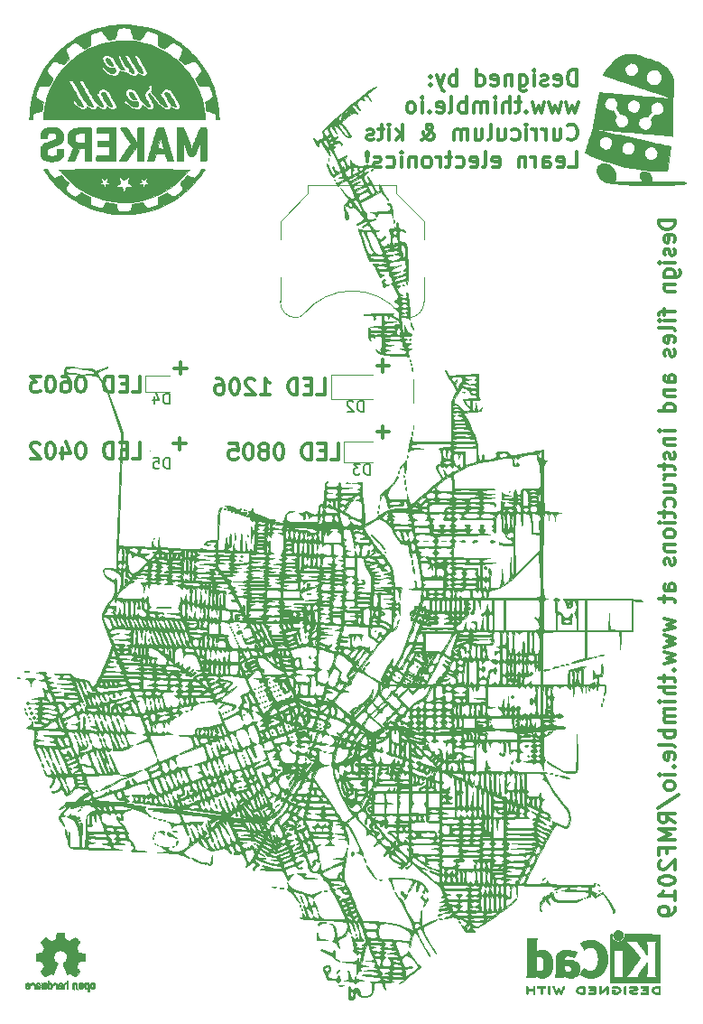
<source format=gbo>
G04 #@! TF.GenerationSoftware,KiCad,Pcbnew,5.1.2*
G04 #@! TF.CreationDate,2019-10-11T22:10:39-04:00*
G04 #@! TF.ProjectId,rochester_makerfaire,726f6368-6573-4746-9572-5f6d616b6572,rev?*
G04 #@! TF.SameCoordinates,Original*
G04 #@! TF.FileFunction,Legend,Bot*
G04 #@! TF.FilePolarity,Positive*
%FSLAX46Y46*%
G04 Gerber Fmt 4.6, Leading zero omitted, Abs format (unit mm)*
G04 Created by KiCad (PCBNEW 5.1.2) date 2019-10-11 22:10:39*
%MOMM*%
%LPD*%
G04 APERTURE LIST*
%ADD10C,0.300000*%
%ADD11C,0.010000*%
%ADD12C,0.120000*%
%ADD13C,0.100000*%
%ADD14C,0.150000*%
G04 APERTURE END LIST*
D10*
X112678571Y-68428571D02*
X111178571Y-68428571D01*
X111178571Y-68785714D01*
X111250000Y-69000000D01*
X111392857Y-69142857D01*
X111535714Y-69214285D01*
X111821428Y-69285714D01*
X112035714Y-69285714D01*
X112321428Y-69214285D01*
X112464285Y-69142857D01*
X112607142Y-69000000D01*
X112678571Y-68785714D01*
X112678571Y-68428571D01*
X112607142Y-70500000D02*
X112678571Y-70357142D01*
X112678571Y-70071428D01*
X112607142Y-69928571D01*
X112464285Y-69857142D01*
X111892857Y-69857142D01*
X111750000Y-69928571D01*
X111678571Y-70071428D01*
X111678571Y-70357142D01*
X111750000Y-70500000D01*
X111892857Y-70571428D01*
X112035714Y-70571428D01*
X112178571Y-69857142D01*
X112607142Y-71142857D02*
X112678571Y-71285714D01*
X112678571Y-71571428D01*
X112607142Y-71714285D01*
X112464285Y-71785714D01*
X112392857Y-71785714D01*
X112250000Y-71714285D01*
X112178571Y-71571428D01*
X112178571Y-71357142D01*
X112107142Y-71214285D01*
X111964285Y-71142857D01*
X111892857Y-71142857D01*
X111750000Y-71214285D01*
X111678571Y-71357142D01*
X111678571Y-71571428D01*
X111750000Y-71714285D01*
X112678571Y-72428571D02*
X111678571Y-72428571D01*
X111178571Y-72428571D02*
X111250000Y-72357142D01*
X111321428Y-72428571D01*
X111250000Y-72500000D01*
X111178571Y-72428571D01*
X111321428Y-72428571D01*
X111678571Y-73785714D02*
X112892857Y-73785714D01*
X113035714Y-73714285D01*
X113107142Y-73642857D01*
X113178571Y-73500000D01*
X113178571Y-73285714D01*
X113107142Y-73142857D01*
X112607142Y-73785714D02*
X112678571Y-73642857D01*
X112678571Y-73357142D01*
X112607142Y-73214285D01*
X112535714Y-73142857D01*
X112392857Y-73071428D01*
X111964285Y-73071428D01*
X111821428Y-73142857D01*
X111750000Y-73214285D01*
X111678571Y-73357142D01*
X111678571Y-73642857D01*
X111750000Y-73785714D01*
X111678571Y-74500000D02*
X112678571Y-74500000D01*
X111821428Y-74500000D02*
X111750000Y-74571428D01*
X111678571Y-74714285D01*
X111678571Y-74928571D01*
X111750000Y-75071428D01*
X111892857Y-75142857D01*
X112678571Y-75142857D01*
X111678571Y-76785714D02*
X111678571Y-77357142D01*
X112678571Y-77000000D02*
X111392857Y-77000000D01*
X111250000Y-77071428D01*
X111178571Y-77214285D01*
X111178571Y-77357142D01*
X112678571Y-77857142D02*
X111678571Y-77857142D01*
X111178571Y-77857142D02*
X111250000Y-77785714D01*
X111321428Y-77857142D01*
X111250000Y-77928571D01*
X111178571Y-77857142D01*
X111321428Y-77857142D01*
X112678571Y-78785714D02*
X112607142Y-78642857D01*
X112464285Y-78571428D01*
X111178571Y-78571428D01*
X112607142Y-79928571D02*
X112678571Y-79785714D01*
X112678571Y-79500000D01*
X112607142Y-79357142D01*
X112464285Y-79285714D01*
X111892857Y-79285714D01*
X111750000Y-79357142D01*
X111678571Y-79500000D01*
X111678571Y-79785714D01*
X111750000Y-79928571D01*
X111892857Y-80000000D01*
X112035714Y-80000000D01*
X112178571Y-79285714D01*
X112607142Y-80571428D02*
X112678571Y-80714285D01*
X112678571Y-81000000D01*
X112607142Y-81142857D01*
X112464285Y-81214285D01*
X112392857Y-81214285D01*
X112250000Y-81142857D01*
X112178571Y-81000000D01*
X112178571Y-80785714D01*
X112107142Y-80642857D01*
X111964285Y-80571428D01*
X111892857Y-80571428D01*
X111750000Y-80642857D01*
X111678571Y-80785714D01*
X111678571Y-81000000D01*
X111750000Y-81142857D01*
X112678571Y-83642857D02*
X111892857Y-83642857D01*
X111750000Y-83571428D01*
X111678571Y-83428571D01*
X111678571Y-83142857D01*
X111750000Y-83000000D01*
X112607142Y-83642857D02*
X112678571Y-83500000D01*
X112678571Y-83142857D01*
X112607142Y-83000000D01*
X112464285Y-82928571D01*
X112321428Y-82928571D01*
X112178571Y-83000000D01*
X112107142Y-83142857D01*
X112107142Y-83500000D01*
X112035714Y-83642857D01*
X111678571Y-84357142D02*
X112678571Y-84357142D01*
X111821428Y-84357142D02*
X111750000Y-84428571D01*
X111678571Y-84571428D01*
X111678571Y-84785714D01*
X111750000Y-84928571D01*
X111892857Y-85000000D01*
X112678571Y-85000000D01*
X112678571Y-86357142D02*
X111178571Y-86357142D01*
X112607142Y-86357142D02*
X112678571Y-86214285D01*
X112678571Y-85928571D01*
X112607142Y-85785714D01*
X112535714Y-85714285D01*
X112392857Y-85642857D01*
X111964285Y-85642857D01*
X111821428Y-85714285D01*
X111750000Y-85785714D01*
X111678571Y-85928571D01*
X111678571Y-86214285D01*
X111750000Y-86357142D01*
X112678571Y-88214285D02*
X111678571Y-88214285D01*
X111178571Y-88214285D02*
X111250000Y-88142857D01*
X111321428Y-88214285D01*
X111250000Y-88285714D01*
X111178571Y-88214285D01*
X111321428Y-88214285D01*
X111678571Y-88928571D02*
X112678571Y-88928571D01*
X111821428Y-88928571D02*
X111750000Y-89000000D01*
X111678571Y-89142857D01*
X111678571Y-89357142D01*
X111750000Y-89500000D01*
X111892857Y-89571428D01*
X112678571Y-89571428D01*
X112607142Y-90214285D02*
X112678571Y-90357142D01*
X112678571Y-90642857D01*
X112607142Y-90785714D01*
X112464285Y-90857142D01*
X112392857Y-90857142D01*
X112250000Y-90785714D01*
X112178571Y-90642857D01*
X112178571Y-90428571D01*
X112107142Y-90285714D01*
X111964285Y-90214285D01*
X111892857Y-90214285D01*
X111750000Y-90285714D01*
X111678571Y-90428571D01*
X111678571Y-90642857D01*
X111750000Y-90785714D01*
X111678571Y-91285714D02*
X111678571Y-91857142D01*
X111178571Y-91500000D02*
X112464285Y-91500000D01*
X112607142Y-91571428D01*
X112678571Y-91714285D01*
X112678571Y-91857142D01*
X112678571Y-92357142D02*
X111678571Y-92357142D01*
X111964285Y-92357142D02*
X111821428Y-92428571D01*
X111750000Y-92500000D01*
X111678571Y-92642857D01*
X111678571Y-92785714D01*
X111678571Y-93928571D02*
X112678571Y-93928571D01*
X111678571Y-93285714D02*
X112464285Y-93285714D01*
X112607142Y-93357142D01*
X112678571Y-93500000D01*
X112678571Y-93714285D01*
X112607142Y-93857142D01*
X112535714Y-93928571D01*
X112607142Y-95285714D02*
X112678571Y-95142857D01*
X112678571Y-94857142D01*
X112607142Y-94714285D01*
X112535714Y-94642857D01*
X112392857Y-94571428D01*
X111964285Y-94571428D01*
X111821428Y-94642857D01*
X111750000Y-94714285D01*
X111678571Y-94857142D01*
X111678571Y-95142857D01*
X111750000Y-95285714D01*
X111678571Y-95714285D02*
X111678571Y-96285714D01*
X111178571Y-95928571D02*
X112464285Y-95928571D01*
X112607142Y-96000000D01*
X112678571Y-96142857D01*
X112678571Y-96285714D01*
X112678571Y-96785714D02*
X111678571Y-96785714D01*
X111178571Y-96785714D02*
X111250000Y-96714285D01*
X111321428Y-96785714D01*
X111250000Y-96857142D01*
X111178571Y-96785714D01*
X111321428Y-96785714D01*
X112678571Y-97714285D02*
X112607142Y-97571428D01*
X112535714Y-97500000D01*
X112392857Y-97428571D01*
X111964285Y-97428571D01*
X111821428Y-97500000D01*
X111750000Y-97571428D01*
X111678571Y-97714285D01*
X111678571Y-97928571D01*
X111750000Y-98071428D01*
X111821428Y-98142857D01*
X111964285Y-98214285D01*
X112392857Y-98214285D01*
X112535714Y-98142857D01*
X112607142Y-98071428D01*
X112678571Y-97928571D01*
X112678571Y-97714285D01*
X111678571Y-98857142D02*
X112678571Y-98857142D01*
X111821428Y-98857142D02*
X111750000Y-98928571D01*
X111678571Y-99071428D01*
X111678571Y-99285714D01*
X111750000Y-99428571D01*
X111892857Y-99500000D01*
X112678571Y-99500000D01*
X112607142Y-100142857D02*
X112678571Y-100285714D01*
X112678571Y-100571428D01*
X112607142Y-100714285D01*
X112464285Y-100785714D01*
X112392857Y-100785714D01*
X112250000Y-100714285D01*
X112178571Y-100571428D01*
X112178571Y-100357142D01*
X112107142Y-100214285D01*
X111964285Y-100142857D01*
X111892857Y-100142857D01*
X111750000Y-100214285D01*
X111678571Y-100357142D01*
X111678571Y-100571428D01*
X111750000Y-100714285D01*
X112678571Y-103214285D02*
X111892857Y-103214285D01*
X111750000Y-103142857D01*
X111678571Y-103000000D01*
X111678571Y-102714285D01*
X111750000Y-102571428D01*
X112607142Y-103214285D02*
X112678571Y-103071428D01*
X112678571Y-102714285D01*
X112607142Y-102571428D01*
X112464285Y-102500000D01*
X112321428Y-102500000D01*
X112178571Y-102571428D01*
X112107142Y-102714285D01*
X112107142Y-103071428D01*
X112035714Y-103214285D01*
X111678571Y-103714285D02*
X111678571Y-104285714D01*
X111178571Y-103928571D02*
X112464285Y-103928571D01*
X112607142Y-104000000D01*
X112678571Y-104142857D01*
X112678571Y-104285714D01*
X111678571Y-105785714D02*
X112678571Y-106071428D01*
X111964285Y-106357142D01*
X112678571Y-106642857D01*
X111678571Y-106928571D01*
X111678571Y-107357142D02*
X112678571Y-107642857D01*
X111964285Y-107928571D01*
X112678571Y-108214285D01*
X111678571Y-108500000D01*
X111678571Y-108928571D02*
X112678571Y-109214285D01*
X111964285Y-109500000D01*
X112678571Y-109785714D01*
X111678571Y-110071428D01*
X112535714Y-110642857D02*
X112607142Y-110714285D01*
X112678571Y-110642857D01*
X112607142Y-110571428D01*
X112535714Y-110642857D01*
X112678571Y-110642857D01*
X111678571Y-111142857D02*
X111678571Y-111714285D01*
X111178571Y-111357142D02*
X112464285Y-111357142D01*
X112607142Y-111428571D01*
X112678571Y-111571428D01*
X112678571Y-111714285D01*
X112678571Y-112214285D02*
X111178571Y-112214285D01*
X112678571Y-112857142D02*
X111892857Y-112857142D01*
X111750000Y-112785714D01*
X111678571Y-112642857D01*
X111678571Y-112428571D01*
X111750000Y-112285714D01*
X111821428Y-112214285D01*
X112678571Y-113571428D02*
X111678571Y-113571428D01*
X111178571Y-113571428D02*
X111250000Y-113500000D01*
X111321428Y-113571428D01*
X111250000Y-113642857D01*
X111178571Y-113571428D01*
X111321428Y-113571428D01*
X112678571Y-114285714D02*
X111678571Y-114285714D01*
X111821428Y-114285714D02*
X111750000Y-114357142D01*
X111678571Y-114500000D01*
X111678571Y-114714285D01*
X111750000Y-114857142D01*
X111892857Y-114928571D01*
X112678571Y-114928571D01*
X111892857Y-114928571D02*
X111750000Y-115000000D01*
X111678571Y-115142857D01*
X111678571Y-115357142D01*
X111750000Y-115500000D01*
X111892857Y-115571428D01*
X112678571Y-115571428D01*
X112678571Y-116285714D02*
X111178571Y-116285714D01*
X111750000Y-116285714D02*
X111678571Y-116428571D01*
X111678571Y-116714285D01*
X111750000Y-116857142D01*
X111821428Y-116928571D01*
X111964285Y-117000000D01*
X112392857Y-117000000D01*
X112535714Y-116928571D01*
X112607142Y-116857142D01*
X112678571Y-116714285D01*
X112678571Y-116428571D01*
X112607142Y-116285714D01*
X112678571Y-117857142D02*
X112607142Y-117714285D01*
X112464285Y-117642857D01*
X111178571Y-117642857D01*
X112607142Y-119000000D02*
X112678571Y-118857142D01*
X112678571Y-118571428D01*
X112607142Y-118428571D01*
X112464285Y-118357142D01*
X111892857Y-118357142D01*
X111750000Y-118428571D01*
X111678571Y-118571428D01*
X111678571Y-118857142D01*
X111750000Y-119000000D01*
X111892857Y-119071428D01*
X112035714Y-119071428D01*
X112178571Y-118357142D01*
X112535714Y-119714285D02*
X112607142Y-119785714D01*
X112678571Y-119714285D01*
X112607142Y-119642857D01*
X112535714Y-119714285D01*
X112678571Y-119714285D01*
X112678571Y-120428571D02*
X111678571Y-120428571D01*
X111178571Y-120428571D02*
X111250000Y-120357142D01*
X111321428Y-120428571D01*
X111250000Y-120500000D01*
X111178571Y-120428571D01*
X111321428Y-120428571D01*
X112678571Y-121357142D02*
X112607142Y-121214285D01*
X112535714Y-121142857D01*
X112392857Y-121071428D01*
X111964285Y-121071428D01*
X111821428Y-121142857D01*
X111750000Y-121214285D01*
X111678571Y-121357142D01*
X111678571Y-121571428D01*
X111750000Y-121714285D01*
X111821428Y-121785714D01*
X111964285Y-121857142D01*
X112392857Y-121857142D01*
X112535714Y-121785714D01*
X112607142Y-121714285D01*
X112678571Y-121571428D01*
X112678571Y-121357142D01*
X111107142Y-123571428D02*
X113035714Y-122285714D01*
X112678571Y-124928571D02*
X111964285Y-124428571D01*
X112678571Y-124071428D02*
X111178571Y-124071428D01*
X111178571Y-124642857D01*
X111250000Y-124785714D01*
X111321428Y-124857142D01*
X111464285Y-124928571D01*
X111678571Y-124928571D01*
X111821428Y-124857142D01*
X111892857Y-124785714D01*
X111964285Y-124642857D01*
X111964285Y-124071428D01*
X112678571Y-125571428D02*
X111178571Y-125571428D01*
X112250000Y-126071428D01*
X111178571Y-126571428D01*
X112678571Y-126571428D01*
X111892857Y-127785714D02*
X111892857Y-127285714D01*
X112678571Y-127285714D02*
X111178571Y-127285714D01*
X111178571Y-128000000D01*
X111321428Y-128500000D02*
X111250000Y-128571428D01*
X111178571Y-128714285D01*
X111178571Y-129071428D01*
X111250000Y-129214285D01*
X111321428Y-129285714D01*
X111464285Y-129357142D01*
X111607142Y-129357142D01*
X111821428Y-129285714D01*
X112678571Y-128428571D01*
X112678571Y-129357142D01*
X111178571Y-130285714D02*
X111178571Y-130428571D01*
X111250000Y-130571428D01*
X111321428Y-130642857D01*
X111464285Y-130714285D01*
X111750000Y-130785714D01*
X112107142Y-130785714D01*
X112392857Y-130714285D01*
X112535714Y-130642857D01*
X112607142Y-130571428D01*
X112678571Y-130428571D01*
X112678571Y-130285714D01*
X112607142Y-130142857D01*
X112535714Y-130071428D01*
X112392857Y-130000000D01*
X112107142Y-129928571D01*
X111750000Y-129928571D01*
X111464285Y-130000000D01*
X111321428Y-130071428D01*
X111250000Y-130142857D01*
X111178571Y-130285714D01*
X112678571Y-132214285D02*
X112678571Y-131357142D01*
X112678571Y-131785714D02*
X111178571Y-131785714D01*
X111392857Y-131642857D01*
X111535714Y-131500000D01*
X111607142Y-131357142D01*
X112678571Y-132928571D02*
X112678571Y-133214285D01*
X112607142Y-133357142D01*
X112535714Y-133428571D01*
X112321428Y-133571428D01*
X112035714Y-133642857D01*
X111464285Y-133642857D01*
X111321428Y-133571428D01*
X111250000Y-133500000D01*
X111178571Y-133357142D01*
X111178571Y-133071428D01*
X111250000Y-132928571D01*
X111321428Y-132857142D01*
X111464285Y-132785714D01*
X111821428Y-132785714D01*
X111964285Y-132857142D01*
X112035714Y-132928571D01*
X112107142Y-133071428D01*
X112107142Y-133357142D01*
X112035714Y-133500000D01*
X111964285Y-133571428D01*
X111821428Y-133642857D01*
X103447857Y-55853571D02*
X103447857Y-54353571D01*
X103090714Y-54353571D01*
X102876428Y-54425000D01*
X102733571Y-54567857D01*
X102662142Y-54710714D01*
X102590714Y-54996428D01*
X102590714Y-55210714D01*
X102662142Y-55496428D01*
X102733571Y-55639285D01*
X102876428Y-55782142D01*
X103090714Y-55853571D01*
X103447857Y-55853571D01*
X101376428Y-55782142D02*
X101519285Y-55853571D01*
X101805000Y-55853571D01*
X101947857Y-55782142D01*
X102019285Y-55639285D01*
X102019285Y-55067857D01*
X101947857Y-54925000D01*
X101805000Y-54853571D01*
X101519285Y-54853571D01*
X101376428Y-54925000D01*
X101305000Y-55067857D01*
X101305000Y-55210714D01*
X102019285Y-55353571D01*
X100733571Y-55782142D02*
X100590714Y-55853571D01*
X100305000Y-55853571D01*
X100162142Y-55782142D01*
X100090714Y-55639285D01*
X100090714Y-55567857D01*
X100162142Y-55425000D01*
X100305000Y-55353571D01*
X100519285Y-55353571D01*
X100662142Y-55282142D01*
X100733571Y-55139285D01*
X100733571Y-55067857D01*
X100662142Y-54925000D01*
X100519285Y-54853571D01*
X100305000Y-54853571D01*
X100162142Y-54925000D01*
X99447857Y-55853571D02*
X99447857Y-54853571D01*
X99447857Y-54353571D02*
X99519285Y-54425000D01*
X99447857Y-54496428D01*
X99376428Y-54425000D01*
X99447857Y-54353571D01*
X99447857Y-54496428D01*
X98090714Y-54853571D02*
X98090714Y-56067857D01*
X98162142Y-56210714D01*
X98233571Y-56282142D01*
X98376428Y-56353571D01*
X98590714Y-56353571D01*
X98733571Y-56282142D01*
X98090714Y-55782142D02*
X98233571Y-55853571D01*
X98519285Y-55853571D01*
X98662142Y-55782142D01*
X98733571Y-55710714D01*
X98805000Y-55567857D01*
X98805000Y-55139285D01*
X98733571Y-54996428D01*
X98662142Y-54925000D01*
X98519285Y-54853571D01*
X98233571Y-54853571D01*
X98090714Y-54925000D01*
X97376428Y-54853571D02*
X97376428Y-55853571D01*
X97376428Y-54996428D02*
X97305000Y-54925000D01*
X97162142Y-54853571D01*
X96947857Y-54853571D01*
X96805000Y-54925000D01*
X96733571Y-55067857D01*
X96733571Y-55853571D01*
X95447857Y-55782142D02*
X95590714Y-55853571D01*
X95876428Y-55853571D01*
X96019285Y-55782142D01*
X96090714Y-55639285D01*
X96090714Y-55067857D01*
X96019285Y-54925000D01*
X95876428Y-54853571D01*
X95590714Y-54853571D01*
X95447857Y-54925000D01*
X95376428Y-55067857D01*
X95376428Y-55210714D01*
X96090714Y-55353571D01*
X94090714Y-55853571D02*
X94090714Y-54353571D01*
X94090714Y-55782142D02*
X94233571Y-55853571D01*
X94519285Y-55853571D01*
X94662142Y-55782142D01*
X94733571Y-55710714D01*
X94805000Y-55567857D01*
X94805000Y-55139285D01*
X94733571Y-54996428D01*
X94662142Y-54925000D01*
X94519285Y-54853571D01*
X94233571Y-54853571D01*
X94090714Y-54925000D01*
X92233571Y-55853571D02*
X92233571Y-54353571D01*
X92233571Y-54925000D02*
X92090714Y-54853571D01*
X91805000Y-54853571D01*
X91662142Y-54925000D01*
X91590714Y-54996428D01*
X91519285Y-55139285D01*
X91519285Y-55567857D01*
X91590714Y-55710714D01*
X91662142Y-55782142D01*
X91805000Y-55853571D01*
X92090714Y-55853571D01*
X92233571Y-55782142D01*
X91019285Y-54853571D02*
X90662142Y-55853571D01*
X90305000Y-54853571D02*
X90662142Y-55853571D01*
X90805000Y-56210714D01*
X90876428Y-56282142D01*
X91019285Y-56353571D01*
X89733571Y-55710714D02*
X89662142Y-55782142D01*
X89733571Y-55853571D01*
X89805000Y-55782142D01*
X89733571Y-55710714D01*
X89733571Y-55853571D01*
X89733571Y-54925000D02*
X89662142Y-54996428D01*
X89733571Y-55067857D01*
X89805000Y-54996428D01*
X89733571Y-54925000D01*
X89733571Y-55067857D01*
X103590714Y-57403571D02*
X103305000Y-58403571D01*
X103019285Y-57689285D01*
X102733571Y-58403571D01*
X102447857Y-57403571D01*
X102019285Y-57403571D02*
X101733571Y-58403571D01*
X101447857Y-57689285D01*
X101162142Y-58403571D01*
X100876428Y-57403571D01*
X100447857Y-57403571D02*
X100162142Y-58403571D01*
X99876428Y-57689285D01*
X99590714Y-58403571D01*
X99305000Y-57403571D01*
X98733571Y-58260714D02*
X98662142Y-58332142D01*
X98733571Y-58403571D01*
X98805000Y-58332142D01*
X98733571Y-58260714D01*
X98733571Y-58403571D01*
X98233571Y-57403571D02*
X97662142Y-57403571D01*
X98019285Y-56903571D02*
X98019285Y-58189285D01*
X97947857Y-58332142D01*
X97805000Y-58403571D01*
X97662142Y-58403571D01*
X97162142Y-58403571D02*
X97162142Y-56903571D01*
X96519285Y-58403571D02*
X96519285Y-57617857D01*
X96590714Y-57475000D01*
X96733571Y-57403571D01*
X96947857Y-57403571D01*
X97090714Y-57475000D01*
X97162142Y-57546428D01*
X95805000Y-58403571D02*
X95805000Y-57403571D01*
X95805000Y-56903571D02*
X95876428Y-56975000D01*
X95805000Y-57046428D01*
X95733571Y-56975000D01*
X95805000Y-56903571D01*
X95805000Y-57046428D01*
X95090714Y-58403571D02*
X95090714Y-57403571D01*
X95090714Y-57546428D02*
X95019285Y-57475000D01*
X94876428Y-57403571D01*
X94662142Y-57403571D01*
X94519285Y-57475000D01*
X94447857Y-57617857D01*
X94447857Y-58403571D01*
X94447857Y-57617857D02*
X94376428Y-57475000D01*
X94233571Y-57403571D01*
X94019285Y-57403571D01*
X93876428Y-57475000D01*
X93805000Y-57617857D01*
X93805000Y-58403571D01*
X93090714Y-58403571D02*
X93090714Y-56903571D01*
X93090714Y-57475000D02*
X92947857Y-57403571D01*
X92662142Y-57403571D01*
X92519285Y-57475000D01*
X92447857Y-57546428D01*
X92376428Y-57689285D01*
X92376428Y-58117857D01*
X92447857Y-58260714D01*
X92519285Y-58332142D01*
X92662142Y-58403571D01*
X92947857Y-58403571D01*
X93090714Y-58332142D01*
X91519285Y-58403571D02*
X91662142Y-58332142D01*
X91733571Y-58189285D01*
X91733571Y-56903571D01*
X90376428Y-58332142D02*
X90519285Y-58403571D01*
X90805000Y-58403571D01*
X90947857Y-58332142D01*
X91019285Y-58189285D01*
X91019285Y-57617857D01*
X90947857Y-57475000D01*
X90805000Y-57403571D01*
X90519285Y-57403571D01*
X90376428Y-57475000D01*
X90305000Y-57617857D01*
X90305000Y-57760714D01*
X91019285Y-57903571D01*
X89662142Y-58260714D02*
X89590714Y-58332142D01*
X89662142Y-58403571D01*
X89733571Y-58332142D01*
X89662142Y-58260714D01*
X89662142Y-58403571D01*
X88947857Y-58403571D02*
X88947857Y-57403571D01*
X88947857Y-56903571D02*
X89019285Y-56975000D01*
X88947857Y-57046428D01*
X88876428Y-56975000D01*
X88947857Y-56903571D01*
X88947857Y-57046428D01*
X88019285Y-58403571D02*
X88162142Y-58332142D01*
X88233571Y-58260714D01*
X88305000Y-58117857D01*
X88305000Y-57689285D01*
X88233571Y-57546428D01*
X88162142Y-57475000D01*
X88019285Y-57403571D01*
X87805000Y-57403571D01*
X87662142Y-57475000D01*
X87590714Y-57546428D01*
X87519285Y-57689285D01*
X87519285Y-58117857D01*
X87590714Y-58260714D01*
X87662142Y-58332142D01*
X87805000Y-58403571D01*
X88019285Y-58403571D01*
X102590714Y-60810714D02*
X102662142Y-60882142D01*
X102876428Y-60953571D01*
X103019285Y-60953571D01*
X103233571Y-60882142D01*
X103376428Y-60739285D01*
X103447857Y-60596428D01*
X103519285Y-60310714D01*
X103519285Y-60096428D01*
X103447857Y-59810714D01*
X103376428Y-59667857D01*
X103233571Y-59525000D01*
X103019285Y-59453571D01*
X102876428Y-59453571D01*
X102662142Y-59525000D01*
X102590714Y-59596428D01*
X101305000Y-59953571D02*
X101305000Y-60953571D01*
X101947857Y-59953571D02*
X101947857Y-60739285D01*
X101876428Y-60882142D01*
X101733571Y-60953571D01*
X101519285Y-60953571D01*
X101376428Y-60882142D01*
X101305000Y-60810714D01*
X100590714Y-60953571D02*
X100590714Y-59953571D01*
X100590714Y-60239285D02*
X100519285Y-60096428D01*
X100447857Y-60025000D01*
X100305000Y-59953571D01*
X100162142Y-59953571D01*
X99662142Y-60953571D02*
X99662142Y-59953571D01*
X99662142Y-60239285D02*
X99590714Y-60096428D01*
X99519285Y-60025000D01*
X99376428Y-59953571D01*
X99233571Y-59953571D01*
X98733571Y-60953571D02*
X98733571Y-59953571D01*
X98733571Y-59453571D02*
X98804999Y-59525000D01*
X98733571Y-59596428D01*
X98662142Y-59525000D01*
X98733571Y-59453571D01*
X98733571Y-59596428D01*
X97376428Y-60882142D02*
X97519285Y-60953571D01*
X97804999Y-60953571D01*
X97947857Y-60882142D01*
X98019285Y-60810714D01*
X98090714Y-60667857D01*
X98090714Y-60239285D01*
X98019285Y-60096428D01*
X97947857Y-60025000D01*
X97804999Y-59953571D01*
X97519285Y-59953571D01*
X97376428Y-60025000D01*
X96090714Y-59953571D02*
X96090714Y-60953571D01*
X96733571Y-59953571D02*
X96733571Y-60739285D01*
X96662142Y-60882142D01*
X96519285Y-60953571D01*
X96304999Y-60953571D01*
X96162142Y-60882142D01*
X96090714Y-60810714D01*
X95162142Y-60953571D02*
X95304999Y-60882142D01*
X95376428Y-60739285D01*
X95376428Y-59453571D01*
X93947857Y-59953571D02*
X93947857Y-60953571D01*
X94590714Y-59953571D02*
X94590714Y-60739285D01*
X94519285Y-60882142D01*
X94376428Y-60953571D01*
X94162142Y-60953571D01*
X94019285Y-60882142D01*
X93947857Y-60810714D01*
X93233571Y-60953571D02*
X93233571Y-59953571D01*
X93233571Y-60096428D02*
X93162142Y-60025000D01*
X93019285Y-59953571D01*
X92805000Y-59953571D01*
X92662142Y-60025000D01*
X92590714Y-60167857D01*
X92590714Y-60953571D01*
X92590714Y-60167857D02*
X92519285Y-60025000D01*
X92376428Y-59953571D01*
X92162142Y-59953571D01*
X92019285Y-60025000D01*
X91947857Y-60167857D01*
X91947857Y-60953571D01*
X88876428Y-60953571D02*
X88947857Y-60953571D01*
X89090714Y-60882142D01*
X89305000Y-60667857D01*
X89662142Y-60239285D01*
X89805000Y-60025000D01*
X89876428Y-59810714D01*
X89876428Y-59667857D01*
X89805000Y-59525000D01*
X89662142Y-59453571D01*
X89590714Y-59453571D01*
X89447857Y-59525000D01*
X89376428Y-59667857D01*
X89376428Y-59739285D01*
X89447857Y-59882142D01*
X89519285Y-59953571D01*
X89947857Y-60239285D01*
X90019285Y-60310714D01*
X90090714Y-60453571D01*
X90090714Y-60667857D01*
X90019285Y-60810714D01*
X89947857Y-60882142D01*
X89805000Y-60953571D01*
X89590714Y-60953571D01*
X89447857Y-60882142D01*
X89376428Y-60810714D01*
X89162142Y-60525000D01*
X89090714Y-60310714D01*
X89090714Y-60167857D01*
X87090714Y-60953571D02*
X87090714Y-59453571D01*
X86947857Y-60382142D02*
X86519285Y-60953571D01*
X86519285Y-59953571D02*
X87090714Y-60525000D01*
X85876428Y-60953571D02*
X85876428Y-59953571D01*
X85876428Y-59453571D02*
X85947857Y-59525000D01*
X85876428Y-59596428D01*
X85804999Y-59525000D01*
X85876428Y-59453571D01*
X85876428Y-59596428D01*
X85376428Y-59953571D02*
X84805000Y-59953571D01*
X85162142Y-59453571D02*
X85162142Y-60739285D01*
X85090714Y-60882142D01*
X84947857Y-60953571D01*
X84805000Y-60953571D01*
X84376428Y-60882142D02*
X84233571Y-60953571D01*
X83947857Y-60953571D01*
X83805000Y-60882142D01*
X83733571Y-60739285D01*
X83733571Y-60667857D01*
X83805000Y-60525000D01*
X83947857Y-60453571D01*
X84162142Y-60453571D01*
X84305000Y-60382142D01*
X84376428Y-60239285D01*
X84376428Y-60167857D01*
X84305000Y-60025000D01*
X84162142Y-59953571D01*
X83947857Y-59953571D01*
X83805000Y-60025000D01*
X102733571Y-63503571D02*
X103447857Y-63503571D01*
X103447857Y-62003571D01*
X101662142Y-63432142D02*
X101805000Y-63503571D01*
X102090714Y-63503571D01*
X102233571Y-63432142D01*
X102305000Y-63289285D01*
X102305000Y-62717857D01*
X102233571Y-62575000D01*
X102090714Y-62503571D01*
X101805000Y-62503571D01*
X101662142Y-62575000D01*
X101590714Y-62717857D01*
X101590714Y-62860714D01*
X102305000Y-63003571D01*
X100305000Y-63503571D02*
X100305000Y-62717857D01*
X100376428Y-62575000D01*
X100519285Y-62503571D01*
X100805000Y-62503571D01*
X100947857Y-62575000D01*
X100305000Y-63432142D02*
X100447857Y-63503571D01*
X100805000Y-63503571D01*
X100947857Y-63432142D01*
X101019285Y-63289285D01*
X101019285Y-63146428D01*
X100947857Y-63003571D01*
X100805000Y-62932142D01*
X100447857Y-62932142D01*
X100305000Y-62860714D01*
X99590714Y-63503571D02*
X99590714Y-62503571D01*
X99590714Y-62789285D02*
X99519285Y-62646428D01*
X99447857Y-62575000D01*
X99305000Y-62503571D01*
X99162142Y-62503571D01*
X98662142Y-62503571D02*
X98662142Y-63503571D01*
X98662142Y-62646428D02*
X98590714Y-62575000D01*
X98447857Y-62503571D01*
X98233571Y-62503571D01*
X98090714Y-62575000D01*
X98019285Y-62717857D01*
X98019285Y-63503571D01*
X95590714Y-63432142D02*
X95733571Y-63503571D01*
X96019285Y-63503571D01*
X96162142Y-63432142D01*
X96233571Y-63289285D01*
X96233571Y-62717857D01*
X96162142Y-62575000D01*
X96019285Y-62503571D01*
X95733571Y-62503571D01*
X95590714Y-62575000D01*
X95519285Y-62717857D01*
X95519285Y-62860714D01*
X96233571Y-63003571D01*
X94662142Y-63503571D02*
X94805000Y-63432142D01*
X94876428Y-63289285D01*
X94876428Y-62003571D01*
X93519285Y-63432142D02*
X93662142Y-63503571D01*
X93947857Y-63503571D01*
X94090714Y-63432142D01*
X94162142Y-63289285D01*
X94162142Y-62717857D01*
X94090714Y-62575000D01*
X93947857Y-62503571D01*
X93662142Y-62503571D01*
X93519285Y-62575000D01*
X93447857Y-62717857D01*
X93447857Y-62860714D01*
X94162142Y-63003571D01*
X92162142Y-63432142D02*
X92305000Y-63503571D01*
X92590714Y-63503571D01*
X92733571Y-63432142D01*
X92805000Y-63360714D01*
X92876428Y-63217857D01*
X92876428Y-62789285D01*
X92805000Y-62646428D01*
X92733571Y-62575000D01*
X92590714Y-62503571D01*
X92305000Y-62503571D01*
X92162142Y-62575000D01*
X91733571Y-62503571D02*
X91162142Y-62503571D01*
X91519285Y-62003571D02*
X91519285Y-63289285D01*
X91447857Y-63432142D01*
X91305000Y-63503571D01*
X91162142Y-63503571D01*
X90662142Y-63503571D02*
X90662142Y-62503571D01*
X90662142Y-62789285D02*
X90590714Y-62646428D01*
X90519285Y-62575000D01*
X90376428Y-62503571D01*
X90233571Y-62503571D01*
X89519285Y-63503571D02*
X89662142Y-63432142D01*
X89733571Y-63360714D01*
X89805000Y-63217857D01*
X89805000Y-62789285D01*
X89733571Y-62646428D01*
X89662142Y-62575000D01*
X89519285Y-62503571D01*
X89305000Y-62503571D01*
X89162142Y-62575000D01*
X89090714Y-62646428D01*
X89019285Y-62789285D01*
X89019285Y-63217857D01*
X89090714Y-63360714D01*
X89162142Y-63432142D01*
X89305000Y-63503571D01*
X89519285Y-63503571D01*
X88376428Y-62503571D02*
X88376428Y-63503571D01*
X88376428Y-62646428D02*
X88305000Y-62575000D01*
X88162142Y-62503571D01*
X87947857Y-62503571D01*
X87805000Y-62575000D01*
X87733571Y-62717857D01*
X87733571Y-63503571D01*
X87019285Y-63503571D02*
X87019285Y-62503571D01*
X87019285Y-62003571D02*
X87090714Y-62075000D01*
X87019285Y-62146428D01*
X86947857Y-62075000D01*
X87019285Y-62003571D01*
X87019285Y-62146428D01*
X85662142Y-63432142D02*
X85805000Y-63503571D01*
X86090714Y-63503571D01*
X86233571Y-63432142D01*
X86305000Y-63360714D01*
X86376428Y-63217857D01*
X86376428Y-62789285D01*
X86305000Y-62646428D01*
X86233571Y-62575000D01*
X86090714Y-62503571D01*
X85805000Y-62503571D01*
X85662142Y-62575000D01*
X85090714Y-63432142D02*
X84947857Y-63503571D01*
X84662142Y-63503571D01*
X84519285Y-63432142D01*
X84447857Y-63289285D01*
X84447857Y-63217857D01*
X84519285Y-63075000D01*
X84662142Y-63003571D01*
X84876428Y-63003571D01*
X85019285Y-62932142D01*
X85090714Y-62789285D01*
X85090714Y-62717857D01*
X85019285Y-62575000D01*
X84876428Y-62503571D01*
X84662142Y-62503571D01*
X84519285Y-62575000D01*
X83805000Y-63360714D02*
X83733571Y-63432142D01*
X83805000Y-63503571D01*
X83876428Y-63432142D01*
X83805000Y-63360714D01*
X83805000Y-63503571D01*
X83805000Y-62932142D02*
X83876428Y-62075000D01*
X83805000Y-62003571D01*
X83733571Y-62075000D01*
X83805000Y-62932142D01*
X83805000Y-62003571D01*
X79092857Y-84778571D02*
X79807142Y-84778571D01*
X79807142Y-83278571D01*
X78592857Y-83992857D02*
X78092857Y-83992857D01*
X77878571Y-84778571D02*
X78592857Y-84778571D01*
X78592857Y-83278571D01*
X77878571Y-83278571D01*
X77235714Y-84778571D02*
X77235714Y-83278571D01*
X76878571Y-83278571D01*
X76664285Y-83350000D01*
X76521428Y-83492857D01*
X76450000Y-83635714D01*
X76378571Y-83921428D01*
X76378571Y-84135714D01*
X76450000Y-84421428D01*
X76521428Y-84564285D01*
X76664285Y-84707142D01*
X76878571Y-84778571D01*
X77235714Y-84778571D01*
X73807142Y-84778571D02*
X74664285Y-84778571D01*
X74235714Y-84778571D02*
X74235714Y-83278571D01*
X74378571Y-83492857D01*
X74521428Y-83635714D01*
X74664285Y-83707142D01*
X73235714Y-83421428D02*
X73164285Y-83350000D01*
X73021428Y-83278571D01*
X72664285Y-83278571D01*
X72521428Y-83350000D01*
X72450000Y-83421428D01*
X72378571Y-83564285D01*
X72378571Y-83707142D01*
X72450000Y-83921428D01*
X73307142Y-84778571D01*
X72378571Y-84778571D01*
X71450000Y-83278571D02*
X71307142Y-83278571D01*
X71164285Y-83350000D01*
X71092857Y-83421428D01*
X71021428Y-83564285D01*
X70950000Y-83850000D01*
X70950000Y-84207142D01*
X71021428Y-84492857D01*
X71092857Y-84635714D01*
X71164285Y-84707142D01*
X71307142Y-84778571D01*
X71450000Y-84778571D01*
X71592857Y-84707142D01*
X71664285Y-84635714D01*
X71735714Y-84492857D01*
X71807142Y-84207142D01*
X71807142Y-83850000D01*
X71735714Y-83564285D01*
X71664285Y-83421428D01*
X71592857Y-83350000D01*
X71450000Y-83278571D01*
X69664285Y-83278571D02*
X69950000Y-83278571D01*
X70092857Y-83350000D01*
X70164285Y-83421428D01*
X70307142Y-83635714D01*
X70378571Y-83921428D01*
X70378571Y-84492857D01*
X70307142Y-84635714D01*
X70235714Y-84707142D01*
X70092857Y-84778571D01*
X69807142Y-84778571D01*
X69664285Y-84707142D01*
X69592857Y-84635714D01*
X69521428Y-84492857D01*
X69521428Y-84135714D01*
X69592857Y-83992857D01*
X69664285Y-83921428D01*
X69807142Y-83850000D01*
X70092857Y-83850000D01*
X70235714Y-83921428D01*
X70307142Y-83992857D01*
X70378571Y-84135714D01*
X80392857Y-90878571D02*
X81107142Y-90878571D01*
X81107142Y-89378571D01*
X79892857Y-90092857D02*
X79392857Y-90092857D01*
X79178571Y-90878571D02*
X79892857Y-90878571D01*
X79892857Y-89378571D01*
X79178571Y-89378571D01*
X78535714Y-90878571D02*
X78535714Y-89378571D01*
X78178571Y-89378571D01*
X77964285Y-89450000D01*
X77821428Y-89592857D01*
X77750000Y-89735714D01*
X77678571Y-90021428D01*
X77678571Y-90235714D01*
X77750000Y-90521428D01*
X77821428Y-90664285D01*
X77964285Y-90807142D01*
X78178571Y-90878571D01*
X78535714Y-90878571D01*
X75607142Y-89378571D02*
X75464285Y-89378571D01*
X75321428Y-89450000D01*
X75250000Y-89521428D01*
X75178571Y-89664285D01*
X75107142Y-89950000D01*
X75107142Y-90307142D01*
X75178571Y-90592857D01*
X75250000Y-90735714D01*
X75321428Y-90807142D01*
X75464285Y-90878571D01*
X75607142Y-90878571D01*
X75750000Y-90807142D01*
X75821428Y-90735714D01*
X75892857Y-90592857D01*
X75964285Y-90307142D01*
X75964285Y-89950000D01*
X75892857Y-89664285D01*
X75821428Y-89521428D01*
X75750000Y-89450000D01*
X75607142Y-89378571D01*
X74250000Y-90021428D02*
X74392857Y-89950000D01*
X74464285Y-89878571D01*
X74535714Y-89735714D01*
X74535714Y-89664285D01*
X74464285Y-89521428D01*
X74392857Y-89450000D01*
X74250000Y-89378571D01*
X73964285Y-89378571D01*
X73821428Y-89450000D01*
X73750000Y-89521428D01*
X73678571Y-89664285D01*
X73678571Y-89735714D01*
X73750000Y-89878571D01*
X73821428Y-89950000D01*
X73964285Y-90021428D01*
X74250000Y-90021428D01*
X74392857Y-90092857D01*
X74464285Y-90164285D01*
X74535714Y-90307142D01*
X74535714Y-90592857D01*
X74464285Y-90735714D01*
X74392857Y-90807142D01*
X74250000Y-90878571D01*
X73964285Y-90878571D01*
X73821428Y-90807142D01*
X73750000Y-90735714D01*
X73678571Y-90592857D01*
X73678571Y-90307142D01*
X73750000Y-90164285D01*
X73821428Y-90092857D01*
X73964285Y-90021428D01*
X72750000Y-89378571D02*
X72607142Y-89378571D01*
X72464285Y-89450000D01*
X72392857Y-89521428D01*
X72321428Y-89664285D01*
X72250000Y-89950000D01*
X72250000Y-90307142D01*
X72321428Y-90592857D01*
X72392857Y-90735714D01*
X72464285Y-90807142D01*
X72607142Y-90878571D01*
X72750000Y-90878571D01*
X72892857Y-90807142D01*
X72964285Y-90735714D01*
X73035714Y-90592857D01*
X73107142Y-90307142D01*
X73107142Y-89950000D01*
X73035714Y-89664285D01*
X72964285Y-89521428D01*
X72892857Y-89450000D01*
X72750000Y-89378571D01*
X70892857Y-89378571D02*
X71607142Y-89378571D01*
X71678571Y-90092857D01*
X71607142Y-90021428D01*
X71464285Y-89950000D01*
X71107142Y-89950000D01*
X70964285Y-90021428D01*
X70892857Y-90092857D01*
X70821428Y-90235714D01*
X70821428Y-90592857D01*
X70892857Y-90735714D01*
X70964285Y-90807142D01*
X71107142Y-90878571D01*
X71464285Y-90878571D01*
X71607142Y-90807142D01*
X71678571Y-90735714D01*
X61792857Y-84578571D02*
X62507142Y-84578571D01*
X62507142Y-83078571D01*
X61292857Y-83792857D02*
X60792857Y-83792857D01*
X60578571Y-84578571D02*
X61292857Y-84578571D01*
X61292857Y-83078571D01*
X60578571Y-83078571D01*
X59935714Y-84578571D02*
X59935714Y-83078571D01*
X59578571Y-83078571D01*
X59364285Y-83150000D01*
X59221428Y-83292857D01*
X59150000Y-83435714D01*
X59078571Y-83721428D01*
X59078571Y-83935714D01*
X59150000Y-84221428D01*
X59221428Y-84364285D01*
X59364285Y-84507142D01*
X59578571Y-84578571D01*
X59935714Y-84578571D01*
X57007142Y-83078571D02*
X56864285Y-83078571D01*
X56721428Y-83150000D01*
X56650000Y-83221428D01*
X56578571Y-83364285D01*
X56507142Y-83650000D01*
X56507142Y-84007142D01*
X56578571Y-84292857D01*
X56650000Y-84435714D01*
X56721428Y-84507142D01*
X56864285Y-84578571D01*
X57007142Y-84578571D01*
X57150000Y-84507142D01*
X57221428Y-84435714D01*
X57292857Y-84292857D01*
X57364285Y-84007142D01*
X57364285Y-83650000D01*
X57292857Y-83364285D01*
X57221428Y-83221428D01*
X57150000Y-83150000D01*
X57007142Y-83078571D01*
X55221428Y-83078571D02*
X55507142Y-83078571D01*
X55650000Y-83150000D01*
X55721428Y-83221428D01*
X55864285Y-83435714D01*
X55935714Y-83721428D01*
X55935714Y-84292857D01*
X55864285Y-84435714D01*
X55792857Y-84507142D01*
X55650000Y-84578571D01*
X55364285Y-84578571D01*
X55221428Y-84507142D01*
X55150000Y-84435714D01*
X55078571Y-84292857D01*
X55078571Y-83935714D01*
X55150000Y-83792857D01*
X55221428Y-83721428D01*
X55364285Y-83650000D01*
X55650000Y-83650000D01*
X55792857Y-83721428D01*
X55864285Y-83792857D01*
X55935714Y-83935714D01*
X54150000Y-83078571D02*
X54007142Y-83078571D01*
X53864285Y-83150000D01*
X53792857Y-83221428D01*
X53721428Y-83364285D01*
X53650000Y-83650000D01*
X53650000Y-84007142D01*
X53721428Y-84292857D01*
X53792857Y-84435714D01*
X53864285Y-84507142D01*
X54007142Y-84578571D01*
X54150000Y-84578571D01*
X54292857Y-84507142D01*
X54364285Y-84435714D01*
X54435714Y-84292857D01*
X54507142Y-84007142D01*
X54507142Y-83650000D01*
X54435714Y-83364285D01*
X54364285Y-83221428D01*
X54292857Y-83150000D01*
X54150000Y-83078571D01*
X53150000Y-83078571D02*
X52221428Y-83078571D01*
X52721428Y-83650000D01*
X52507142Y-83650000D01*
X52364285Y-83721428D01*
X52292857Y-83792857D01*
X52221428Y-83935714D01*
X52221428Y-84292857D01*
X52292857Y-84435714D01*
X52364285Y-84507142D01*
X52507142Y-84578571D01*
X52935714Y-84578571D01*
X53078571Y-84507142D01*
X53150000Y-84435714D01*
X61792857Y-90778571D02*
X62507142Y-90778571D01*
X62507142Y-89278571D01*
X61292857Y-89992857D02*
X60792857Y-89992857D01*
X60578571Y-90778571D02*
X61292857Y-90778571D01*
X61292857Y-89278571D01*
X60578571Y-89278571D01*
X59935714Y-90778571D02*
X59935714Y-89278571D01*
X59578571Y-89278571D01*
X59364285Y-89350000D01*
X59221428Y-89492857D01*
X59150000Y-89635714D01*
X59078571Y-89921428D01*
X59078571Y-90135714D01*
X59150000Y-90421428D01*
X59221428Y-90564285D01*
X59364285Y-90707142D01*
X59578571Y-90778571D01*
X59935714Y-90778571D01*
X57007142Y-89278571D02*
X56864285Y-89278571D01*
X56721428Y-89350000D01*
X56650000Y-89421428D01*
X56578571Y-89564285D01*
X56507142Y-89850000D01*
X56507142Y-90207142D01*
X56578571Y-90492857D01*
X56650000Y-90635714D01*
X56721428Y-90707142D01*
X56864285Y-90778571D01*
X57007142Y-90778571D01*
X57150000Y-90707142D01*
X57221428Y-90635714D01*
X57292857Y-90492857D01*
X57364285Y-90207142D01*
X57364285Y-89850000D01*
X57292857Y-89564285D01*
X57221428Y-89421428D01*
X57150000Y-89350000D01*
X57007142Y-89278571D01*
X55221428Y-89778571D02*
X55221428Y-90778571D01*
X55578571Y-89207142D02*
X55935714Y-90278571D01*
X55007142Y-90278571D01*
X54150000Y-89278571D02*
X54007142Y-89278571D01*
X53864285Y-89350000D01*
X53792857Y-89421428D01*
X53721428Y-89564285D01*
X53650000Y-89850000D01*
X53650000Y-90207142D01*
X53721428Y-90492857D01*
X53792857Y-90635714D01*
X53864285Y-90707142D01*
X54007142Y-90778571D01*
X54150000Y-90778571D01*
X54292857Y-90707142D01*
X54364285Y-90635714D01*
X54435714Y-90492857D01*
X54507142Y-90207142D01*
X54507142Y-89850000D01*
X54435714Y-89564285D01*
X54364285Y-89421428D01*
X54292857Y-89350000D01*
X54150000Y-89278571D01*
X53078571Y-89421428D02*
X53007142Y-89350000D01*
X52864285Y-89278571D01*
X52507142Y-89278571D01*
X52364285Y-89350000D01*
X52292857Y-89421428D01*
X52221428Y-89564285D01*
X52221428Y-89707142D01*
X52292857Y-89921428D01*
X53150000Y-90778571D01*
X52221428Y-90778571D01*
X66771428Y-89407142D02*
X65628571Y-89407142D01*
X66200000Y-89978571D02*
X66200000Y-88835714D01*
X66871428Y-82307142D02*
X65728571Y-82307142D01*
X66300000Y-82878571D02*
X66300000Y-81735714D01*
X85871428Y-88307142D02*
X84728571Y-88307142D01*
X85300000Y-88878571D02*
X85300000Y-87735714D01*
X85871428Y-82107142D02*
X84728571Y-82107142D01*
X85300000Y-82678571D02*
X85300000Y-81535714D01*
D11*
G36*
X108225935Y-52864556D02*
G01*
X108069762Y-52884829D01*
X108034800Y-52892121D01*
X107746568Y-52979508D01*
X107470264Y-53106802D01*
X107201324Y-53276802D01*
X106935183Y-53492309D01*
X106724400Y-53696069D01*
X106412589Y-54050193D01*
X106146246Y-54421719D01*
X105999450Y-54668154D01*
X105929969Y-54794008D01*
X107166535Y-55221232D01*
X107396874Y-55300811D01*
X107668092Y-55394510D01*
X107973050Y-55499862D01*
X108304611Y-55614403D01*
X108655637Y-55735667D01*
X109018990Y-55861187D01*
X109387532Y-55988498D01*
X109754125Y-56115135D01*
X110111633Y-56238631D01*
X110397000Y-56337205D01*
X110702596Y-56442775D01*
X110994581Y-56543661D01*
X111269361Y-56638618D01*
X111523340Y-56726405D01*
X111752925Y-56805778D01*
X111954521Y-56875494D01*
X112124533Y-56934311D01*
X112259367Y-56980984D01*
X112355428Y-57014272D01*
X112409121Y-57032930D01*
X112419398Y-57036546D01*
X112436973Y-57017439D01*
X112457842Y-56949920D01*
X112481399Y-56836227D01*
X112494458Y-56759919D01*
X112517861Y-56573795D01*
X112533503Y-56360639D01*
X112541356Y-56133595D01*
X112541388Y-55905811D01*
X112533569Y-55690429D01*
X112517868Y-55500597D01*
X112497683Y-55365994D01*
X112405907Y-55013278D01*
X112396861Y-54990790D01*
X111436830Y-54990790D01*
X111433015Y-55084767D01*
X111410692Y-55257169D01*
X111367673Y-55383359D01*
X111299504Y-55483145D01*
X111201711Y-55586324D01*
X111090396Y-55678449D01*
X110981662Y-55745077D01*
X110948826Y-55759104D01*
X110827954Y-55786186D01*
X110683459Y-55792863D01*
X110535810Y-55780222D01*
X110405476Y-55749353D01*
X110353225Y-55727435D01*
X110196093Y-55620618D01*
X110074978Y-55485057D01*
X109991132Y-55328467D01*
X109945805Y-55158564D01*
X109940251Y-54983063D01*
X109975719Y-54809678D01*
X110053462Y-54646124D01*
X110156946Y-54517348D01*
X110306396Y-54400529D01*
X110460467Y-54332488D01*
X109218981Y-54332488D01*
X109186249Y-54499433D01*
X109150419Y-54583656D01*
X109090925Y-54670547D01*
X109004593Y-54760894D01*
X108907428Y-54840412D01*
X108815439Y-54894818D01*
X108791338Y-54904078D01*
X108658318Y-54928574D01*
X108512991Y-54926981D01*
X108383999Y-54899760D01*
X108231720Y-54820278D01*
X108109129Y-54705804D01*
X108020747Y-54564987D01*
X107971098Y-54406479D01*
X107964705Y-54238929D01*
X107984210Y-54135152D01*
X108028374Y-54033924D01*
X108100971Y-53926937D01*
X108127181Y-53896094D01*
X108265039Y-53776066D01*
X108416898Y-53702345D01*
X108576200Y-53675135D01*
X108736385Y-53694642D01*
X108890894Y-53761071D01*
X109026610Y-53867990D01*
X109138222Y-54011335D01*
X109202659Y-54167978D01*
X109218981Y-54332488D01*
X110460467Y-54332488D01*
X110471275Y-54327715D01*
X110644244Y-54297497D01*
X110817966Y-54308467D01*
X110985104Y-54359216D01*
X111138319Y-54448335D01*
X111270274Y-54574417D01*
X111373631Y-54736053D01*
X111381313Y-54752371D01*
X111414973Y-54834263D01*
X111432384Y-54906699D01*
X111436830Y-54990790D01*
X112396861Y-54990790D01*
X112277681Y-54694543D01*
X112113657Y-54410643D01*
X111914486Y-54162433D01*
X111680818Y-53950766D01*
X111413305Y-53776497D01*
X111212317Y-53679759D01*
X111132495Y-53648129D01*
X111014067Y-53603851D01*
X110863516Y-53549154D01*
X110687324Y-53486268D01*
X110491974Y-53417420D01*
X110283947Y-53344841D01*
X110069726Y-53270759D01*
X109855795Y-53197403D01*
X109648634Y-53127003D01*
X109454727Y-53061787D01*
X109280556Y-53003985D01*
X109132603Y-52955826D01*
X109017351Y-52919539D01*
X108941283Y-52897353D01*
X108925655Y-52893453D01*
X108776588Y-52869786D01*
X108597906Y-52857062D01*
X108408169Y-52855309D01*
X108225935Y-52864556D01*
X108225935Y-52864556D01*
G37*
X108225935Y-52864556D02*
X108069762Y-52884829D01*
X108034800Y-52892121D01*
X107746568Y-52979508D01*
X107470264Y-53106802D01*
X107201324Y-53276802D01*
X106935183Y-53492309D01*
X106724400Y-53696069D01*
X106412589Y-54050193D01*
X106146246Y-54421719D01*
X105999450Y-54668154D01*
X105929969Y-54794008D01*
X107166535Y-55221232D01*
X107396874Y-55300811D01*
X107668092Y-55394510D01*
X107973050Y-55499862D01*
X108304611Y-55614403D01*
X108655637Y-55735667D01*
X109018990Y-55861187D01*
X109387532Y-55988498D01*
X109754125Y-56115135D01*
X110111633Y-56238631D01*
X110397000Y-56337205D01*
X110702596Y-56442775D01*
X110994581Y-56543661D01*
X111269361Y-56638618D01*
X111523340Y-56726405D01*
X111752925Y-56805778D01*
X111954521Y-56875494D01*
X112124533Y-56934311D01*
X112259367Y-56980984D01*
X112355428Y-57014272D01*
X112409121Y-57032930D01*
X112419398Y-57036546D01*
X112436973Y-57017439D01*
X112457842Y-56949920D01*
X112481399Y-56836227D01*
X112494458Y-56759919D01*
X112517861Y-56573795D01*
X112533503Y-56360639D01*
X112541356Y-56133595D01*
X112541388Y-55905811D01*
X112533569Y-55690429D01*
X112517868Y-55500597D01*
X112497683Y-55365994D01*
X112405907Y-55013278D01*
X112396861Y-54990790D01*
X111436830Y-54990790D01*
X111433015Y-55084767D01*
X111410692Y-55257169D01*
X111367673Y-55383359D01*
X111299504Y-55483145D01*
X111201711Y-55586324D01*
X111090396Y-55678449D01*
X110981662Y-55745077D01*
X110948826Y-55759104D01*
X110827954Y-55786186D01*
X110683459Y-55792863D01*
X110535810Y-55780222D01*
X110405476Y-55749353D01*
X110353225Y-55727435D01*
X110196093Y-55620618D01*
X110074978Y-55485057D01*
X109991132Y-55328467D01*
X109945805Y-55158564D01*
X109940251Y-54983063D01*
X109975719Y-54809678D01*
X110053462Y-54646124D01*
X110156946Y-54517348D01*
X110306396Y-54400529D01*
X110460467Y-54332488D01*
X109218981Y-54332488D01*
X109186249Y-54499433D01*
X109150419Y-54583656D01*
X109090925Y-54670547D01*
X109004593Y-54760894D01*
X108907428Y-54840412D01*
X108815439Y-54894818D01*
X108791338Y-54904078D01*
X108658318Y-54928574D01*
X108512991Y-54926981D01*
X108383999Y-54899760D01*
X108231720Y-54820278D01*
X108109129Y-54705804D01*
X108020747Y-54564987D01*
X107971098Y-54406479D01*
X107964705Y-54238929D01*
X107984210Y-54135152D01*
X108028374Y-54033924D01*
X108100971Y-53926937D01*
X108127181Y-53896094D01*
X108265039Y-53776066D01*
X108416898Y-53702345D01*
X108576200Y-53675135D01*
X108736385Y-53694642D01*
X108890894Y-53761071D01*
X109026610Y-53867990D01*
X109138222Y-54011335D01*
X109202659Y-54167978D01*
X109218981Y-54332488D01*
X110460467Y-54332488D01*
X110471275Y-54327715D01*
X110644244Y-54297497D01*
X110817966Y-54308467D01*
X110985104Y-54359216D01*
X111138319Y-54448335D01*
X111270274Y-54574417D01*
X111373631Y-54736053D01*
X111381313Y-54752371D01*
X111414973Y-54834263D01*
X111432384Y-54906699D01*
X111436830Y-54990790D01*
X112396861Y-54990790D01*
X112277681Y-54694543D01*
X112113657Y-54410643D01*
X111914486Y-54162433D01*
X111680818Y-53950766D01*
X111413305Y-53776497D01*
X111212317Y-53679759D01*
X111132495Y-53648129D01*
X111014067Y-53603851D01*
X110863516Y-53549154D01*
X110687324Y-53486268D01*
X110491974Y-53417420D01*
X110283947Y-53344841D01*
X110069726Y-53270759D01*
X109855795Y-53197403D01*
X109648634Y-53127003D01*
X109454727Y-53061787D01*
X109280556Y-53003985D01*
X109132603Y-52955826D01*
X109017351Y-52919539D01*
X108941283Y-52897353D01*
X108925655Y-52893453D01*
X108776588Y-52869786D01*
X108597906Y-52857062D01*
X108408169Y-52855309D01*
X108225935Y-52864556D01*
G36*
X105576364Y-56471569D02*
G01*
X105569891Y-56497742D01*
X105555278Y-56568766D01*
X105533442Y-56679697D01*
X105505298Y-56825585D01*
X105471765Y-57001485D01*
X105433757Y-57202450D01*
X105392191Y-57423533D01*
X105347985Y-57659786D01*
X105302054Y-57906264D01*
X105255314Y-58158020D01*
X105208684Y-58410106D01*
X105163077Y-58657576D01*
X105119413Y-58895482D01*
X105078606Y-59118879D01*
X105041573Y-59322819D01*
X105009230Y-59502355D01*
X104982495Y-59652541D01*
X104962284Y-59768429D01*
X104949512Y-59845074D01*
X104945098Y-59877527D01*
X104945225Y-59878287D01*
X104970467Y-59880710D01*
X105043492Y-59887343D01*
X105161479Y-59897935D01*
X105321607Y-59912237D01*
X105521055Y-59929998D01*
X105757002Y-59950969D01*
X106026626Y-59974897D01*
X106327108Y-60001535D01*
X106655625Y-60030631D01*
X107009358Y-60061935D01*
X107385484Y-60095196D01*
X107781184Y-60130166D01*
X108193635Y-60166593D01*
X108606300Y-60203017D01*
X109033840Y-60240781D01*
X109448322Y-60277468D01*
X109846843Y-60312817D01*
X110226502Y-60346567D01*
X110584395Y-60378458D01*
X110917619Y-60408229D01*
X111223271Y-60435620D01*
X111498448Y-60460370D01*
X111740248Y-60482219D01*
X111945768Y-60500906D01*
X112112103Y-60516170D01*
X112236353Y-60527751D01*
X112315614Y-60535388D01*
X112346450Y-60538730D01*
X112429000Y-60551701D01*
X112429000Y-57914296D01*
X111631592Y-57914296D01*
X111619620Y-58067713D01*
X111568647Y-58215177D01*
X111478696Y-58349017D01*
X111349792Y-58461559D01*
X111285536Y-58499844D01*
X111208830Y-58537655D01*
X111145778Y-58558328D01*
X111076710Y-58565428D01*
X110981954Y-58562521D01*
X110950510Y-58560554D01*
X110754719Y-58547748D01*
X110575859Y-58767524D01*
X110486915Y-58882280D01*
X110432031Y-58965850D01*
X110412305Y-59016489D01*
X110413573Y-59025400D01*
X110428821Y-59070057D01*
X110450648Y-59144987D01*
X110467107Y-59206346D01*
X110487062Y-59295838D01*
X110490428Y-59364989D01*
X110476748Y-59440582D01*
X110462219Y-59493146D01*
X110390067Y-59653331D01*
X110277206Y-59789385D01*
X110131412Y-59892334D01*
X110104900Y-59905437D01*
X109945750Y-59955899D01*
X109784709Y-59957416D01*
X109657153Y-59926391D01*
X109502821Y-59850220D01*
X109382502Y-59743490D01*
X109296854Y-59613963D01*
X109246538Y-59469396D01*
X109232214Y-59317551D01*
X109254540Y-59166187D01*
X109270868Y-59127000D01*
X108287685Y-59127000D01*
X108265212Y-59297089D01*
X108202422Y-59447376D01*
X108106259Y-59573302D01*
X107983667Y-59670311D01*
X107841588Y-59733847D01*
X107686967Y-59759351D01*
X107526748Y-59742268D01*
X107412500Y-59701362D01*
X107262408Y-59605777D01*
X107147995Y-59482312D01*
X107072007Y-59338626D01*
X107037186Y-59182377D01*
X107046275Y-59021223D01*
X107102017Y-58862824D01*
X107108064Y-58851435D01*
X107177008Y-58724763D01*
X107002654Y-58445015D01*
X106828300Y-58165268D01*
X106736255Y-58178968D01*
X106615669Y-58176964D01*
X106480685Y-58143450D01*
X106350604Y-58084930D01*
X106253911Y-58016467D01*
X106141049Y-57892683D01*
X106073143Y-57760999D01*
X106044550Y-57609007D01*
X106042779Y-57552200D01*
X106065177Y-57374045D01*
X106132006Y-57220334D01*
X106242718Y-57091896D01*
X106396766Y-56989562D01*
X106421900Y-56977300D01*
X106584990Y-56926974D01*
X106749394Y-56925558D01*
X106908548Y-56971776D01*
X107055885Y-57064352D01*
X107106221Y-57110231D01*
X107214174Y-57251059D01*
X107276534Y-57407802D01*
X107292224Y-57573022D01*
X107260167Y-57739278D01*
X107212628Y-57845430D01*
X107150587Y-57956434D01*
X107498683Y-58504700D01*
X107646092Y-58506348D01*
X107822611Y-58530887D01*
X107979337Y-58596473D01*
X108110215Y-58697248D01*
X108209187Y-58827353D01*
X108270197Y-58980928D01*
X108287685Y-59127000D01*
X109270868Y-59127000D01*
X109314177Y-59023063D01*
X109411785Y-58895940D01*
X109548022Y-58792577D01*
X109560183Y-58785798D01*
X109703193Y-58731054D01*
X109859290Y-58709326D01*
X110006747Y-58723376D01*
X110021423Y-58727201D01*
X110053203Y-58732634D01*
X110083461Y-58725298D01*
X110119620Y-58699154D01*
X110169100Y-58648165D01*
X110239323Y-58566292D01*
X110281401Y-58515670D01*
X110472456Y-58284838D01*
X110429049Y-58204269D01*
X110396860Y-58106128D01*
X110384097Y-57980794D01*
X110390365Y-57847848D01*
X110412010Y-57742700D01*
X109430685Y-57742700D01*
X109407640Y-57919763D01*
X109342089Y-58074481D01*
X109239409Y-58201477D01*
X109104975Y-58295375D01*
X108944165Y-58350799D01*
X108809500Y-58363884D01*
X108677225Y-58352506D01*
X108564443Y-58321599D01*
X108554937Y-58317474D01*
X108406036Y-58223458D01*
X108292399Y-58095901D01*
X108218351Y-57941558D01*
X108188221Y-57767182D01*
X108187758Y-57744369D01*
X108208230Y-57575386D01*
X108272850Y-57427628D01*
X108384407Y-57295066D01*
X108403725Y-57277556D01*
X108550866Y-57178904D01*
X108709891Y-57127323D01*
X108873689Y-57122771D01*
X109035153Y-57165202D01*
X109187173Y-57254574D01*
X109221048Y-57282637D01*
X109334785Y-57406676D01*
X109402690Y-57542567D01*
X109429726Y-57701197D01*
X109430685Y-57742700D01*
X110412010Y-57742700D01*
X110415269Y-57726872D01*
X110439879Y-57666500D01*
X110542159Y-57523604D01*
X110672933Y-57417055D01*
X110823824Y-57349537D01*
X110986455Y-57323731D01*
X111152452Y-57342322D01*
X111288986Y-57394535D01*
X111433259Y-57495045D01*
X111538435Y-57620290D01*
X111604538Y-57762598D01*
X111631592Y-57914296D01*
X112429000Y-57914296D01*
X112429000Y-57071901D01*
X112346450Y-57058373D01*
X112309045Y-57054131D01*
X112224888Y-57045813D01*
X112097839Y-57033772D01*
X111931752Y-57018357D01*
X111730486Y-56999919D01*
X111497896Y-56978808D01*
X111237839Y-56955375D01*
X110954173Y-56929971D01*
X110650753Y-56902945D01*
X110331437Y-56874649D01*
X110104900Y-56854659D01*
X109742721Y-56822739D01*
X109368841Y-56789757D01*
X108990135Y-56756322D01*
X108613480Y-56723042D01*
X108245749Y-56690526D01*
X107893820Y-56659381D01*
X107564567Y-56630216D01*
X107264866Y-56603639D01*
X107001592Y-56580258D01*
X106781620Y-56560681D01*
X106769549Y-56559605D01*
X106530328Y-56538662D01*
X106306718Y-56519823D01*
X106103779Y-56503463D01*
X105926572Y-56489953D01*
X105780155Y-56479669D01*
X105669589Y-56472983D01*
X105599935Y-56470268D01*
X105576364Y-56471569D01*
X105576364Y-56471569D01*
G37*
X105576364Y-56471569D02*
X105569891Y-56497742D01*
X105555278Y-56568766D01*
X105533442Y-56679697D01*
X105505298Y-56825585D01*
X105471765Y-57001485D01*
X105433757Y-57202450D01*
X105392191Y-57423533D01*
X105347985Y-57659786D01*
X105302054Y-57906264D01*
X105255314Y-58158020D01*
X105208684Y-58410106D01*
X105163077Y-58657576D01*
X105119413Y-58895482D01*
X105078606Y-59118879D01*
X105041573Y-59322819D01*
X105009230Y-59502355D01*
X104982495Y-59652541D01*
X104962284Y-59768429D01*
X104949512Y-59845074D01*
X104945098Y-59877527D01*
X104945225Y-59878287D01*
X104970467Y-59880710D01*
X105043492Y-59887343D01*
X105161479Y-59897935D01*
X105321607Y-59912237D01*
X105521055Y-59929998D01*
X105757002Y-59950969D01*
X106026626Y-59974897D01*
X106327108Y-60001535D01*
X106655625Y-60030631D01*
X107009358Y-60061935D01*
X107385484Y-60095196D01*
X107781184Y-60130166D01*
X108193635Y-60166593D01*
X108606300Y-60203017D01*
X109033840Y-60240781D01*
X109448322Y-60277468D01*
X109846843Y-60312817D01*
X110226502Y-60346567D01*
X110584395Y-60378458D01*
X110917619Y-60408229D01*
X111223271Y-60435620D01*
X111498448Y-60460370D01*
X111740248Y-60482219D01*
X111945768Y-60500906D01*
X112112103Y-60516170D01*
X112236353Y-60527751D01*
X112315614Y-60535388D01*
X112346450Y-60538730D01*
X112429000Y-60551701D01*
X112429000Y-57914296D01*
X111631592Y-57914296D01*
X111619620Y-58067713D01*
X111568647Y-58215177D01*
X111478696Y-58349017D01*
X111349792Y-58461559D01*
X111285536Y-58499844D01*
X111208830Y-58537655D01*
X111145778Y-58558328D01*
X111076710Y-58565428D01*
X110981954Y-58562521D01*
X110950510Y-58560554D01*
X110754719Y-58547748D01*
X110575859Y-58767524D01*
X110486915Y-58882280D01*
X110432031Y-58965850D01*
X110412305Y-59016489D01*
X110413573Y-59025400D01*
X110428821Y-59070057D01*
X110450648Y-59144987D01*
X110467107Y-59206346D01*
X110487062Y-59295838D01*
X110490428Y-59364989D01*
X110476748Y-59440582D01*
X110462219Y-59493146D01*
X110390067Y-59653331D01*
X110277206Y-59789385D01*
X110131412Y-59892334D01*
X110104900Y-59905437D01*
X109945750Y-59955899D01*
X109784709Y-59957416D01*
X109657153Y-59926391D01*
X109502821Y-59850220D01*
X109382502Y-59743490D01*
X109296854Y-59613963D01*
X109246538Y-59469396D01*
X109232214Y-59317551D01*
X109254540Y-59166187D01*
X109270868Y-59127000D01*
X108287685Y-59127000D01*
X108265212Y-59297089D01*
X108202422Y-59447376D01*
X108106259Y-59573302D01*
X107983667Y-59670311D01*
X107841588Y-59733847D01*
X107686967Y-59759351D01*
X107526748Y-59742268D01*
X107412500Y-59701362D01*
X107262408Y-59605777D01*
X107147995Y-59482312D01*
X107072007Y-59338626D01*
X107037186Y-59182377D01*
X107046275Y-59021223D01*
X107102017Y-58862824D01*
X107108064Y-58851435D01*
X107177008Y-58724763D01*
X107002654Y-58445015D01*
X106828300Y-58165268D01*
X106736255Y-58178968D01*
X106615669Y-58176964D01*
X106480685Y-58143450D01*
X106350604Y-58084930D01*
X106253911Y-58016467D01*
X106141049Y-57892683D01*
X106073143Y-57760999D01*
X106044550Y-57609007D01*
X106042779Y-57552200D01*
X106065177Y-57374045D01*
X106132006Y-57220334D01*
X106242718Y-57091896D01*
X106396766Y-56989562D01*
X106421900Y-56977300D01*
X106584990Y-56926974D01*
X106749394Y-56925558D01*
X106908548Y-56971776D01*
X107055885Y-57064352D01*
X107106221Y-57110231D01*
X107214174Y-57251059D01*
X107276534Y-57407802D01*
X107292224Y-57573022D01*
X107260167Y-57739278D01*
X107212628Y-57845430D01*
X107150587Y-57956434D01*
X107498683Y-58504700D01*
X107646092Y-58506348D01*
X107822611Y-58530887D01*
X107979337Y-58596473D01*
X108110215Y-58697248D01*
X108209187Y-58827353D01*
X108270197Y-58980928D01*
X108287685Y-59127000D01*
X109270868Y-59127000D01*
X109314177Y-59023063D01*
X109411785Y-58895940D01*
X109548022Y-58792577D01*
X109560183Y-58785798D01*
X109703193Y-58731054D01*
X109859290Y-58709326D01*
X110006747Y-58723376D01*
X110021423Y-58727201D01*
X110053203Y-58732634D01*
X110083461Y-58725298D01*
X110119620Y-58699154D01*
X110169100Y-58648165D01*
X110239323Y-58566292D01*
X110281401Y-58515670D01*
X110472456Y-58284838D01*
X110429049Y-58204269D01*
X110396860Y-58106128D01*
X110384097Y-57980794D01*
X110390365Y-57847848D01*
X110412010Y-57742700D01*
X109430685Y-57742700D01*
X109407640Y-57919763D01*
X109342089Y-58074481D01*
X109239409Y-58201477D01*
X109104975Y-58295375D01*
X108944165Y-58350799D01*
X108809500Y-58363884D01*
X108677225Y-58352506D01*
X108564443Y-58321599D01*
X108554937Y-58317474D01*
X108406036Y-58223458D01*
X108292399Y-58095901D01*
X108218351Y-57941558D01*
X108188221Y-57767182D01*
X108187758Y-57744369D01*
X108208230Y-57575386D01*
X108272850Y-57427628D01*
X108384407Y-57295066D01*
X108403725Y-57277556D01*
X108550866Y-57178904D01*
X108709891Y-57127323D01*
X108873689Y-57122771D01*
X109035153Y-57165202D01*
X109187173Y-57254574D01*
X109221048Y-57282637D01*
X109334785Y-57406676D01*
X109402690Y-57542567D01*
X109429726Y-57701197D01*
X109430685Y-57742700D01*
X110412010Y-57742700D01*
X110415269Y-57726872D01*
X110439879Y-57666500D01*
X110542159Y-57523604D01*
X110672933Y-57417055D01*
X110823824Y-57349537D01*
X110986455Y-57323731D01*
X111152452Y-57342322D01*
X111288986Y-57394535D01*
X111433259Y-57495045D01*
X111538435Y-57620290D01*
X111604538Y-57762598D01*
X111631592Y-57914296D01*
X112429000Y-57914296D01*
X112429000Y-57071901D01*
X112346450Y-57058373D01*
X112309045Y-57054131D01*
X112224888Y-57045813D01*
X112097839Y-57033772D01*
X111931752Y-57018357D01*
X111730486Y-56999919D01*
X111497896Y-56978808D01*
X111237839Y-56955375D01*
X110954173Y-56929971D01*
X110650753Y-56902945D01*
X110331437Y-56874649D01*
X110104900Y-56854659D01*
X109742721Y-56822739D01*
X109368841Y-56789757D01*
X108990135Y-56756322D01*
X108613480Y-56723042D01*
X108245749Y-56690526D01*
X107893820Y-56659381D01*
X107564567Y-56630216D01*
X107264866Y-56603639D01*
X107001592Y-56580258D01*
X106781620Y-56560681D01*
X106769549Y-56559605D01*
X106530328Y-56538662D01*
X106306718Y-56519823D01*
X106103779Y-56503463D01*
X105926572Y-56489953D01*
X105780155Y-56479669D01*
X105669589Y-56472983D01*
X105599935Y-56470268D01*
X105576364Y-56471569D01*
G36*
X104939678Y-59938221D02*
G01*
X104914225Y-60004132D01*
X104877500Y-60106679D01*
X104831426Y-60239933D01*
X104777930Y-60397965D01*
X104718936Y-60574843D01*
X104656371Y-60764640D01*
X104592159Y-60961423D01*
X104528225Y-61159264D01*
X104466495Y-61352233D01*
X104408894Y-61534401D01*
X104357348Y-61699836D01*
X104313781Y-61842609D01*
X104280119Y-61956791D01*
X104258287Y-62036451D01*
X104250210Y-62075660D01*
X104250201Y-62076234D01*
X104273212Y-62102922D01*
X104338897Y-62144943D01*
X104442228Y-62200150D01*
X104578179Y-62266398D01*
X104741724Y-62341542D01*
X104927836Y-62423438D01*
X105131489Y-62509939D01*
X105347656Y-62598902D01*
X105571312Y-62688180D01*
X105797430Y-62775629D01*
X106020983Y-62859104D01*
X106236945Y-62936460D01*
X106383800Y-62986788D01*
X107184354Y-63233546D01*
X107982857Y-63435480D01*
X108786403Y-63593811D01*
X109602086Y-63709759D01*
X110437003Y-63784544D01*
X111214715Y-63817751D01*
X111943529Y-63833585D01*
X111956956Y-63772642D01*
X111964884Y-63726504D01*
X111977854Y-63638909D01*
X111995072Y-63516049D01*
X112015744Y-63364111D01*
X112039078Y-63189285D01*
X112064280Y-62997760D01*
X112090557Y-62795725D01*
X112117116Y-62589370D01*
X112143164Y-62384883D01*
X112167908Y-62188454D01*
X112174290Y-62137108D01*
X111051867Y-62137108D01*
X111037591Y-62300536D01*
X110980289Y-62456644D01*
X110884453Y-62590962D01*
X110755793Y-62693167D01*
X110603503Y-62757207D01*
X110439143Y-62781559D01*
X110274269Y-62764699D01*
X110120439Y-62705102D01*
X110101869Y-62694145D01*
X109989460Y-62600811D01*
X109893471Y-62476537D01*
X109825958Y-62339136D01*
X109803334Y-62252999D01*
X109800908Y-62087996D01*
X109843044Y-61932497D01*
X109923563Y-61793577D01*
X110034927Y-61679700D01*
X108897285Y-61679700D01*
X108873650Y-61856499D01*
X108805521Y-62013850D01*
X108697058Y-62145229D01*
X108552422Y-62244112D01*
X108530664Y-62254474D01*
X108411673Y-62288770D01*
X108271104Y-62300288D01*
X108132736Y-62288632D01*
X108040335Y-62262659D01*
X107928850Y-62196688D01*
X107820266Y-62099467D01*
X107732384Y-61988312D01*
X107702130Y-61933700D01*
X107668510Y-61824014D01*
X107654484Y-61692374D01*
X107654358Y-61681369D01*
X107676054Y-61513348D01*
X107737650Y-61366722D01*
X107831940Y-61244721D01*
X107853868Y-61227484D01*
X106805185Y-61227484D01*
X106781669Y-61382532D01*
X106716872Y-61528038D01*
X106612238Y-61656830D01*
X106469211Y-61761737D01*
X106409200Y-61792005D01*
X106248255Y-61837893D01*
X106081038Y-61833789D01*
X105975988Y-61806201D01*
X105815579Y-61725429D01*
X105688380Y-61606772D01*
X105628717Y-61520089D01*
X105588527Y-61442110D01*
X105567021Y-61367857D01*
X105558949Y-61275143D01*
X105558300Y-61222500D01*
X105570499Y-61066481D01*
X105611298Y-60939807D01*
X105687001Y-60826175D01*
X105729584Y-60779579D01*
X105870426Y-60668202D01*
X106025209Y-60603060D01*
X106186780Y-60584178D01*
X106347988Y-60611578D01*
X106501681Y-60685282D01*
X106613610Y-60776790D01*
X106722599Y-60917442D01*
X106785976Y-61070064D01*
X106805185Y-61227484D01*
X107853868Y-61227484D01*
X107951715Y-61150570D01*
X108089770Y-61087496D01*
X108238896Y-61058729D01*
X108391887Y-61067493D01*
X108541534Y-61117018D01*
X108680631Y-61210530D01*
X108688994Y-61218078D01*
X108801491Y-61343968D01*
X108868710Y-61478159D01*
X108896044Y-61632599D01*
X108897285Y-61679700D01*
X110034927Y-61679700D01*
X110036287Y-61678310D01*
X110175036Y-61593770D01*
X110333632Y-61547031D01*
X110426117Y-61540000D01*
X110577346Y-61553197D01*
X110703476Y-61597712D01*
X110824218Y-61680924D01*
X110841023Y-61695387D01*
X110953134Y-61825285D01*
X111023565Y-61975608D01*
X111051867Y-62137108D01*
X112174290Y-62137108D01*
X112190554Y-62006271D01*
X112210309Y-61844525D01*
X112226380Y-61709404D01*
X112237973Y-61607097D01*
X112244297Y-61543794D01*
X112244968Y-61525300D01*
X112219447Y-61518709D01*
X112147657Y-61501967D01*
X112032949Y-61475816D01*
X111878673Y-61440994D01*
X111688180Y-61398242D01*
X111464819Y-61348299D01*
X111211941Y-61291905D01*
X110932897Y-61229800D01*
X110631036Y-61162724D01*
X110309710Y-61091416D01*
X109972268Y-61016617D01*
X109622061Y-60939066D01*
X109262439Y-60859503D01*
X108896752Y-60778668D01*
X108528352Y-60697300D01*
X108160588Y-60616140D01*
X107796811Y-60535927D01*
X107440370Y-60457401D01*
X107094617Y-60381302D01*
X106762902Y-60308369D01*
X106448574Y-60239344D01*
X106154986Y-60174964D01*
X105885486Y-60115971D01*
X105643425Y-60063103D01*
X105432153Y-60017102D01*
X105255022Y-59978706D01*
X105115381Y-59948655D01*
X105016580Y-59927689D01*
X104961970Y-59916549D01*
X104951933Y-59914878D01*
X104939678Y-59938221D01*
X104939678Y-59938221D01*
G37*
X104939678Y-59938221D02*
X104914225Y-60004132D01*
X104877500Y-60106679D01*
X104831426Y-60239933D01*
X104777930Y-60397965D01*
X104718936Y-60574843D01*
X104656371Y-60764640D01*
X104592159Y-60961423D01*
X104528225Y-61159264D01*
X104466495Y-61352233D01*
X104408894Y-61534401D01*
X104357348Y-61699836D01*
X104313781Y-61842609D01*
X104280119Y-61956791D01*
X104258287Y-62036451D01*
X104250210Y-62075660D01*
X104250201Y-62076234D01*
X104273212Y-62102922D01*
X104338897Y-62144943D01*
X104442228Y-62200150D01*
X104578179Y-62266398D01*
X104741724Y-62341542D01*
X104927836Y-62423438D01*
X105131489Y-62509939D01*
X105347656Y-62598902D01*
X105571312Y-62688180D01*
X105797430Y-62775629D01*
X106020983Y-62859104D01*
X106236945Y-62936460D01*
X106383800Y-62986788D01*
X107184354Y-63233546D01*
X107982857Y-63435480D01*
X108786403Y-63593811D01*
X109602086Y-63709759D01*
X110437003Y-63784544D01*
X111214715Y-63817751D01*
X111943529Y-63833585D01*
X111956956Y-63772642D01*
X111964884Y-63726504D01*
X111977854Y-63638909D01*
X111995072Y-63516049D01*
X112015744Y-63364111D01*
X112039078Y-63189285D01*
X112064280Y-62997760D01*
X112090557Y-62795725D01*
X112117116Y-62589370D01*
X112143164Y-62384883D01*
X112167908Y-62188454D01*
X112174290Y-62137108D01*
X111051867Y-62137108D01*
X111037591Y-62300536D01*
X110980289Y-62456644D01*
X110884453Y-62590962D01*
X110755793Y-62693167D01*
X110603503Y-62757207D01*
X110439143Y-62781559D01*
X110274269Y-62764699D01*
X110120439Y-62705102D01*
X110101869Y-62694145D01*
X109989460Y-62600811D01*
X109893471Y-62476537D01*
X109825958Y-62339136D01*
X109803334Y-62252999D01*
X109800908Y-62087996D01*
X109843044Y-61932497D01*
X109923563Y-61793577D01*
X110034927Y-61679700D01*
X108897285Y-61679700D01*
X108873650Y-61856499D01*
X108805521Y-62013850D01*
X108697058Y-62145229D01*
X108552422Y-62244112D01*
X108530664Y-62254474D01*
X108411673Y-62288770D01*
X108271104Y-62300288D01*
X108132736Y-62288632D01*
X108040335Y-62262659D01*
X107928850Y-62196688D01*
X107820266Y-62099467D01*
X107732384Y-61988312D01*
X107702130Y-61933700D01*
X107668510Y-61824014D01*
X107654484Y-61692374D01*
X107654358Y-61681369D01*
X107676054Y-61513348D01*
X107737650Y-61366722D01*
X107831940Y-61244721D01*
X107853868Y-61227484D01*
X106805185Y-61227484D01*
X106781669Y-61382532D01*
X106716872Y-61528038D01*
X106612238Y-61656830D01*
X106469211Y-61761737D01*
X106409200Y-61792005D01*
X106248255Y-61837893D01*
X106081038Y-61833789D01*
X105975988Y-61806201D01*
X105815579Y-61725429D01*
X105688380Y-61606772D01*
X105628717Y-61520089D01*
X105588527Y-61442110D01*
X105567021Y-61367857D01*
X105558949Y-61275143D01*
X105558300Y-61222500D01*
X105570499Y-61066481D01*
X105611298Y-60939807D01*
X105687001Y-60826175D01*
X105729584Y-60779579D01*
X105870426Y-60668202D01*
X106025209Y-60603060D01*
X106186780Y-60584178D01*
X106347988Y-60611578D01*
X106501681Y-60685282D01*
X106613610Y-60776790D01*
X106722599Y-60917442D01*
X106785976Y-61070064D01*
X106805185Y-61227484D01*
X107853868Y-61227484D01*
X107951715Y-61150570D01*
X108089770Y-61087496D01*
X108238896Y-61058729D01*
X108391887Y-61067493D01*
X108541534Y-61117018D01*
X108680631Y-61210530D01*
X108688994Y-61218078D01*
X108801491Y-61343968D01*
X108868710Y-61478159D01*
X108896044Y-61632599D01*
X108897285Y-61679700D01*
X110034927Y-61679700D01*
X110036287Y-61678310D01*
X110175036Y-61593770D01*
X110333632Y-61547031D01*
X110426117Y-61540000D01*
X110577346Y-61553197D01*
X110703476Y-61597712D01*
X110824218Y-61680924D01*
X110841023Y-61695387D01*
X110953134Y-61825285D01*
X111023565Y-61975608D01*
X111051867Y-62137108D01*
X112174290Y-62137108D01*
X112190554Y-62006271D01*
X112210309Y-61844525D01*
X112226380Y-61709404D01*
X112237973Y-61607097D01*
X112244297Y-61543794D01*
X112244968Y-61525300D01*
X112219447Y-61518709D01*
X112147657Y-61501967D01*
X112032949Y-61475816D01*
X111878673Y-61440994D01*
X111688180Y-61398242D01*
X111464819Y-61348299D01*
X111211941Y-61291905D01*
X110932897Y-61229800D01*
X110631036Y-61162724D01*
X110309710Y-61091416D01*
X109972268Y-61016617D01*
X109622061Y-60939066D01*
X109262439Y-60859503D01*
X108896752Y-60778668D01*
X108528352Y-60697300D01*
X108160588Y-60616140D01*
X107796811Y-60535927D01*
X107440370Y-60457401D01*
X107094617Y-60381302D01*
X106762902Y-60308369D01*
X106448574Y-60239344D01*
X106154986Y-60174964D01*
X105885486Y-60115971D01*
X105643425Y-60063103D01*
X105432153Y-60017102D01*
X105255022Y-59978706D01*
X105115381Y-59948655D01*
X105016580Y-59927689D01*
X104961970Y-59916549D01*
X104951933Y-59914878D01*
X104939678Y-59938221D01*
G36*
X105750120Y-63164035D02*
G01*
X105645516Y-63207478D01*
X105554626Y-63273833D01*
X105445058Y-63400683D01*
X105377172Y-63547185D01*
X105348414Y-63708015D01*
X105356233Y-63877844D01*
X105398075Y-64051346D01*
X105471389Y-64223195D01*
X105573622Y-64388062D01*
X105702220Y-64540623D01*
X105854633Y-64675548D01*
X106028307Y-64787513D01*
X106220690Y-64871189D01*
X106335617Y-64903700D01*
X106490927Y-64933963D01*
X106691943Y-64964381D01*
X106933573Y-64994453D01*
X107210727Y-65023681D01*
X107518315Y-65051563D01*
X107851247Y-65077599D01*
X108204431Y-65101289D01*
X108542800Y-65120578D01*
X108669724Y-65125603D01*
X108841417Y-65129962D01*
X109051853Y-65133655D01*
X109295008Y-65136685D01*
X109564854Y-65139054D01*
X109855367Y-65140764D01*
X110160520Y-65141817D01*
X110474287Y-65142215D01*
X110790643Y-65141962D01*
X111103561Y-65141057D01*
X111407016Y-65139504D01*
X111694982Y-65137306D01*
X111961433Y-65134463D01*
X112200342Y-65130978D01*
X112405685Y-65126853D01*
X112571435Y-65122091D01*
X112644900Y-65119137D01*
X112939084Y-65103186D01*
X113184051Y-65084750D01*
X113381338Y-65063581D01*
X113532478Y-65039432D01*
X113639006Y-65012057D01*
X113702457Y-64981206D01*
X113724366Y-64946634D01*
X113724400Y-64945123D01*
X113704544Y-64897604D01*
X113682717Y-64882239D01*
X113628626Y-64868015D01*
X113544065Y-64855737D01*
X113426563Y-64845320D01*
X113273649Y-64836678D01*
X113082852Y-64829726D01*
X112851702Y-64824378D01*
X112577727Y-64820548D01*
X112258457Y-64818150D01*
X111891420Y-64817099D01*
X111803321Y-64817040D01*
X110428342Y-64816600D01*
X110465622Y-64708650D01*
X110490015Y-64580367D01*
X110474720Y-64443324D01*
X110418548Y-64288389D01*
X110407905Y-64265887D01*
X110321188Y-64129905D01*
X110209461Y-64018950D01*
X110080637Y-63935149D01*
X109942629Y-63880628D01*
X109803349Y-63857513D01*
X109670712Y-63867931D01*
X109552630Y-63914007D01*
X109457015Y-63997869D01*
X109449109Y-64008257D01*
X109398543Y-64117733D01*
X109383953Y-64249919D01*
X109403505Y-64393603D01*
X109455364Y-64537570D01*
X109537696Y-64670606D01*
X109562330Y-64700281D01*
X109664718Y-64816600D01*
X108993586Y-64816600D01*
X108764892Y-64815850D01*
X108503936Y-64813753D01*
X108229231Y-64810538D01*
X107959289Y-64806433D01*
X107712625Y-64801666D01*
X107631947Y-64799804D01*
X106941440Y-64783009D01*
X106989849Y-64729954D01*
X107060982Y-64636937D01*
X107105356Y-64536772D01*
X107127673Y-64414760D01*
X107132813Y-64283200D01*
X107130585Y-64170417D01*
X107120904Y-64085626D01*
X107098877Y-64007485D01*
X107059613Y-63914650D01*
X107037608Y-63867830D01*
X106917763Y-63667270D01*
X106762167Y-63485985D01*
X106581701Y-63335046D01*
X106421900Y-63241262D01*
X106307493Y-63192044D01*
X106204772Y-63163300D01*
X106087249Y-63148409D01*
X106037728Y-63145246D01*
X105876503Y-63144449D01*
X105750120Y-63164035D01*
X105750120Y-63164035D01*
G37*
X105750120Y-63164035D02*
X105645516Y-63207478D01*
X105554626Y-63273833D01*
X105445058Y-63400683D01*
X105377172Y-63547185D01*
X105348414Y-63708015D01*
X105356233Y-63877844D01*
X105398075Y-64051346D01*
X105471389Y-64223195D01*
X105573622Y-64388062D01*
X105702220Y-64540623D01*
X105854633Y-64675548D01*
X106028307Y-64787513D01*
X106220690Y-64871189D01*
X106335617Y-64903700D01*
X106490927Y-64933963D01*
X106691943Y-64964381D01*
X106933573Y-64994453D01*
X107210727Y-65023681D01*
X107518315Y-65051563D01*
X107851247Y-65077599D01*
X108204431Y-65101289D01*
X108542800Y-65120578D01*
X108669724Y-65125603D01*
X108841417Y-65129962D01*
X109051853Y-65133655D01*
X109295008Y-65136685D01*
X109564854Y-65139054D01*
X109855367Y-65140764D01*
X110160520Y-65141817D01*
X110474287Y-65142215D01*
X110790643Y-65141962D01*
X111103561Y-65141057D01*
X111407016Y-65139504D01*
X111694982Y-65137306D01*
X111961433Y-65134463D01*
X112200342Y-65130978D01*
X112405685Y-65126853D01*
X112571435Y-65122091D01*
X112644900Y-65119137D01*
X112939084Y-65103186D01*
X113184051Y-65084750D01*
X113381338Y-65063581D01*
X113532478Y-65039432D01*
X113639006Y-65012057D01*
X113702457Y-64981206D01*
X113724366Y-64946634D01*
X113724400Y-64945123D01*
X113704544Y-64897604D01*
X113682717Y-64882239D01*
X113628626Y-64868015D01*
X113544065Y-64855737D01*
X113426563Y-64845320D01*
X113273649Y-64836678D01*
X113082852Y-64829726D01*
X112851702Y-64824378D01*
X112577727Y-64820548D01*
X112258457Y-64818150D01*
X111891420Y-64817099D01*
X111803321Y-64817040D01*
X110428342Y-64816600D01*
X110465622Y-64708650D01*
X110490015Y-64580367D01*
X110474720Y-64443324D01*
X110418548Y-64288389D01*
X110407905Y-64265887D01*
X110321188Y-64129905D01*
X110209461Y-64018950D01*
X110080637Y-63935149D01*
X109942629Y-63880628D01*
X109803349Y-63857513D01*
X109670712Y-63867931D01*
X109552630Y-63914007D01*
X109457015Y-63997869D01*
X109449109Y-64008257D01*
X109398543Y-64117733D01*
X109383953Y-64249919D01*
X109403505Y-64393603D01*
X109455364Y-64537570D01*
X109537696Y-64670606D01*
X109562330Y-64700281D01*
X109664718Y-64816600D01*
X108993586Y-64816600D01*
X108764892Y-64815850D01*
X108503936Y-64813753D01*
X108229231Y-64810538D01*
X107959289Y-64806433D01*
X107712625Y-64801666D01*
X107631947Y-64799804D01*
X106941440Y-64783009D01*
X106989849Y-64729954D01*
X107060982Y-64636937D01*
X107105356Y-64536772D01*
X107127673Y-64414760D01*
X107132813Y-64283200D01*
X107130585Y-64170417D01*
X107120904Y-64085626D01*
X107098877Y-64007485D01*
X107059613Y-63914650D01*
X107037608Y-63867830D01*
X106917763Y-63667270D01*
X106762167Y-63485985D01*
X106581701Y-63335046D01*
X106421900Y-63241262D01*
X106307493Y-63192044D01*
X106204772Y-63163300D01*
X106087249Y-63148409D01*
X106037728Y-63145246D01*
X105876503Y-63144449D01*
X105750120Y-63164035D01*
G36*
X92729451Y-84537519D02*
G01*
X92763884Y-84589995D01*
X92880985Y-84598158D01*
X93004179Y-84569962D01*
X92950739Y-84528404D01*
X92770297Y-84514641D01*
X92729451Y-84537519D01*
X92729451Y-84537519D01*
G37*
X92729451Y-84537519D02*
X92763884Y-84589995D01*
X92880985Y-84598158D01*
X93004179Y-84569962D01*
X92950739Y-84528404D01*
X92770297Y-84514641D01*
X92729451Y-84537519D01*
G36*
X97085454Y-93901364D02*
G01*
X97143182Y-93959091D01*
X97200909Y-93901364D01*
X97143182Y-93843637D01*
X97085454Y-93901364D01*
X97085454Y-93901364D01*
G37*
X97085454Y-93901364D02*
X97143182Y-93959091D01*
X97200909Y-93901364D01*
X97143182Y-93843637D01*
X97085454Y-93901364D01*
G36*
X89088030Y-98501542D02*
G01*
X89084192Y-98539444D01*
X89264931Y-98554924D01*
X89292273Y-98554765D01*
X89471337Y-98538117D01*
X89454244Y-98502977D01*
X89434394Y-98497264D01*
X89182898Y-98480362D01*
X89088030Y-98501542D01*
X89088030Y-98501542D01*
G37*
X89088030Y-98501542D02*
X89084192Y-98539444D01*
X89264931Y-98554924D01*
X89292273Y-98554765D01*
X89471337Y-98538117D01*
X89454244Y-98502977D01*
X89434394Y-98497264D01*
X89182898Y-98480362D01*
X89088030Y-98501542D01*
G36*
X90764318Y-98497687D02*
G01*
X90728386Y-98531151D01*
X90888030Y-98549371D01*
X90966364Y-98550487D01*
X91176412Y-98538450D01*
X91201167Y-98508481D01*
X91168409Y-98497687D01*
X90875590Y-98479732D01*
X90764318Y-98497687D01*
X90764318Y-98497687D01*
G37*
X90764318Y-98497687D02*
X90728386Y-98531151D01*
X90888030Y-98549371D01*
X90966364Y-98550487D01*
X91176412Y-98538450D01*
X91201167Y-98508481D01*
X91168409Y-98497687D01*
X90875590Y-98479732D01*
X90764318Y-98497687D01*
G36*
X71919719Y-99935131D02*
G01*
X71916364Y-99962728D01*
X72004222Y-100074827D01*
X72031818Y-100078182D01*
X72143918Y-99990324D01*
X72147273Y-99962728D01*
X72059415Y-99850628D01*
X72031818Y-99847273D01*
X71919719Y-99935131D01*
X71919719Y-99935131D01*
G37*
X71919719Y-99935131D02*
X71916364Y-99962728D01*
X72004222Y-100074827D01*
X72031818Y-100078182D01*
X72143918Y-99990324D01*
X72147273Y-99962728D01*
X72059415Y-99850628D01*
X72031818Y-99847273D01*
X71919719Y-99935131D01*
G36*
X71772045Y-100348082D02*
G01*
X71757542Y-100390222D01*
X71916364Y-100406316D01*
X72080266Y-100388172D01*
X72060682Y-100348082D01*
X71824306Y-100332833D01*
X71772045Y-100348082D01*
X71772045Y-100348082D01*
G37*
X71772045Y-100348082D02*
X71757542Y-100390222D01*
X71916364Y-100406316D01*
X72080266Y-100388172D01*
X72060682Y-100348082D01*
X71824306Y-100332833D01*
X71772045Y-100348082D01*
G36*
X92518202Y-98481937D02*
G01*
X92494943Y-98535114D01*
X92697623Y-98610580D01*
X92698067Y-98610696D01*
X92912779Y-98615890D01*
X92993517Y-98566434D01*
X92946024Y-98489797D01*
X92762723Y-98461818D01*
X92518202Y-98481937D01*
X92518202Y-98481937D01*
G37*
X92518202Y-98481937D02*
X92494943Y-98535114D01*
X92697623Y-98610580D01*
X92698067Y-98610696D01*
X92912779Y-98615890D01*
X92993517Y-98566434D01*
X92946024Y-98489797D01*
X92762723Y-98461818D01*
X92518202Y-98481937D01*
G36*
X93717658Y-98497607D02*
G01*
X93679545Y-98577273D01*
X93762112Y-98681102D01*
X93772950Y-98684613D01*
X93882285Y-98638714D01*
X94025909Y-98577273D01*
X94160800Y-98506872D01*
X94096266Y-98477467D01*
X93932504Y-98469933D01*
X93717658Y-98497607D01*
X93717658Y-98497607D01*
G37*
X93717658Y-98497607D02*
X93679545Y-98577273D01*
X93762112Y-98681102D01*
X93772950Y-98684613D01*
X93882285Y-98638714D01*
X94025909Y-98577273D01*
X94160800Y-98506872D01*
X94096266Y-98477467D01*
X93932504Y-98469933D01*
X93717658Y-98497607D01*
G36*
X95326177Y-98497729D02*
G01*
X95295909Y-98577273D01*
X95463441Y-98684673D01*
X95526818Y-98692728D01*
X95720480Y-98619531D01*
X95757727Y-98577273D01*
X95716317Y-98492158D01*
X95526818Y-98461818D01*
X95326177Y-98497729D01*
X95326177Y-98497729D01*
G37*
X95326177Y-98497729D02*
X95295909Y-98577273D01*
X95463441Y-98684673D01*
X95526818Y-98692728D01*
X95720480Y-98619531D01*
X95757727Y-98577273D01*
X95716317Y-98492158D01*
X95526818Y-98461818D01*
X95326177Y-98497729D01*
G36*
X94779668Y-100969229D02*
G01*
X94776364Y-100995005D01*
X94860287Y-101151369D01*
X94891818Y-101175000D01*
X94990659Y-101148827D01*
X95007273Y-101066359D01*
X94946994Y-100908393D01*
X94891818Y-100886364D01*
X94779668Y-100969229D01*
X94779668Y-100969229D01*
G37*
X94779668Y-100969229D02*
X94776364Y-100995005D01*
X94860287Y-101151369D01*
X94891818Y-101175000D01*
X94990659Y-101148827D01*
X95007273Y-101066359D01*
X94946994Y-100908393D01*
X94891818Y-100886364D01*
X94779668Y-100969229D01*
G36*
X78119848Y-103466088D02*
G01*
X78116010Y-103503990D01*
X78296749Y-103519469D01*
X78324091Y-103519311D01*
X78503156Y-103502663D01*
X78486063Y-103467523D01*
X78466212Y-103461809D01*
X78214716Y-103444907D01*
X78119848Y-103466088D01*
X78119848Y-103466088D01*
G37*
X78119848Y-103466088D02*
X78116010Y-103503990D01*
X78296749Y-103519469D01*
X78324091Y-103519311D01*
X78503156Y-103502663D01*
X78486063Y-103467523D01*
X78466212Y-103461809D01*
X78214716Y-103444907D01*
X78119848Y-103466088D01*
G36*
X88926667Y-105081212D02*
G01*
X88912849Y-105218230D01*
X88926667Y-105235152D01*
X88995304Y-105219303D01*
X89003636Y-105158182D01*
X88961393Y-105063150D01*
X88926667Y-105081212D01*
X88926667Y-105081212D01*
G37*
X88926667Y-105081212D02*
X88912849Y-105218230D01*
X88926667Y-105235152D01*
X88995304Y-105219303D01*
X89003636Y-105158182D01*
X88961393Y-105063150D01*
X88926667Y-105081212D01*
G36*
X64255892Y-104717254D02*
G01*
X64090448Y-104727113D01*
X63969547Y-104744346D01*
X64057309Y-104758195D01*
X64331497Y-104767112D01*
X64700454Y-104769651D01*
X65110126Y-104765880D01*
X65345181Y-104756062D01*
X65386102Y-104741740D01*
X65244993Y-104726566D01*
X64758543Y-104709617D01*
X64255892Y-104717254D01*
X64255892Y-104717254D01*
G37*
X64255892Y-104717254D02*
X64090448Y-104727113D01*
X63969547Y-104744346D01*
X64057309Y-104758195D01*
X64331497Y-104767112D01*
X64700454Y-104769651D01*
X65110126Y-104765880D01*
X65345181Y-104756062D01*
X65386102Y-104741740D01*
X65244993Y-104726566D01*
X64758543Y-104709617D01*
X64255892Y-104717254D01*
G36*
X84500909Y-106947728D02*
G01*
X84558636Y-107005455D01*
X84616364Y-106947728D01*
X84558636Y-106890000D01*
X84500909Y-106947728D01*
X84500909Y-106947728D01*
G37*
X84500909Y-106947728D02*
X84558636Y-107005455D01*
X84616364Y-106947728D01*
X84558636Y-106890000D01*
X84500909Y-106947728D01*
G36*
X63293859Y-107676534D02*
G01*
X63280095Y-107856976D01*
X63302973Y-107897822D01*
X63355449Y-107863389D01*
X63363612Y-107746288D01*
X63335416Y-107623094D01*
X63293859Y-107676534D01*
X63293859Y-107676534D01*
G37*
X63293859Y-107676534D02*
X63280095Y-107856976D01*
X63302973Y-107897822D01*
X63355449Y-107863389D01*
X63363612Y-107746288D01*
X63335416Y-107623094D01*
X63293859Y-107676534D01*
G36*
X77958485Y-107390303D02*
G01*
X77944667Y-107527321D01*
X77958485Y-107544243D01*
X78027122Y-107528394D01*
X78035454Y-107467273D01*
X77993211Y-107372241D01*
X77958485Y-107390303D01*
X77958485Y-107390303D01*
G37*
X77958485Y-107390303D02*
X77944667Y-107527321D01*
X77958485Y-107544243D01*
X78027122Y-107528394D01*
X78035454Y-107467273D01*
X77993211Y-107372241D01*
X77958485Y-107390303D01*
G36*
X78882628Y-107900228D02*
G01*
X78867379Y-108136603D01*
X78882628Y-108188864D01*
X78924768Y-108203368D01*
X78940861Y-108044546D01*
X78922717Y-107880643D01*
X78882628Y-107900228D01*
X78882628Y-107900228D01*
G37*
X78882628Y-107900228D02*
X78867379Y-108136603D01*
X78882628Y-108188864D01*
X78924768Y-108203368D01*
X78940861Y-108044546D01*
X78922717Y-107880643D01*
X78882628Y-107900228D01*
G36*
X60286723Y-107166610D02*
G01*
X60321156Y-107219086D01*
X60438258Y-107227249D01*
X60561451Y-107199053D01*
X60508011Y-107157495D01*
X60327570Y-107143731D01*
X60286723Y-107166610D01*
X60286723Y-107166610D01*
G37*
X60286723Y-107166610D02*
X60321156Y-107219086D01*
X60438258Y-107227249D01*
X60561451Y-107199053D01*
X60508011Y-107157495D01*
X60327570Y-107143731D01*
X60286723Y-107166610D01*
G36*
X71570000Y-106370455D02*
G01*
X71627727Y-106428182D01*
X71685454Y-106370455D01*
X71627727Y-106312728D01*
X71570000Y-106370455D01*
X71570000Y-106370455D01*
G37*
X71570000Y-106370455D02*
X71627727Y-106428182D01*
X71685454Y-106370455D01*
X71627727Y-106312728D01*
X71570000Y-106370455D01*
G36*
X70877273Y-106601364D02*
G01*
X70935000Y-106659091D01*
X70992727Y-106601364D01*
X70935000Y-106543637D01*
X70877273Y-106601364D01*
X70877273Y-106601364D01*
G37*
X70877273Y-106601364D02*
X70935000Y-106659091D01*
X70992727Y-106601364D01*
X70935000Y-106543637D01*
X70877273Y-106601364D01*
G36*
X71685454Y-106601364D02*
G01*
X71743182Y-106659091D01*
X71800909Y-106601364D01*
X71743182Y-106543637D01*
X71685454Y-106601364D01*
X71685454Y-106601364D01*
G37*
X71685454Y-106601364D02*
X71743182Y-106659091D01*
X71800909Y-106601364D01*
X71743182Y-106543637D01*
X71685454Y-106601364D01*
G36*
X70992727Y-106832273D02*
G01*
X71050454Y-106890000D01*
X71108182Y-106832273D01*
X71050454Y-106774546D01*
X70992727Y-106832273D01*
X70992727Y-106832273D01*
G37*
X70992727Y-106832273D02*
X71050454Y-106890000D01*
X71108182Y-106832273D01*
X71050454Y-106774546D01*
X70992727Y-106832273D01*
G36*
X71108182Y-107063182D02*
G01*
X71165909Y-107120909D01*
X71223636Y-107063182D01*
X71165909Y-107005455D01*
X71108182Y-107063182D01*
X71108182Y-107063182D01*
G37*
X71108182Y-107063182D02*
X71165909Y-107120909D01*
X71223636Y-107063182D01*
X71165909Y-107005455D01*
X71108182Y-107063182D01*
G36*
X71658001Y-107026558D02*
G01*
X71528969Y-107177556D01*
X71589778Y-107218485D01*
X71744592Y-107209772D01*
X71960439Y-107170704D01*
X72030050Y-107124591D01*
X71952111Y-106940129D01*
X71777943Y-106937226D01*
X71658001Y-107026558D01*
X71658001Y-107026558D01*
G37*
X71658001Y-107026558D02*
X71528969Y-107177556D01*
X71589778Y-107218485D01*
X71744592Y-107209772D01*
X71960439Y-107170704D01*
X72030050Y-107124591D01*
X71952111Y-106940129D01*
X71777943Y-106937226D01*
X71658001Y-107026558D01*
G36*
X71262121Y-107274849D02*
G01*
X71248304Y-107411866D01*
X71262121Y-107428788D01*
X71330759Y-107412940D01*
X71339091Y-107351818D01*
X71296848Y-107256786D01*
X71262121Y-107274849D01*
X71262121Y-107274849D01*
G37*
X71262121Y-107274849D02*
X71248304Y-107411866D01*
X71262121Y-107428788D01*
X71330759Y-107412940D01*
X71339091Y-107351818D01*
X71296848Y-107256786D01*
X71262121Y-107274849D01*
G36*
X72031818Y-107409546D02*
G01*
X72089545Y-107467273D01*
X72147273Y-107409546D01*
X72089545Y-107351818D01*
X72031818Y-107409546D01*
X72031818Y-107409546D01*
G37*
X72031818Y-107409546D02*
X72089545Y-107467273D01*
X72147273Y-107409546D01*
X72089545Y-107351818D01*
X72031818Y-107409546D01*
G36*
X71339091Y-107640455D02*
G01*
X71396818Y-107698182D01*
X71454545Y-107640455D01*
X71396818Y-107582728D01*
X71339091Y-107640455D01*
X71339091Y-107640455D01*
G37*
X71339091Y-107640455D02*
X71396818Y-107698182D01*
X71454545Y-107640455D01*
X71396818Y-107582728D01*
X71339091Y-107640455D01*
G36*
X71454545Y-107871364D02*
G01*
X71512273Y-107929091D01*
X71570000Y-107871364D01*
X71512273Y-107813637D01*
X71454545Y-107871364D01*
X71454545Y-107871364D01*
G37*
X71454545Y-107871364D02*
X71512273Y-107929091D01*
X71570000Y-107871364D01*
X71512273Y-107813637D01*
X71454545Y-107871364D01*
G36*
X71570000Y-108102273D02*
G01*
X71627727Y-108160000D01*
X71685454Y-108102273D01*
X71627727Y-108044546D01*
X71570000Y-108102273D01*
X71570000Y-108102273D01*
G37*
X71570000Y-108102273D02*
X71627727Y-108160000D01*
X71685454Y-108102273D01*
X71627727Y-108044546D01*
X71570000Y-108102273D01*
G36*
X88481036Y-109221389D02*
G01*
X88515683Y-109307272D01*
X88623430Y-109364850D01*
X88758313Y-109400001D01*
X88702978Y-109315425D01*
X88688061Y-109300219D01*
X88536686Y-109209024D01*
X88481036Y-109221389D01*
X88481036Y-109221389D01*
G37*
X88481036Y-109221389D02*
X88515683Y-109307272D01*
X88623430Y-109364850D01*
X88758313Y-109400001D01*
X88702978Y-109315425D01*
X88688061Y-109300219D01*
X88536686Y-109209024D01*
X88481036Y-109221389D01*
G36*
X88426364Y-110295909D02*
G01*
X88484091Y-110353637D01*
X88541818Y-110295909D01*
X88484091Y-110238182D01*
X88426364Y-110295909D01*
X88426364Y-110295909D01*
G37*
X88426364Y-110295909D02*
X88484091Y-110353637D01*
X88541818Y-110295909D01*
X88484091Y-110238182D01*
X88426364Y-110295909D01*
G36*
X88080000Y-110988637D02*
G01*
X88137727Y-111046364D01*
X88195454Y-110988637D01*
X88137727Y-110930909D01*
X88080000Y-110988637D01*
X88080000Y-110988637D01*
G37*
X88080000Y-110988637D02*
X88137727Y-111046364D01*
X88195454Y-110988637D01*
X88137727Y-110930909D01*
X88080000Y-110988637D01*
G36*
X84154545Y-97978342D02*
G01*
X84241681Y-98114147D01*
X84445473Y-98279521D01*
X84688689Y-98488912D01*
X84966948Y-98797685D01*
X85080473Y-98945122D01*
X85272274Y-99192782D01*
X85395734Y-99319262D01*
X85421333Y-99316186D01*
X85353548Y-99144310D01*
X85183529Y-98896369D01*
X84950143Y-98613410D01*
X84692256Y-98336480D01*
X84448734Y-98106622D01*
X84258442Y-97964885D01*
X84160247Y-97952312D01*
X84154545Y-97978342D01*
X84154545Y-97978342D01*
G37*
X84154545Y-97978342D02*
X84241681Y-98114147D01*
X84445473Y-98279521D01*
X84688689Y-98488912D01*
X84966948Y-98797685D01*
X85080473Y-98945122D01*
X85272274Y-99192782D01*
X85395734Y-99319262D01*
X85421333Y-99316186D01*
X85353548Y-99144310D01*
X85183529Y-98896369D01*
X84950143Y-98613410D01*
X84692256Y-98336480D01*
X84448734Y-98106622D01*
X84258442Y-97964885D01*
X84160247Y-97952312D01*
X84154545Y-97978342D01*
G36*
X85424545Y-99558637D02*
G01*
X85482273Y-99616364D01*
X85540000Y-99558637D01*
X85482273Y-99500909D01*
X85424545Y-99558637D01*
X85424545Y-99558637D01*
G37*
X85424545Y-99558637D02*
X85482273Y-99616364D01*
X85540000Y-99558637D01*
X85482273Y-99500909D01*
X85424545Y-99558637D01*
G36*
X88005704Y-100320301D02*
G01*
X87999991Y-100340152D01*
X87983089Y-100591648D01*
X88004269Y-100686516D01*
X88042171Y-100690354D01*
X88057651Y-100509614D01*
X88057492Y-100482273D01*
X88040844Y-100303208D01*
X88005704Y-100320301D01*
X88005704Y-100320301D01*
G37*
X88005704Y-100320301D02*
X87999991Y-100340152D01*
X87983089Y-100591648D01*
X88004269Y-100686516D01*
X88042171Y-100690354D01*
X88057651Y-100509614D01*
X88057492Y-100482273D01*
X88040844Y-100303208D01*
X88005704Y-100320301D01*
G36*
X88082000Y-101086043D02*
G01*
X88080000Y-101213485D01*
X88112418Y-101464863D01*
X88191109Y-101578528D01*
X88197654Y-101579091D01*
X88262542Y-101482374D01*
X88239140Y-101261591D01*
X88157908Y-100974681D01*
X88105936Y-100916288D01*
X88082000Y-101086043D01*
X88082000Y-101086043D01*
G37*
X88082000Y-101086043D02*
X88080000Y-101213485D01*
X88112418Y-101464863D01*
X88191109Y-101578528D01*
X88197654Y-101579091D01*
X88262542Y-101482374D01*
X88239140Y-101261591D01*
X88157908Y-100974681D01*
X88105936Y-100916288D01*
X88082000Y-101086043D01*
G36*
X86680452Y-106003887D02*
G01*
X86603962Y-106195200D01*
X86611972Y-106268639D01*
X86690725Y-106227477D01*
X86738010Y-106135082D01*
X86803422Y-105915854D01*
X86776565Y-105872116D01*
X86680452Y-106003887D01*
X86680452Y-106003887D01*
G37*
X86680452Y-106003887D02*
X86603962Y-106195200D01*
X86611972Y-106268639D01*
X86690725Y-106227477D01*
X86738010Y-106135082D01*
X86803422Y-105915854D01*
X86776565Y-105872116D01*
X86680452Y-106003887D01*
G36*
X83910151Y-109864730D02*
G01*
X83751095Y-110006565D01*
X83602912Y-110189330D01*
X83625789Y-110218451D01*
X83817272Y-110092638D01*
X83857481Y-110062521D01*
X84005441Y-109913842D01*
X84020334Y-109834576D01*
X83910151Y-109864730D01*
X83910151Y-109864730D01*
G37*
X83910151Y-109864730D02*
X83751095Y-110006565D01*
X83602912Y-110189330D01*
X83625789Y-110218451D01*
X83817272Y-110092638D01*
X83857481Y-110062521D01*
X84005441Y-109913842D01*
X84020334Y-109834576D01*
X83910151Y-109864730D01*
G36*
X86694545Y-111335000D02*
G01*
X86752273Y-111392728D01*
X86810000Y-111335000D01*
X86752273Y-111277273D01*
X86694545Y-111335000D01*
X86694545Y-111335000D01*
G37*
X86694545Y-111335000D02*
X86752273Y-111392728D01*
X86810000Y-111335000D01*
X86752273Y-111277273D01*
X86694545Y-111335000D01*
G36*
X78306051Y-109385277D02*
G01*
X78324091Y-109430000D01*
X78427839Y-109540142D01*
X78446359Y-109545455D01*
X78495949Y-109456129D01*
X78497273Y-109430000D01*
X78408517Y-109318982D01*
X78375004Y-109314546D01*
X78306051Y-109385277D01*
X78306051Y-109385277D01*
G37*
X78306051Y-109385277D02*
X78324091Y-109430000D01*
X78427839Y-109540142D01*
X78446359Y-109545455D01*
X78495949Y-109456129D01*
X78497273Y-109430000D01*
X78408517Y-109318982D01*
X78375004Y-109314546D01*
X78306051Y-109385277D01*
G36*
X87733636Y-111335000D02*
G01*
X87791364Y-111392728D01*
X87849091Y-111335000D01*
X87791364Y-111277273D01*
X87733636Y-111335000D01*
X87733636Y-111335000D01*
G37*
X87733636Y-111335000D02*
X87791364Y-111392728D01*
X87849091Y-111335000D01*
X87791364Y-111277273D01*
X87733636Y-111335000D01*
G36*
X87964545Y-111450455D02*
G01*
X88022273Y-111508182D01*
X88080000Y-111450455D01*
X88022273Y-111392728D01*
X87964545Y-111450455D01*
X87964545Y-111450455D01*
G37*
X87964545Y-111450455D02*
X88022273Y-111508182D01*
X88080000Y-111450455D01*
X88022273Y-111392728D01*
X87964545Y-111450455D01*
G36*
X87561272Y-111855868D02*
G01*
X87684758Y-111951576D01*
X87817092Y-111967637D01*
X87849091Y-111924625D01*
X87758528Y-111850475D01*
X87669913Y-111810493D01*
X87550732Y-111802424D01*
X87561272Y-111855868D01*
X87561272Y-111855868D01*
G37*
X87561272Y-111855868D02*
X87684758Y-111951576D01*
X87817092Y-111967637D01*
X87849091Y-111924625D01*
X87758528Y-111850475D01*
X87669913Y-111810493D01*
X87550732Y-111802424D01*
X87561272Y-111855868D01*
G36*
X74571818Y-111796818D02*
G01*
X74629545Y-111854546D01*
X74687273Y-111796818D01*
X74629545Y-111739091D01*
X74571818Y-111796818D01*
X74571818Y-111796818D01*
G37*
X74571818Y-111796818D02*
X74629545Y-111854546D01*
X74687273Y-111796818D01*
X74629545Y-111739091D01*
X74571818Y-111796818D01*
G36*
X75149091Y-112027728D02*
G01*
X75206818Y-112085455D01*
X75264545Y-112027728D01*
X75206818Y-111970000D01*
X75149091Y-112027728D01*
X75149091Y-112027728D01*
G37*
X75149091Y-112027728D02*
X75206818Y-112085455D01*
X75264545Y-112027728D01*
X75206818Y-111970000D01*
X75149091Y-112027728D01*
G36*
X74918182Y-112143182D02*
G01*
X74975909Y-112200909D01*
X75033636Y-112143182D01*
X74975909Y-112085455D01*
X74918182Y-112143182D01*
X74918182Y-112143182D01*
G37*
X74918182Y-112143182D02*
X74975909Y-112200909D01*
X75033636Y-112143182D01*
X74975909Y-112085455D01*
X74918182Y-112143182D01*
G36*
X75380000Y-112489546D02*
G01*
X75437727Y-112547273D01*
X75495454Y-112489546D01*
X75437727Y-112431818D01*
X75380000Y-112489546D01*
X75380000Y-112489546D01*
G37*
X75380000Y-112489546D02*
X75437727Y-112547273D01*
X75495454Y-112489546D01*
X75437727Y-112431818D01*
X75380000Y-112489546D01*
G36*
X75033636Y-112605000D02*
G01*
X75091364Y-112662728D01*
X75149091Y-112605000D01*
X75091364Y-112547273D01*
X75033636Y-112605000D01*
X75033636Y-112605000D01*
G37*
X75033636Y-112605000D02*
X75091364Y-112662728D01*
X75149091Y-112605000D01*
X75091364Y-112547273D01*
X75033636Y-112605000D01*
G36*
X75533939Y-112932121D02*
G01*
X75549788Y-113000759D01*
X75610909Y-113009091D01*
X75705941Y-112966848D01*
X75687879Y-112932121D01*
X75550861Y-112918304D01*
X75533939Y-112932121D01*
X75533939Y-112932121D01*
G37*
X75533939Y-112932121D02*
X75549788Y-113000759D01*
X75610909Y-113009091D01*
X75705941Y-112966848D01*
X75687879Y-112932121D01*
X75550861Y-112918304D01*
X75533939Y-112932121D01*
G36*
X75264545Y-113066818D02*
G01*
X75322273Y-113124546D01*
X75380000Y-113066818D01*
X75322273Y-113009091D01*
X75264545Y-113066818D01*
X75264545Y-113066818D01*
G37*
X75264545Y-113066818D02*
X75322273Y-113124546D01*
X75380000Y-113066818D01*
X75322273Y-113009091D01*
X75264545Y-113066818D01*
G36*
X76111212Y-113278485D02*
G01*
X76127060Y-113347123D01*
X76188182Y-113355455D01*
X76283214Y-113313212D01*
X76265151Y-113278485D01*
X76128134Y-113264667D01*
X76111212Y-113278485D01*
X76111212Y-113278485D01*
G37*
X76111212Y-113278485D02*
X76127060Y-113347123D01*
X76188182Y-113355455D01*
X76283214Y-113313212D01*
X76265151Y-113278485D01*
X76128134Y-113264667D01*
X76111212Y-113278485D01*
G36*
X57138182Y-113875000D02*
G01*
X57195909Y-113932728D01*
X57253636Y-113875000D01*
X57195909Y-113817273D01*
X57138182Y-113875000D01*
X57138182Y-113875000D01*
G37*
X57138182Y-113875000D02*
X57195909Y-113932728D01*
X57253636Y-113875000D01*
X57195909Y-113817273D01*
X57138182Y-113875000D01*
G36*
X63411718Y-113557500D02*
G01*
X63396469Y-113793876D01*
X63411718Y-113846137D01*
X63453858Y-113860640D01*
X63469952Y-113701818D01*
X63451808Y-113537916D01*
X63411718Y-113557500D01*
X63411718Y-113557500D01*
G37*
X63411718Y-113557500D02*
X63396469Y-113793876D01*
X63411718Y-113846137D01*
X63453858Y-113860640D01*
X63469952Y-113701818D01*
X63451808Y-113537916D01*
X63411718Y-113557500D01*
G36*
X73763636Y-112143182D02*
G01*
X73821364Y-112200909D01*
X73879091Y-112143182D01*
X73821364Y-112085455D01*
X73763636Y-112143182D01*
X73763636Y-112143182D01*
G37*
X73763636Y-112143182D02*
X73821364Y-112200909D01*
X73879091Y-112143182D01*
X73821364Y-112085455D01*
X73763636Y-112143182D01*
G36*
X73532727Y-112258637D02*
G01*
X73590454Y-112316364D01*
X73648182Y-112258637D01*
X73590454Y-112200909D01*
X73532727Y-112258637D01*
X73532727Y-112258637D01*
G37*
X73532727Y-112258637D02*
X73590454Y-112316364D01*
X73648182Y-112258637D01*
X73590454Y-112200909D01*
X73532727Y-112258637D01*
G36*
X73186364Y-112374091D02*
G01*
X73244091Y-112431818D01*
X73301818Y-112374091D01*
X73244091Y-112316364D01*
X73186364Y-112374091D01*
X73186364Y-112374091D01*
G37*
X73186364Y-112374091D02*
X73244091Y-112431818D01*
X73301818Y-112374091D01*
X73244091Y-112316364D01*
X73186364Y-112374091D01*
G36*
X73763636Y-112605000D02*
G01*
X73821364Y-112662728D01*
X73879091Y-112605000D01*
X73821364Y-112547273D01*
X73763636Y-112605000D01*
X73763636Y-112605000D01*
G37*
X73763636Y-112605000D02*
X73821364Y-112662728D01*
X73879091Y-112605000D01*
X73821364Y-112547273D01*
X73763636Y-112605000D01*
G36*
X73532727Y-112720455D02*
G01*
X73590454Y-112778182D01*
X73648182Y-112720455D01*
X73590454Y-112662728D01*
X73532727Y-112720455D01*
X73532727Y-112720455D01*
G37*
X73532727Y-112720455D02*
X73590454Y-112778182D01*
X73648182Y-112720455D01*
X73590454Y-112662728D01*
X73532727Y-112720455D01*
G36*
X73994545Y-113066818D02*
G01*
X74052273Y-113124546D01*
X74110000Y-113066818D01*
X74052273Y-113009091D01*
X73994545Y-113066818D01*
X73994545Y-113066818D01*
G37*
X73994545Y-113066818D02*
X74052273Y-113124546D01*
X74110000Y-113066818D01*
X74052273Y-113009091D01*
X73994545Y-113066818D01*
G36*
X73648182Y-113182273D02*
G01*
X73705909Y-113240000D01*
X73763636Y-113182273D01*
X73705909Y-113124546D01*
X73648182Y-113182273D01*
X73648182Y-113182273D01*
G37*
X73648182Y-113182273D02*
X73705909Y-113240000D01*
X73763636Y-113182273D01*
X73705909Y-113124546D01*
X73648182Y-113182273D01*
G36*
X74148485Y-113509394D02*
G01*
X74164333Y-113578032D01*
X74225454Y-113586364D01*
X74320487Y-113544121D01*
X74302424Y-113509394D01*
X74165407Y-113495577D01*
X74148485Y-113509394D01*
X74148485Y-113509394D01*
G37*
X74148485Y-113509394D02*
X74164333Y-113578032D01*
X74225454Y-113586364D01*
X74320487Y-113544121D01*
X74302424Y-113509394D01*
X74165407Y-113495577D01*
X74148485Y-113509394D01*
G36*
X73879091Y-113644091D02*
G01*
X73936818Y-113701818D01*
X73994545Y-113644091D01*
X73936818Y-113586364D01*
X73879091Y-113644091D01*
X73879091Y-113644091D01*
G37*
X73879091Y-113644091D02*
X73936818Y-113701818D01*
X73994545Y-113644091D01*
X73936818Y-113586364D01*
X73879091Y-113644091D01*
G36*
X74340909Y-113990455D02*
G01*
X74398636Y-114048182D01*
X74456364Y-113990455D01*
X74398636Y-113932728D01*
X74340909Y-113990455D01*
X74340909Y-113990455D01*
G37*
X74340909Y-113990455D02*
X74398636Y-114048182D01*
X74456364Y-113990455D01*
X74398636Y-113932728D01*
X74340909Y-113990455D01*
G36*
X74110000Y-114105909D02*
G01*
X74167727Y-114163637D01*
X74225454Y-114105909D01*
X74167727Y-114048182D01*
X74110000Y-114105909D01*
X74110000Y-114105909D01*
G37*
X74110000Y-114105909D02*
X74167727Y-114163637D01*
X74225454Y-114105909D01*
X74167727Y-114048182D01*
X74110000Y-114105909D01*
G36*
X97319719Y-113096949D02*
G01*
X97316364Y-113124546D01*
X97404222Y-113236645D01*
X97431818Y-113240000D01*
X97543918Y-113152142D01*
X97547273Y-113124546D01*
X97459415Y-113012446D01*
X97431818Y-113009091D01*
X97319719Y-113096949D01*
X97319719Y-113096949D01*
G37*
X97319719Y-113096949D02*
X97316364Y-113124546D01*
X97404222Y-113236645D01*
X97431818Y-113240000D01*
X97543918Y-113152142D01*
X97547273Y-113124546D01*
X97459415Y-113012446D01*
X97431818Y-113009091D01*
X97319719Y-113096949D01*
G36*
X95238182Y-115491364D02*
G01*
X95295909Y-115549091D01*
X95353636Y-115491364D01*
X95295909Y-115433637D01*
X95238182Y-115491364D01*
X95238182Y-115491364D01*
G37*
X95238182Y-115491364D02*
X95295909Y-115549091D01*
X95353636Y-115491364D01*
X95295909Y-115433637D01*
X95238182Y-115491364D01*
G36*
X79305454Y-115722273D02*
G01*
X79363182Y-115780000D01*
X79420909Y-115722273D01*
X79363182Y-115664546D01*
X79305454Y-115722273D01*
X79305454Y-115722273D01*
G37*
X79305454Y-115722273D02*
X79363182Y-115780000D01*
X79420909Y-115722273D01*
X79363182Y-115664546D01*
X79305454Y-115722273D01*
G36*
X79343939Y-116049394D02*
G01*
X79359788Y-116118032D01*
X79420909Y-116126364D01*
X79515941Y-116084121D01*
X79497879Y-116049394D01*
X79360861Y-116035577D01*
X79343939Y-116049394D01*
X79343939Y-116049394D01*
G37*
X79343939Y-116049394D02*
X79359788Y-116118032D01*
X79420909Y-116126364D01*
X79515941Y-116084121D01*
X79497879Y-116049394D01*
X79360861Y-116035577D01*
X79343939Y-116049394D01*
G36*
X76342121Y-115818485D02*
G01*
X76328304Y-115955503D01*
X76342121Y-115972424D01*
X76410759Y-115956576D01*
X76419091Y-115895455D01*
X76376848Y-115800423D01*
X76342121Y-115818485D01*
X76342121Y-115818485D01*
G37*
X76342121Y-115818485D02*
X76328304Y-115955503D01*
X76342121Y-115972424D01*
X76410759Y-115956576D01*
X76419091Y-115895455D01*
X76376848Y-115800423D01*
X76342121Y-115818485D01*
G36*
X75610909Y-116299546D02*
G01*
X75668636Y-116357273D01*
X75726364Y-116299546D01*
X75668636Y-116241818D01*
X75610909Y-116299546D01*
X75610909Y-116299546D01*
G37*
X75610909Y-116299546D02*
X75668636Y-116357273D01*
X75726364Y-116299546D01*
X75668636Y-116241818D01*
X75610909Y-116299546D01*
G36*
X74841212Y-116395758D02*
G01*
X74827394Y-116532775D01*
X74841212Y-116549697D01*
X74909850Y-116533849D01*
X74918182Y-116472728D01*
X74875939Y-116377695D01*
X74841212Y-116395758D01*
X74841212Y-116395758D01*
G37*
X74841212Y-116395758D02*
X74827394Y-116532775D01*
X74841212Y-116549697D01*
X74909850Y-116533849D01*
X74918182Y-116472728D01*
X74875939Y-116377695D01*
X74841212Y-116395758D01*
G36*
X86384768Y-116335625D02*
G01*
X86371004Y-116516067D01*
X86393883Y-116556913D01*
X86446358Y-116522480D01*
X86454521Y-116405379D01*
X86426325Y-116282185D01*
X86384768Y-116335625D01*
X86384768Y-116335625D01*
G37*
X86384768Y-116335625D02*
X86371004Y-116516067D01*
X86393883Y-116556913D01*
X86446358Y-116522480D01*
X86454521Y-116405379D01*
X86426325Y-116282185D01*
X86384768Y-116335625D01*
G36*
X76650000Y-116876818D02*
G01*
X76707727Y-116934546D01*
X76765454Y-116876818D01*
X76707727Y-116819091D01*
X76650000Y-116876818D01*
X76650000Y-116876818D01*
G37*
X76650000Y-116876818D02*
X76707727Y-116934546D01*
X76765454Y-116876818D01*
X76707727Y-116819091D01*
X76650000Y-116876818D01*
G36*
X72031818Y-118608637D02*
G01*
X72089545Y-118666364D01*
X72147273Y-118608637D01*
X72089545Y-118550909D01*
X72031818Y-118608637D01*
X72031818Y-118608637D01*
G37*
X72031818Y-118608637D02*
X72089545Y-118666364D01*
X72147273Y-118608637D01*
X72089545Y-118550909D01*
X72031818Y-118608637D01*
G36*
X72147273Y-118839546D02*
G01*
X72205000Y-118897273D01*
X72262727Y-118839546D01*
X72205000Y-118781818D01*
X72147273Y-118839546D01*
X72147273Y-118839546D01*
G37*
X72147273Y-118839546D02*
X72205000Y-118897273D01*
X72262727Y-118839546D01*
X72205000Y-118781818D01*
X72147273Y-118839546D01*
G36*
X72262727Y-119185909D02*
G01*
X72320454Y-119243637D01*
X72378182Y-119185909D01*
X72320454Y-119128182D01*
X72262727Y-119185909D01*
X72262727Y-119185909D01*
G37*
X72262727Y-119185909D02*
X72320454Y-119243637D01*
X72378182Y-119185909D01*
X72320454Y-119128182D01*
X72262727Y-119185909D01*
G36*
X72147273Y-114798637D02*
G01*
X72205000Y-114856364D01*
X72262727Y-114798637D01*
X72205000Y-114740909D01*
X72147273Y-114798637D01*
X72147273Y-114798637D01*
G37*
X72147273Y-114798637D02*
X72205000Y-114856364D01*
X72262727Y-114798637D01*
X72205000Y-114740909D01*
X72147273Y-114798637D01*
G36*
X69183939Y-117896667D02*
G01*
X69170122Y-118033684D01*
X69183939Y-118050606D01*
X69252577Y-118034758D01*
X69260909Y-117973637D01*
X69218666Y-117878604D01*
X69183939Y-117896667D01*
X69183939Y-117896667D01*
G37*
X69183939Y-117896667D02*
X69170122Y-118033684D01*
X69183939Y-118050606D01*
X69252577Y-118034758D01*
X69260909Y-117973637D01*
X69218666Y-117878604D01*
X69183939Y-117896667D01*
G36*
X77956586Y-118875625D02*
G01*
X77942822Y-119056067D01*
X77965701Y-119096913D01*
X78018176Y-119062480D01*
X78026340Y-118945379D01*
X77998143Y-118822185D01*
X77956586Y-118875625D01*
X77956586Y-118875625D01*
G37*
X77956586Y-118875625D02*
X77942822Y-119056067D01*
X77965701Y-119096913D01*
X78018176Y-119062480D01*
X78026340Y-118945379D01*
X77998143Y-118822185D01*
X77956586Y-118875625D01*
G36*
X70338485Y-119513031D02*
G01*
X70324667Y-119650048D01*
X70338485Y-119666970D01*
X70407122Y-119651122D01*
X70415454Y-119590000D01*
X70373211Y-119494968D01*
X70338485Y-119513031D01*
X70338485Y-119513031D01*
G37*
X70338485Y-119513031D02*
X70324667Y-119650048D01*
X70338485Y-119666970D01*
X70407122Y-119651122D01*
X70415454Y-119590000D01*
X70373211Y-119494968D01*
X70338485Y-119513031D01*
G36*
X69876667Y-119628485D02*
G01*
X69862849Y-119765503D01*
X69876667Y-119782424D01*
X69945304Y-119766576D01*
X69953636Y-119705455D01*
X69911393Y-119610423D01*
X69876667Y-119628485D01*
X69876667Y-119628485D01*
G37*
X69876667Y-119628485D02*
X69862849Y-119765503D01*
X69876667Y-119782424D01*
X69945304Y-119766576D01*
X69953636Y-119705455D01*
X69911393Y-119610423D01*
X69876667Y-119628485D01*
G36*
X71716723Y-121598428D02*
G01*
X71751156Y-121650904D01*
X71868258Y-121659067D01*
X71991451Y-121630871D01*
X71938011Y-121589313D01*
X71757570Y-121575550D01*
X71716723Y-121598428D01*
X71716723Y-121598428D01*
G37*
X71716723Y-121598428D02*
X71751156Y-121650904D01*
X71868258Y-121659067D01*
X71991451Y-121630871D01*
X71938011Y-121589313D01*
X71757570Y-121575550D01*
X71716723Y-121598428D01*
G36*
X68192954Y-113625355D02*
G01*
X68178451Y-113667495D01*
X68337273Y-113683589D01*
X68501175Y-113665445D01*
X68481591Y-113625355D01*
X68245215Y-113610106D01*
X68192954Y-113625355D01*
X68192954Y-113625355D01*
G37*
X68192954Y-113625355D02*
X68178451Y-113667495D01*
X68337273Y-113683589D01*
X68501175Y-113665445D01*
X68481591Y-113625355D01*
X68245215Y-113610106D01*
X68192954Y-113625355D01*
G36*
X66692045Y-114433537D02*
G01*
X66677542Y-114475677D01*
X66836364Y-114491771D01*
X67000266Y-114473627D01*
X66980682Y-114433537D01*
X66744306Y-114418288D01*
X66692045Y-114433537D01*
X66692045Y-114433537D01*
G37*
X66692045Y-114433537D02*
X66677542Y-114475677D01*
X66836364Y-114491771D01*
X67000266Y-114473627D01*
X66980682Y-114433537D01*
X66744306Y-114418288D01*
X66692045Y-114433537D01*
G36*
X70761818Y-114452273D02*
G01*
X70819545Y-114510000D01*
X70877273Y-114452273D01*
X70819545Y-114394546D01*
X70761818Y-114452273D01*
X70761818Y-114452273D01*
G37*
X70761818Y-114452273D02*
X70819545Y-114510000D01*
X70877273Y-114452273D01*
X70819545Y-114394546D01*
X70761818Y-114452273D01*
G36*
X70453939Y-114548485D02*
G01*
X70469788Y-114617123D01*
X70530909Y-114625455D01*
X70625941Y-114583212D01*
X70607879Y-114548485D01*
X70470861Y-114534667D01*
X70453939Y-114548485D01*
X70453939Y-114548485D01*
G37*
X70453939Y-114548485D02*
X70469788Y-114617123D01*
X70530909Y-114625455D01*
X70625941Y-114583212D01*
X70607879Y-114548485D01*
X70470861Y-114534667D01*
X70453939Y-114548485D01*
G36*
X70184545Y-114683182D02*
G01*
X70242273Y-114740909D01*
X70300000Y-114683182D01*
X70242273Y-114625455D01*
X70184545Y-114683182D01*
X70184545Y-114683182D01*
G37*
X70184545Y-114683182D02*
X70242273Y-114740909D01*
X70300000Y-114683182D01*
X70242273Y-114625455D01*
X70184545Y-114683182D01*
G36*
X57600000Y-115029546D02*
G01*
X57657727Y-115087273D01*
X57715454Y-115029546D01*
X57657727Y-114971818D01*
X57600000Y-115029546D01*
X57600000Y-115029546D01*
G37*
X57600000Y-115029546D02*
X57657727Y-115087273D01*
X57715454Y-115029546D01*
X57657727Y-114971818D01*
X57600000Y-115029546D01*
G36*
X57715454Y-115375909D02*
G01*
X57773182Y-115433637D01*
X57830909Y-115375909D01*
X57773182Y-115318182D01*
X57715454Y-115375909D01*
X57715454Y-115375909D01*
G37*
X57715454Y-115375909D02*
X57773182Y-115433637D01*
X57830909Y-115375909D01*
X57773182Y-115318182D01*
X57715454Y-115375909D01*
G36*
X60311679Y-115280022D02*
G01*
X60321635Y-115318182D01*
X60423382Y-115611528D01*
X60505842Y-115780000D01*
X60567554Y-115845883D01*
X60545594Y-115702706D01*
X60535638Y-115664546D01*
X60433890Y-115371199D01*
X60351430Y-115202728D01*
X60289719Y-115136844D01*
X60311679Y-115280022D01*
X60311679Y-115280022D01*
G37*
X60311679Y-115280022D02*
X60321635Y-115318182D01*
X60423382Y-115611528D01*
X60505842Y-115780000D01*
X60567554Y-115845883D01*
X60545594Y-115702706D01*
X60535638Y-115664546D01*
X60433890Y-115371199D01*
X60351430Y-115202728D01*
X60289719Y-115136844D01*
X60311679Y-115280022D01*
G36*
X56333536Y-116761364D02*
G01*
X56391022Y-116951099D01*
X56445454Y-117050000D01*
X56536937Y-117142413D01*
X56557373Y-117107728D01*
X56499887Y-116917992D01*
X56445454Y-116819091D01*
X56353972Y-116726679D01*
X56333536Y-116761364D01*
X56333536Y-116761364D01*
G37*
X56333536Y-116761364D02*
X56391022Y-116951099D01*
X56445454Y-117050000D01*
X56536937Y-117142413D01*
X56557373Y-117107728D01*
X56499887Y-116917992D01*
X56445454Y-116819091D01*
X56353972Y-116726679D01*
X56333536Y-116761364D01*
G36*
X58642627Y-116992273D02*
G01*
X58700112Y-117182008D01*
X58754545Y-117280909D01*
X58846028Y-117373322D01*
X58866464Y-117338637D01*
X58808978Y-117148901D01*
X58754545Y-117050000D01*
X58663063Y-116957588D01*
X58642627Y-116992273D01*
X58642627Y-116992273D01*
G37*
X58642627Y-116992273D02*
X58700112Y-117182008D01*
X58754545Y-117280909D01*
X58846028Y-117373322D01*
X58866464Y-117338637D01*
X58808978Y-117148901D01*
X58754545Y-117050000D01*
X58663063Y-116957588D01*
X58642627Y-116992273D01*
G36*
X58988990Y-116992273D02*
G01*
X59046476Y-117182008D01*
X59100909Y-117280909D01*
X59192392Y-117373322D01*
X59212828Y-117338637D01*
X59155342Y-117148901D01*
X59100909Y-117050000D01*
X59009426Y-116957588D01*
X58988990Y-116992273D01*
X58988990Y-116992273D01*
G37*
X58988990Y-116992273D02*
X59046476Y-117182008D01*
X59100909Y-117280909D01*
X59192392Y-117373322D01*
X59212828Y-117338637D01*
X59155342Y-117148901D01*
X59100909Y-117050000D01*
X59009426Y-116957588D01*
X58988990Y-116992273D01*
G36*
X57718990Y-117107728D02*
G01*
X57776476Y-117297463D01*
X57830909Y-117396364D01*
X57922392Y-117488776D01*
X57942828Y-117454091D01*
X57885342Y-117264356D01*
X57830909Y-117165455D01*
X57739426Y-117073042D01*
X57718990Y-117107728D01*
X57718990Y-117107728D01*
G37*
X57718990Y-117107728D02*
X57776476Y-117297463D01*
X57830909Y-117396364D01*
X57922392Y-117488776D01*
X57942828Y-117454091D01*
X57885342Y-117264356D01*
X57830909Y-117165455D01*
X57739426Y-117073042D01*
X57718990Y-117107728D01*
G36*
X60720809Y-117223182D02*
G01*
X60778294Y-117412917D01*
X60832727Y-117511818D01*
X60924210Y-117604231D01*
X60944646Y-117569546D01*
X60887160Y-117379810D01*
X60832727Y-117280909D01*
X60741244Y-117188497D01*
X60720809Y-117223182D01*
X60720809Y-117223182D01*
G37*
X60720809Y-117223182D02*
X60778294Y-117412917D01*
X60832727Y-117511818D01*
X60924210Y-117604231D01*
X60944646Y-117569546D01*
X60887160Y-117379810D01*
X60832727Y-117280909D01*
X60741244Y-117188497D01*
X60720809Y-117223182D01*
G36*
X62528432Y-120000576D02*
G01*
X62263850Y-120089285D01*
X62091054Y-120162686D01*
X61671371Y-120310959D01*
X61239149Y-120401749D01*
X61121364Y-120412030D01*
X60659545Y-120430949D01*
X61121364Y-120513637D01*
X61368361Y-120567975D01*
X61386766Y-120601973D01*
X61292744Y-120612708D01*
X61001409Y-120681764D01*
X60658490Y-120830661D01*
X60600017Y-120863225D01*
X60293386Y-121031924D01*
X59867874Y-121253916D01*
X59412804Y-121482646D01*
X59389545Y-121494078D01*
X59037594Y-121677620D01*
X58811555Y-121817243D01*
X58747526Y-121889733D01*
X58766213Y-121894944D01*
X58967280Y-121845480D01*
X59284343Y-121714064D01*
X59513384Y-121600102D01*
X59896444Y-121386199D01*
X60243772Y-121175472D01*
X60379164Y-121085031D01*
X60701516Y-120912743D01*
X61087847Y-120777594D01*
X61132903Y-120766669D01*
X61520410Y-120632129D01*
X61930487Y-120423143D01*
X62032248Y-120358104D01*
X62323140Y-120175712D01*
X62543297Y-120066080D01*
X62599899Y-120051818D01*
X62671377Y-120010589D01*
X62658706Y-119992039D01*
X62528432Y-120000576D01*
X62528432Y-120000576D01*
G37*
X62528432Y-120000576D02*
X62263850Y-120089285D01*
X62091054Y-120162686D01*
X61671371Y-120310959D01*
X61239149Y-120401749D01*
X61121364Y-120412030D01*
X60659545Y-120430949D01*
X61121364Y-120513637D01*
X61368361Y-120567975D01*
X61386766Y-120601973D01*
X61292744Y-120612708D01*
X61001409Y-120681764D01*
X60658490Y-120830661D01*
X60600017Y-120863225D01*
X60293386Y-121031924D01*
X59867874Y-121253916D01*
X59412804Y-121482646D01*
X59389545Y-121494078D01*
X59037594Y-121677620D01*
X58811555Y-121817243D01*
X58747526Y-121889733D01*
X58766213Y-121894944D01*
X58967280Y-121845480D01*
X59284343Y-121714064D01*
X59513384Y-121600102D01*
X59896444Y-121386199D01*
X60243772Y-121175472D01*
X60379164Y-121085031D01*
X60701516Y-120912743D01*
X61087847Y-120777594D01*
X61132903Y-120766669D01*
X61520410Y-120632129D01*
X61930487Y-120423143D01*
X62032248Y-120358104D01*
X62323140Y-120175712D01*
X62543297Y-120066080D01*
X62599899Y-120051818D01*
X62671377Y-120010589D01*
X62658706Y-119992039D01*
X62528432Y-120000576D01*
G36*
X58331212Y-121937576D02*
G01*
X58347060Y-122006214D01*
X58408182Y-122014546D01*
X58503214Y-121972303D01*
X58485151Y-121937576D01*
X58348134Y-121923758D01*
X58331212Y-121937576D01*
X58331212Y-121937576D01*
G37*
X58331212Y-121937576D02*
X58347060Y-122006214D01*
X58408182Y-122014546D01*
X58503214Y-121972303D01*
X58485151Y-121937576D01*
X58348134Y-121923758D01*
X58331212Y-121937576D01*
G36*
X67067273Y-122880455D02*
G01*
X67125000Y-122938182D01*
X67182727Y-122880455D01*
X67125000Y-122822728D01*
X67067273Y-122880455D01*
X67067273Y-122880455D01*
G37*
X67067273Y-122880455D02*
X67125000Y-122938182D01*
X67182727Y-122880455D01*
X67125000Y-122822728D01*
X67067273Y-122880455D01*
G36*
X75434790Y-123205323D02*
G01*
X75351136Y-123269819D01*
X75191236Y-123412243D01*
X75149091Y-123471864D01*
X75205252Y-123506423D01*
X75358734Y-123358110D01*
X75394727Y-123313409D01*
X75494577Y-123176654D01*
X75434790Y-123205323D01*
X75434790Y-123205323D01*
G37*
X75434790Y-123205323D02*
X75351136Y-123269819D01*
X75191236Y-123412243D01*
X75149091Y-123471864D01*
X75205252Y-123506423D01*
X75358734Y-123358110D01*
X75394727Y-123313409D01*
X75494577Y-123176654D01*
X75434790Y-123205323D01*
G36*
X69495354Y-123226818D02*
G01*
X69552840Y-123416554D01*
X69607273Y-123515455D01*
X69698756Y-123607867D01*
X69719191Y-123573182D01*
X69661706Y-123383447D01*
X69607273Y-123284546D01*
X69515790Y-123192133D01*
X69495354Y-123226818D01*
X69495354Y-123226818D01*
G37*
X69495354Y-123226818D02*
X69552840Y-123416554D01*
X69607273Y-123515455D01*
X69698756Y-123607867D01*
X69719191Y-123573182D01*
X69661706Y-123383447D01*
X69607273Y-123284546D01*
X69515790Y-123192133D01*
X69495354Y-123226818D01*
G36*
X79683087Y-118250246D02*
G01*
X79717520Y-118302722D01*
X79834621Y-118310885D01*
X79957815Y-118282689D01*
X79904375Y-118241132D01*
X79723933Y-118227368D01*
X79683087Y-118250246D01*
X79683087Y-118250246D01*
G37*
X79683087Y-118250246D02*
X79717520Y-118302722D01*
X79834621Y-118310885D01*
X79957815Y-118282689D01*
X79904375Y-118241132D01*
X79723933Y-118227368D01*
X79683087Y-118250246D01*
G36*
X77309713Y-125215829D02*
G01*
X77285000Y-125247273D01*
X77244363Y-125351114D01*
X77353595Y-125312004D01*
X77458182Y-125247273D01*
X77546941Y-125154589D01*
X77493859Y-125133586D01*
X77309713Y-125215829D01*
X77309713Y-125215829D01*
G37*
X77309713Y-125215829D02*
X77285000Y-125247273D01*
X77244363Y-125351114D01*
X77353595Y-125312004D01*
X77458182Y-125247273D01*
X77546941Y-125154589D01*
X77493859Y-125133586D01*
X77309713Y-125215829D01*
G36*
X73186364Y-126921364D02*
G01*
X73244091Y-126979091D01*
X73301818Y-126921364D01*
X73244091Y-126863637D01*
X73186364Y-126921364D01*
X73186364Y-126921364D01*
G37*
X73186364Y-126921364D02*
X73244091Y-126979091D01*
X73301818Y-126921364D01*
X73244091Y-126863637D01*
X73186364Y-126921364D01*
G36*
X73301818Y-127383182D02*
G01*
X73359545Y-127440909D01*
X73417273Y-127383182D01*
X73359545Y-127325455D01*
X73301818Y-127383182D01*
X73301818Y-127383182D01*
G37*
X73301818Y-127383182D02*
X73359545Y-127440909D01*
X73417273Y-127383182D01*
X73359545Y-127325455D01*
X73301818Y-127383182D01*
G36*
X80150222Y-62649262D02*
G01*
X80136458Y-62829703D01*
X80159337Y-62870549D01*
X80211813Y-62836117D01*
X80219976Y-62719015D01*
X80191780Y-62595821D01*
X80150222Y-62649262D01*
X80150222Y-62649262D01*
G37*
X80150222Y-62649262D02*
X80136458Y-62829703D01*
X80159337Y-62870549D01*
X80211813Y-62836117D01*
X80219976Y-62719015D01*
X80191780Y-62595821D01*
X80150222Y-62649262D01*
G36*
X84511321Y-63387681D02*
G01*
X84525472Y-63495052D01*
X84589061Y-63581961D01*
X84664514Y-63494587D01*
X84706879Y-63324617D01*
X84685652Y-63278986D01*
X84571516Y-63260026D01*
X84511321Y-63387681D01*
X84511321Y-63387681D01*
G37*
X84511321Y-63387681D02*
X84525472Y-63495052D01*
X84589061Y-63581961D01*
X84664514Y-63494587D01*
X84706879Y-63324617D01*
X84685652Y-63278986D01*
X84571516Y-63260026D01*
X84511321Y-63387681D01*
G36*
X84287839Y-63641248D02*
G01*
X84163893Y-63757498D01*
X84189319Y-63824331D01*
X84205459Y-63825455D01*
X84303112Y-63743450D01*
X84338752Y-63692162D01*
X84352360Y-63613157D01*
X84287839Y-63641248D01*
X84287839Y-63641248D01*
G37*
X84287839Y-63641248D02*
X84163893Y-63757498D01*
X84189319Y-63824331D01*
X84205459Y-63825455D01*
X84303112Y-63743450D01*
X84338752Y-63692162D01*
X84352360Y-63613157D01*
X84287839Y-63641248D01*
G36*
X80690909Y-64691364D02*
G01*
X80748636Y-64749091D01*
X80806364Y-64691364D01*
X80748636Y-64633637D01*
X80690909Y-64691364D01*
X80690909Y-64691364D01*
G37*
X80690909Y-64691364D02*
X80748636Y-64749091D01*
X80806364Y-64691364D01*
X80748636Y-64633637D01*
X80690909Y-64691364D01*
G36*
X85673082Y-66891363D02*
G01*
X85655454Y-66942728D01*
X85749510Y-67043857D01*
X85836666Y-67058182D01*
X85973748Y-67144427D01*
X85980984Y-67317955D01*
X85946737Y-67442466D01*
X85856276Y-67524092D01*
X85663877Y-67576626D01*
X85323818Y-67613858D01*
X84905000Y-67642501D01*
X84486256Y-67672396D01*
X84208352Y-67699916D01*
X84105937Y-67721129D01*
X84141817Y-67729092D01*
X84424304Y-67827807D01*
X84571100Y-67952955D01*
X84688959Y-68091825D01*
X84724670Y-68043325D01*
X84728146Y-67952955D01*
X84766308Y-67838117D01*
X84909341Y-67776425D01*
X85208044Y-67752967D01*
X85416515Y-67750909D01*
X85802618Y-67759656D01*
X86016289Y-67799620D01*
X86115762Y-67891392D01*
X86151247Y-68010682D01*
X86188957Y-68180745D01*
X86207031Y-68132647D01*
X86216361Y-67981818D01*
X86194430Y-67626029D01*
X86110397Y-67268107D01*
X85988739Y-66979934D01*
X85853932Y-66833388D01*
X85823209Y-66827273D01*
X85673082Y-66891363D01*
X85673082Y-66891363D01*
G37*
X85673082Y-66891363D02*
X85655454Y-66942728D01*
X85749510Y-67043857D01*
X85836666Y-67058182D01*
X85973748Y-67144427D01*
X85980984Y-67317955D01*
X85946737Y-67442466D01*
X85856276Y-67524092D01*
X85663877Y-67576626D01*
X85323818Y-67613858D01*
X84905000Y-67642501D01*
X84486256Y-67672396D01*
X84208352Y-67699916D01*
X84105937Y-67721129D01*
X84141817Y-67729092D01*
X84424304Y-67827807D01*
X84571100Y-67952955D01*
X84688959Y-68091825D01*
X84724670Y-68043325D01*
X84728146Y-67952955D01*
X84766308Y-67838117D01*
X84909341Y-67776425D01*
X85208044Y-67752967D01*
X85416515Y-67750909D01*
X85802618Y-67759656D01*
X86016289Y-67799620D01*
X86115762Y-67891392D01*
X86151247Y-68010682D01*
X86188957Y-68180745D01*
X86207031Y-68132647D01*
X86216361Y-67981818D01*
X86194430Y-67626029D01*
X86110397Y-67268107D01*
X85988739Y-66979934D01*
X85853932Y-66833388D01*
X85823209Y-66827273D01*
X85673082Y-66891363D01*
G36*
X86271718Y-68414773D02*
G01*
X86256469Y-68651148D01*
X86271718Y-68703409D01*
X86313858Y-68717913D01*
X86329952Y-68559091D01*
X86311808Y-68395188D01*
X86271718Y-68414773D01*
X86271718Y-68414773D01*
G37*
X86271718Y-68414773D02*
X86256469Y-68651148D01*
X86271718Y-68703409D01*
X86313858Y-68717913D01*
X86329952Y-68559091D01*
X86311808Y-68395188D01*
X86271718Y-68414773D01*
G36*
X87079394Y-74485758D02*
G01*
X87095242Y-74554395D01*
X87156364Y-74562728D01*
X87251396Y-74520484D01*
X87233333Y-74485758D01*
X87096316Y-74471940D01*
X87079394Y-74485758D01*
X87079394Y-74485758D01*
G37*
X87079394Y-74485758D02*
X87095242Y-74554395D01*
X87156364Y-74562728D01*
X87251396Y-74520484D01*
X87233333Y-74485758D01*
X87096316Y-74471940D01*
X87079394Y-74485758D01*
G36*
X85229367Y-74074183D02*
G01*
X85195404Y-74245228D01*
X85225596Y-74444973D01*
X85293131Y-74641166D01*
X85367125Y-74769990D01*
X85416697Y-74767630D01*
X85422777Y-74715076D01*
X85522316Y-74589665D01*
X85684318Y-74528753D01*
X85836590Y-74492182D01*
X85775839Y-74472366D01*
X85626591Y-74462996D01*
X85393582Y-74389460D01*
X85303239Y-74244488D01*
X85385671Y-74097808D01*
X85453409Y-74061918D01*
X85493907Y-74011091D01*
X85395682Y-73994570D01*
X85229367Y-74074183D01*
X85229367Y-74074183D01*
G37*
X85229367Y-74074183D02*
X85195404Y-74245228D01*
X85225596Y-74444973D01*
X85293131Y-74641166D01*
X85367125Y-74769990D01*
X85416697Y-74767630D01*
X85422777Y-74715076D01*
X85522316Y-74589665D01*
X85684318Y-74528753D01*
X85836590Y-74492182D01*
X85775839Y-74472366D01*
X85626591Y-74462996D01*
X85393582Y-74389460D01*
X85303239Y-74244488D01*
X85385671Y-74097808D01*
X85453409Y-74061918D01*
X85493907Y-74011091D01*
X85395682Y-73994570D01*
X85229367Y-74074183D01*
G36*
X87858456Y-78143736D02*
G01*
X87858206Y-78148615D01*
X87919281Y-78374700D01*
X88028642Y-78552706D01*
X88156121Y-78706458D01*
X88160978Y-78677541D01*
X88101970Y-78545909D01*
X87984146Y-78274580D01*
X87931534Y-78141818D01*
X87877354Y-78030798D01*
X87858456Y-78143736D01*
X87858456Y-78143736D01*
G37*
X87858456Y-78143736D02*
X87858206Y-78148615D01*
X87919281Y-78374700D01*
X88028642Y-78552706D01*
X88156121Y-78706458D01*
X88160978Y-78677541D01*
X88101970Y-78545909D01*
X87984146Y-78274580D01*
X87931534Y-78141818D01*
X87877354Y-78030798D01*
X87858456Y-78143736D01*
G36*
X87738335Y-79611083D02*
G01*
X87733636Y-79642728D01*
X87773028Y-79755180D01*
X87784550Y-79758182D01*
X87883121Y-79677279D01*
X87906818Y-79642728D01*
X87897664Y-79536338D01*
X87855905Y-79527273D01*
X87738335Y-79611083D01*
X87738335Y-79611083D01*
G37*
X87738335Y-79611083D02*
X87733636Y-79642728D01*
X87773028Y-79755180D01*
X87784550Y-79758182D01*
X87883121Y-79677279D01*
X87906818Y-79642728D01*
X87897664Y-79536338D01*
X87855905Y-79527273D01*
X87738335Y-79611083D01*
G36*
X84498314Y-56002092D02*
G01*
X84405766Y-56052724D01*
X84006518Y-56301274D01*
X83495578Y-56661856D01*
X82931018Y-57089978D01*
X82370906Y-57541146D01*
X81873311Y-57970865D01*
X81730000Y-58102943D01*
X81323485Y-58477190D01*
X80836721Y-58913171D01*
X80366478Y-59324348D01*
X80309245Y-59373489D01*
X79966605Y-59685036D01*
X79712322Y-59951379D01*
X79583467Y-60131953D01*
X79576578Y-60175188D01*
X79664928Y-60392079D01*
X79707827Y-60498333D01*
X79699240Y-60671592D01*
X79500703Y-60837812D01*
X79420132Y-60881766D01*
X79168014Y-60998193D01*
X79025985Y-60996255D01*
X78903751Y-60872330D01*
X78894900Y-60860706D01*
X78768458Y-60727209D01*
X78738237Y-60766866D01*
X78800798Y-60944539D01*
X78926256Y-61181050D01*
X79086575Y-61406105D01*
X79213608Y-61512941D01*
X79266524Y-61478666D01*
X79236233Y-61354860D01*
X79245966Y-61167744D01*
X79393504Y-61108471D01*
X79493233Y-61148755D01*
X79609069Y-61287292D01*
X79786300Y-61564562D01*
X79939339Y-61834442D01*
X80119094Y-62146967D01*
X80256643Y-62347762D01*
X80314836Y-62392740D01*
X80304329Y-62267429D01*
X80229091Y-62093637D01*
X80147577Y-61859197D01*
X80201902Y-61757753D01*
X80337444Y-61800612D01*
X80469620Y-61952783D01*
X80645984Y-62246232D01*
X80840632Y-62624459D01*
X81027663Y-63030963D01*
X81181174Y-63409242D01*
X81275263Y-63702797D01*
X81284027Y-63855125D01*
X81281011Y-63858807D01*
X81083811Y-63922279D01*
X80869408Y-63823355D01*
X80727114Y-63604518D01*
X80724210Y-63593963D01*
X80631546Y-63407079D01*
X80559024Y-63363637D01*
X80535725Y-63451636D01*
X80612881Y-63668568D01*
X80638730Y-63720729D01*
X80744186Y-63976562D01*
X80761101Y-64136540D01*
X80754401Y-64146812D01*
X80626291Y-64140424D01*
X80454728Y-63964723D01*
X80277046Y-63666707D01*
X80168660Y-63409469D01*
X80072063Y-63182101D01*
X80012150Y-63124513D01*
X80003249Y-63165429D01*
X80043594Y-63365462D01*
X80151471Y-63647307D01*
X80296820Y-63953259D01*
X80449577Y-64225613D01*
X80579681Y-64406661D01*
X80657067Y-64438698D01*
X80661602Y-64429162D01*
X80800045Y-64267086D01*
X81050180Y-64110893D01*
X81317413Y-64007519D01*
X81507151Y-64003898D01*
X81512540Y-64006948D01*
X81588572Y-64166224D01*
X81577643Y-64300462D01*
X81573841Y-64448495D01*
X81625313Y-64453800D01*
X81724082Y-64464940D01*
X81730000Y-64496948D01*
X81634090Y-64618575D01*
X81407829Y-64757697D01*
X81143420Y-64870252D01*
X80933065Y-64912182D01*
X80886108Y-64900203D01*
X80858046Y-64936754D01*
X80934112Y-65110386D01*
X81048778Y-65280602D01*
X81110190Y-65250236D01*
X81124181Y-65198132D01*
X81252657Y-65022981D01*
X81504021Y-64854660D01*
X81777103Y-64755826D01*
X81849225Y-64749091D01*
X81962006Y-64846625D01*
X82122572Y-65095652D01*
X82299378Y-65430812D01*
X82460879Y-65786743D01*
X82575529Y-66098084D01*
X82611785Y-66299475D01*
X82607268Y-66319759D01*
X82474692Y-66466398D01*
X82258368Y-66416782D01*
X81950023Y-66167266D01*
X81728409Y-65932500D01*
X81240969Y-65384091D01*
X81658666Y-65923067D01*
X81882477Y-66224010D01*
X82034068Y-66451095D01*
X82076364Y-66539561D01*
X81996285Y-66661620D01*
X81831530Y-66815332D01*
X81698706Y-66948313D01*
X81637225Y-67113708D01*
X81635023Y-67380285D01*
X81670338Y-67734236D01*
X81740055Y-68158988D01*
X81824848Y-68382626D01*
X81886307Y-68411355D01*
X82020444Y-68265110D01*
X82037859Y-68145379D01*
X81951794Y-68145379D01*
X81930567Y-68295125D01*
X81891155Y-68296913D01*
X81863594Y-68142390D01*
X81882040Y-68075625D01*
X81933306Y-68031893D01*
X81951794Y-68145379D01*
X82037859Y-68145379D01*
X82055768Y-68022265D01*
X81987724Y-67797018D01*
X81913627Y-67726744D01*
X81774757Y-67530632D01*
X81736056Y-67254491D01*
X81746478Y-67009000D01*
X81790869Y-66971858D01*
X81906475Y-67120526D01*
X81921618Y-67142209D01*
X82085672Y-67316801D01*
X82260770Y-67309557D01*
X82344248Y-67269303D01*
X82494252Y-67217748D01*
X82642109Y-67262881D01*
X82838876Y-67434508D01*
X83079677Y-67698653D01*
X83341499Y-68006228D01*
X83467198Y-68198635D01*
X83478258Y-68329463D01*
X83396160Y-68452306D01*
X83386219Y-68463385D01*
X83146351Y-68657970D01*
X82984773Y-68737106D01*
X82806351Y-68842930D01*
X82769091Y-68917397D01*
X82852269Y-68927249D01*
X83062972Y-68824154D01*
X83192468Y-68741541D01*
X83535872Y-68550287D01*
X83743538Y-68532568D01*
X83808182Y-68673579D01*
X83713012Y-68785249D01*
X83577273Y-68847728D01*
X83390412Y-68961209D01*
X83346364Y-69051780D01*
X83390977Y-69117097D01*
X83484909Y-69044000D01*
X83738284Y-68916591D01*
X83982086Y-68975151D01*
X84135997Y-69186696D01*
X84154545Y-69318988D01*
X84053519Y-69354915D01*
X83805423Y-69368445D01*
X83492731Y-69362247D01*
X83197920Y-69338990D01*
X83003463Y-69301343D01*
X82970816Y-69280682D01*
X82945758Y-69254553D01*
X82970444Y-69360460D01*
X83051204Y-69618323D01*
X83194365Y-70048061D01*
X83406257Y-70669593D01*
X83484384Y-70897046D01*
X83950939Y-72253637D01*
X84738656Y-72253637D01*
X85182607Y-72273616D01*
X85482204Y-72326277D01*
X85614591Y-72400699D01*
X85556911Y-72485965D01*
X85365272Y-72552977D01*
X85039705Y-72586401D01*
X84666588Y-72563369D01*
X84654549Y-72561467D01*
X84392400Y-72526488D01*
X84321283Y-72556370D01*
X84405284Y-72673387D01*
X84429907Y-72700787D01*
X84574163Y-72883533D01*
X84616364Y-72970219D01*
X84660667Y-73159476D01*
X84767287Y-73406956D01*
X84896789Y-73639501D01*
X85009739Y-73783951D01*
X85059137Y-73791648D01*
X85229485Y-73646293D01*
X85309091Y-73607790D01*
X85380343Y-73554948D01*
X85234852Y-73532751D01*
X85006858Y-73453453D01*
X84920976Y-73350455D01*
X84924880Y-73241972D01*
X85074743Y-73189777D01*
X85378222Y-73177273D01*
X85696014Y-73187916D01*
X85834424Y-73237339D01*
X85844639Y-73351784D01*
X85828636Y-73408182D01*
X85818210Y-73595330D01*
X85881441Y-73639091D01*
X86028801Y-73736329D01*
X86133048Y-73957876D01*
X86162849Y-74198478D01*
X86092883Y-74349335D01*
X86002764Y-74428486D01*
X86094054Y-74445505D01*
X86229057Y-74545986D01*
X86391045Y-74796602D01*
X86545211Y-75125003D01*
X86656746Y-75458837D01*
X86692010Y-75688409D01*
X86628454Y-75899298D01*
X86521364Y-75948182D01*
X86367622Y-76003709D01*
X86348182Y-76050808D01*
X86442606Y-76130069D01*
X86550171Y-76137399D01*
X86731443Y-76220949D01*
X86789110Y-76381137D01*
X86767824Y-76583422D01*
X86585213Y-76647153D01*
X86558257Y-76648228D01*
X86290454Y-76655546D01*
X86550227Y-76759962D01*
X86724214Y-76878178D01*
X86798637Y-77094812D01*
X86810000Y-77336730D01*
X86792235Y-77629213D01*
X86714642Y-77730560D01*
X86540772Y-77650122D01*
X86311786Y-77464547D01*
X86168139Y-77323403D01*
X86203420Y-77246959D01*
X86311786Y-77197801D01*
X86283603Y-77170952D01*
X86060031Y-77157707D01*
X85676217Y-77158541D01*
X85167305Y-77173932D01*
X85020454Y-77180302D01*
X84404756Y-77212452D01*
X83925959Y-77245029D01*
X83601243Y-77275673D01*
X83447789Y-77302023D01*
X83482776Y-77321719D01*
X83723384Y-77332400D01*
X83904394Y-77333637D01*
X84214158Y-77351393D01*
X84354465Y-77423861D01*
X84385454Y-77564546D01*
X84429321Y-77752224D01*
X84490100Y-77795455D01*
X84549489Y-77703510D01*
X84534362Y-77564546D01*
X84528417Y-77403006D01*
X84664589Y-77340763D01*
X84833807Y-77333637D01*
X85055968Y-77347910D01*
X85160522Y-77432803D01*
X85191717Y-77651423D01*
X85193636Y-77846856D01*
X85193636Y-78360076D01*
X84645227Y-78403318D01*
X84096818Y-78446561D01*
X84645227Y-78467372D01*
X85003216Y-78503812D01*
X85169920Y-78586543D01*
X85193636Y-78661364D01*
X85131837Y-78770271D01*
X84917872Y-78823464D01*
X84616364Y-78834546D01*
X84263455Y-78819426D01*
X84088335Y-78762317D01*
X84039173Y-78645597D01*
X84039091Y-78638273D01*
X83999317Y-78520466D01*
X83942690Y-78551682D01*
X83893252Y-78720679D01*
X83885792Y-79006947D01*
X83912520Y-79328652D01*
X83965648Y-79603960D01*
X84037386Y-79751038D01*
X84057530Y-79758182D01*
X84115623Y-79686762D01*
X84096818Y-79642728D01*
X84065616Y-79456214D01*
X84179161Y-79364395D01*
X84338006Y-79420349D01*
X84473211Y-79493588D01*
X84500909Y-79425955D01*
X84601170Y-79334990D01*
X84842763Y-79296375D01*
X84847273Y-79296364D01*
X85045283Y-79307027D01*
X85148346Y-79376906D01*
X85187464Y-79562836D01*
X85193636Y-79921653D01*
X85193636Y-79931364D01*
X85169879Y-80348208D01*
X85097342Y-80547331D01*
X85049318Y-80568132D01*
X84986608Y-80605642D01*
X85074838Y-80677309D01*
X85179155Y-80806429D01*
X85160974Y-80868420D01*
X85031507Y-80854163D01*
X84821693Y-80710643D01*
X84782680Y-80675369D01*
X84606187Y-80534868D01*
X84547571Y-80545242D01*
X84555847Y-80575190D01*
X84735853Y-80825345D01*
X85067768Y-80998746D01*
X85574217Y-81102207D01*
X86277824Y-81142544D01*
X86442965Y-81143637D01*
X87041491Y-81154871D01*
X87430329Y-81190168D01*
X87629683Y-81251919D01*
X87662518Y-81287955D01*
X87687962Y-81284507D01*
X87674091Y-81100177D01*
X87661271Y-81009877D01*
X87650083Y-80863502D01*
X87489087Y-80863502D01*
X87425758Y-80951212D01*
X87282018Y-80986592D01*
X86966799Y-81013393D01*
X86539491Y-81027217D01*
X86386667Y-81028182D01*
X85901562Y-81020549D01*
X85606524Y-80992790D01*
X85461067Y-80937618D01*
X85424545Y-80855000D01*
X85523420Y-80711561D01*
X85684318Y-80666096D01*
X85944091Y-80650373D01*
X85684318Y-80600338D01*
X85456325Y-80504048D01*
X85424958Y-80374343D01*
X85570143Y-80257559D01*
X85857500Y-80200592D01*
X86290454Y-80181184D01*
X85857500Y-80135895D01*
X85538873Y-80060520D01*
X85424600Y-79927888D01*
X85424545Y-79924394D01*
X85475400Y-79836431D01*
X85654237Y-79784594D01*
X86000466Y-79761425D01*
X86302807Y-79758182D01*
X86748021Y-79764087D01*
X87004037Y-79788259D01*
X87112407Y-79840378D01*
X87114684Y-79930127D01*
X87108983Y-79946033D01*
X87133581Y-80167627D01*
X87240949Y-80288725D01*
X87368096Y-80403302D01*
X87299882Y-80446444D01*
X87156364Y-80456352D01*
X86867727Y-80469139D01*
X87185227Y-80585100D01*
X87446338Y-80719944D01*
X87489087Y-80863502D01*
X87650083Y-80863502D01*
X87638948Y-80717825D01*
X87706345Y-80576673D01*
X87809359Y-80532588D01*
X87930740Y-80489907D01*
X87834639Y-80468698D01*
X87762500Y-80464302D01*
X87559684Y-80391592D01*
X87502727Y-80285757D01*
X87600889Y-80137787D01*
X87762500Y-80070571D01*
X87918885Y-80033764D01*
X87861605Y-80014292D01*
X87711586Y-80004814D01*
X87501481Y-79960669D01*
X87338390Y-79877436D01*
X87277536Y-79796245D01*
X87374140Y-79758226D01*
X87380459Y-79758182D01*
X87498029Y-79674372D01*
X87502727Y-79642728D01*
X87409214Y-79540299D01*
X87329545Y-79527273D01*
X87175902Y-79464931D01*
X87169587Y-79447764D01*
X87039186Y-79447764D01*
X86959211Y-79570486D01*
X86805179Y-79614473D01*
X86511414Y-79628839D01*
X86149483Y-79618122D01*
X85790957Y-79586858D01*
X85507405Y-79539585D01*
X85370395Y-79480839D01*
X85366818Y-79469546D01*
X85472700Y-79409223D01*
X85752077Y-79356864D01*
X86147548Y-79322712D01*
X86203864Y-79320169D01*
X86688950Y-79316506D01*
X86962166Y-79357306D01*
X87039186Y-79447764D01*
X87169587Y-79447764D01*
X87156364Y-79411818D01*
X87257857Y-79335506D01*
X87507423Y-79297361D01*
X87560454Y-79296364D01*
X87827546Y-79267366D01*
X87961055Y-79196061D01*
X87964545Y-79180909D01*
X87870652Y-79079385D01*
X87785790Y-79065455D01*
X87624542Y-78969007D01*
X87463499Y-78732590D01*
X87443946Y-78690228D01*
X87280856Y-78315000D01*
X87276337Y-78713318D01*
X87252765Y-78969830D01*
X87199834Y-79025131D01*
X87131778Y-78904772D01*
X87113877Y-78834546D01*
X86925454Y-78834546D01*
X86885848Y-79092421D01*
X86746922Y-79179513D01*
X86714541Y-79180909D01*
X86569918Y-79134391D01*
X86553303Y-79032253D01*
X86294136Y-79032253D01*
X86290454Y-79065455D01*
X86139076Y-79139253D01*
X85851935Y-79178800D01*
X85764095Y-79180909D01*
X85477431Y-79154945D01*
X85319676Y-79090192D01*
X85309091Y-79065455D01*
X85193636Y-79065455D01*
X85089800Y-79131315D01*
X84824306Y-79173118D01*
X84616364Y-79180909D01*
X84287062Y-79160142D01*
X84078048Y-79107043D01*
X84039091Y-79065455D01*
X84142928Y-78999595D01*
X84408421Y-78957792D01*
X84616364Y-78950000D01*
X84945665Y-78970768D01*
X85154679Y-79023866D01*
X85193636Y-79065455D01*
X85309091Y-79065455D01*
X85412365Y-78996975D01*
X85674010Y-78955588D01*
X85835450Y-78950000D01*
X86156347Y-78971958D01*
X86294136Y-79032253D01*
X86553303Y-79032253D01*
X86540633Y-78954369D01*
X86554464Y-78834546D01*
X86636064Y-78592116D01*
X86458779Y-78592116D01*
X86402974Y-78740168D01*
X86381234Y-78763009D01*
X86220530Y-78813203D01*
X85949949Y-78817660D01*
X85658670Y-78785317D01*
X85435868Y-78725108D01*
X85366818Y-78661364D01*
X85470438Y-78587381D01*
X85734025Y-78528862D01*
X85915227Y-78510720D01*
X86295877Y-78515460D01*
X86458779Y-78592116D01*
X86636064Y-78592116D01*
X86637515Y-78587806D01*
X86765377Y-78488182D01*
X86888753Y-78592185D01*
X86925454Y-78834546D01*
X87113877Y-78834546D01*
X87062832Y-78634298D01*
X87007228Y-78239258D01*
X87006171Y-78228409D01*
X87005266Y-78219018D01*
X86874435Y-78219018D01*
X86732550Y-78232819D01*
X86696376Y-78224299D01*
X86480935Y-78218565D01*
X86399210Y-78268112D01*
X86255983Y-78342242D01*
X85998100Y-78375051D01*
X85705653Y-78369533D01*
X85458738Y-78328684D01*
X85337447Y-78255498D01*
X85337286Y-78228409D01*
X85470215Y-78132208D01*
X85756175Y-78047718D01*
X85953044Y-78015639D01*
X86521364Y-77947186D01*
X85915227Y-77929048D01*
X85561643Y-77909542D01*
X85381299Y-77859065D01*
X85316535Y-77748433D01*
X85309091Y-77622273D01*
X85363209Y-77395935D01*
X85540000Y-77333637D01*
X85739791Y-77418696D01*
X85784302Y-77535682D01*
X85800549Y-77676889D01*
X85834864Y-77594351D01*
X85850732Y-77534450D01*
X85902989Y-77426299D01*
X86011020Y-77431460D01*
X86227555Y-77562049D01*
X86353241Y-77649905D01*
X86668936Y-77901037D01*
X86847948Y-78099582D01*
X86874435Y-78219018D01*
X87005266Y-78219018D01*
X86942138Y-77564546D01*
X87329422Y-77564546D01*
X87634016Y-77610682D01*
X87762519Y-77760890D01*
X87763913Y-77766591D01*
X87778257Y-77742431D01*
X87781708Y-77524764D01*
X87774458Y-77150727D01*
X87765500Y-76898113D01*
X87618017Y-76898113D01*
X87505182Y-77019663D01*
X87473864Y-77035379D01*
X87388958Y-77111201D01*
X87473864Y-77170076D01*
X87615125Y-77291681D01*
X87553255Y-77396776D01*
X87315113Y-77448268D01*
X87271818Y-77449091D01*
X87028625Y-77415649D01*
X86925481Y-77335073D01*
X86925454Y-77333637D01*
X87020921Y-77234010D01*
X87127500Y-77214671D01*
X87267975Y-77201591D01*
X87206333Y-77140308D01*
X87127500Y-77093480D01*
X86944919Y-76932378D01*
X86981515Y-76811450D01*
X87225962Y-76757150D01*
X87271818Y-76756364D01*
X87531277Y-76797983D01*
X87618017Y-76898113D01*
X87765500Y-76898113D01*
X87758425Y-76698637D01*
X87744882Y-76467728D01*
X87618182Y-76467728D01*
X87514916Y-76605218D01*
X87271818Y-76640909D01*
X86996838Y-76589276D01*
X86925454Y-76467728D01*
X87028720Y-76330237D01*
X87271818Y-76294546D01*
X87546798Y-76346179D01*
X87618182Y-76467728D01*
X87744882Y-76467728D01*
X87720311Y-76048781D01*
X87592728Y-76048781D01*
X87495606Y-76148072D01*
X87281439Y-76179091D01*
X87007302Y-76133571D01*
X86925454Y-75998241D01*
X87002012Y-75866387D01*
X87234051Y-75853922D01*
X87502916Y-75932707D01*
X87592728Y-76048781D01*
X87720311Y-76048781D01*
X87718994Y-76026341D01*
X87663642Y-75570976D01*
X87589034Y-75318908D01*
X87491833Y-75256501D01*
X87418061Y-75307822D01*
X87419820Y-75422026D01*
X87473864Y-75454064D01*
X87619143Y-75553856D01*
X87566974Y-75649984D01*
X87349058Y-75710326D01*
X87214091Y-75717273D01*
X86958935Y-75682018D01*
X86817213Y-75603406D01*
X86823468Y-75522169D01*
X87012045Y-75479046D01*
X87126871Y-75459092D01*
X87033085Y-75399381D01*
X86970378Y-75373252D01*
X86718571Y-75192098D01*
X86631778Y-74958625D01*
X86730783Y-74740964D01*
X86768056Y-74710092D01*
X86898247Y-74597978D01*
X86821284Y-74564528D01*
X86716612Y-74562728D01*
X86503224Y-74521948D01*
X86490805Y-74421165D01*
X86668682Y-74292711D01*
X86827228Y-74227658D01*
X87230274Y-74115665D01*
X87441610Y-74128309D01*
X87464043Y-74265796D01*
X87460976Y-74274091D01*
X87458576Y-74422757D01*
X87506351Y-74447273D01*
X87558553Y-74338662D01*
X87594124Y-74039071D01*
X87608507Y-73687344D01*
X87498667Y-73687344D01*
X87448837Y-73803701D01*
X87267506Y-73945558D01*
X87033939Y-74055308D01*
X86648871Y-74176896D01*
X86433495Y-74193648D01*
X86351930Y-74105888D01*
X86348182Y-74061457D01*
X86448050Y-73945090D01*
X86694711Y-73814833D01*
X87008748Y-73703150D01*
X87310746Y-73642505D01*
X87381425Y-73639091D01*
X87498667Y-73687344D01*
X87608507Y-73687344D01*
X87612576Y-73587866D01*
X87613123Y-73223744D01*
X87474562Y-73223744D01*
X87452951Y-73337498D01*
X87278452Y-73480043D01*
X87033939Y-73593490D01*
X86563944Y-73726559D01*
X86272819Y-73720479D01*
X86181094Y-73648952D01*
X86238282Y-73550693D01*
X86457702Y-73422005D01*
X86607235Y-73359625D01*
X86844939Y-73262530D01*
X86869904Y-73229664D01*
X86752273Y-73247920D01*
X86364940Y-73317858D01*
X86152699Y-73320880D01*
X86068432Y-73252858D01*
X86059545Y-73187239D01*
X86159529Y-73058193D01*
X86417229Y-72903892D01*
X86619199Y-72818044D01*
X85760329Y-72818044D01*
X85723477Y-72952886D01*
X85693939Y-72984849D01*
X85502819Y-73056957D01*
X85210199Y-73065001D01*
X84915262Y-73018488D01*
X84717192Y-72926922D01*
X84690067Y-72888637D01*
X84693118Y-72783769D01*
X84835539Y-72731016D01*
X85160815Y-72715529D01*
X85197260Y-72715455D01*
X85587629Y-72740368D01*
X85760329Y-72818044D01*
X86619199Y-72818044D01*
X86636818Y-72810555D01*
X86899236Y-72706884D01*
X86993207Y-72654922D01*
X86925454Y-72660765D01*
X86442801Y-72761519D01*
X86137565Y-72805023D01*
X85963515Y-72791489D01*
X85874423Y-72721127D01*
X85847668Y-72665691D01*
X85820053Y-72546318D01*
X85876332Y-72460919D01*
X86059132Y-72385824D01*
X86411076Y-72297365D01*
X86579091Y-72259538D01*
X87005921Y-72172859D01*
X87252183Y-72152241D01*
X87359800Y-72201971D01*
X87370696Y-72326333D01*
X87368548Y-72340228D01*
X87393756Y-72606774D01*
X87436656Y-72704106D01*
X87446681Y-72895145D01*
X87325117Y-73021606D01*
X87180743Y-73139361D01*
X87224392Y-73175062D01*
X87317100Y-73177273D01*
X87474562Y-73223744D01*
X87613123Y-73223744D01*
X87613423Y-73024411D01*
X87596177Y-72388071D01*
X87560350Y-71718211D01*
X87551608Y-71597574D01*
X87371893Y-71597574D01*
X87338823Y-71861574D01*
X87329474Y-71890551D01*
X87255641Y-72016815D01*
X87172034Y-71926100D01*
X87161600Y-71907273D01*
X87151147Y-71877738D01*
X86972451Y-71877738D01*
X86861466Y-72036449D01*
X86661234Y-72125621D01*
X86149660Y-72236345D01*
X85813946Y-72224234D01*
X85663248Y-72090155D01*
X85655454Y-72030396D01*
X85687388Y-71961458D01*
X85417374Y-71961458D01*
X85342539Y-72066250D01*
X85173147Y-72118601D01*
X84871811Y-72128048D01*
X84519782Y-72102194D01*
X84198308Y-72048642D01*
X83988640Y-71974994D01*
X83952000Y-71936137D01*
X83993782Y-71853664D01*
X84205740Y-71807511D01*
X84616309Y-71791919D01*
X84664470Y-71791818D01*
X85120868Y-71808295D01*
X85365975Y-71862470D01*
X85417374Y-71961458D01*
X85687388Y-71961458D01*
X85744016Y-71839217D01*
X85972954Y-71759059D01*
X86171018Y-71725501D01*
X86157394Y-71707788D01*
X85922561Y-71693687D01*
X85922041Y-71693663D01*
X85598736Y-71649284D01*
X85476331Y-71569522D01*
X85511707Y-71507906D01*
X85248076Y-71507906D01*
X85247116Y-71567781D01*
X85063151Y-71677395D01*
X84798096Y-71639692D01*
X84530126Y-71474555D01*
X84524119Y-71467904D01*
X84372824Y-71467904D01*
X84335503Y-71623853D01*
X84125682Y-71655530D01*
X83974033Y-71592397D01*
X83836856Y-71422240D01*
X83687217Y-71102400D01*
X83555651Y-70752728D01*
X83365855Y-70193841D01*
X83266641Y-69817011D01*
X83254364Y-69593487D01*
X83325380Y-69494515D01*
X83394678Y-69482728D01*
X83520836Y-69590029D01*
X83675550Y-69889010D01*
X83813696Y-70262046D01*
X83963832Y-70679263D01*
X84112294Y-71024587D01*
X84226996Y-71223402D01*
X84227200Y-71223637D01*
X84372824Y-71467904D01*
X84524119Y-71467904D01*
X84425622Y-71358864D01*
X84255793Y-71066022D01*
X84076160Y-70662258D01*
X83983002Y-70406364D01*
X83859968Y-70034527D01*
X83761625Y-69742569D01*
X83721285Y-69627046D01*
X83774105Y-69515741D01*
X84001009Y-69482728D01*
X84165651Y-69500767D01*
X84303380Y-69580760D01*
X84446522Y-69761520D01*
X84627404Y-70081857D01*
X84824109Y-70470963D01*
X85028866Y-70907812D01*
X85176710Y-71270371D01*
X85248076Y-71507906D01*
X85511707Y-71507906D01*
X85531379Y-71473644D01*
X85740433Y-71380916D01*
X86080044Y-71310605D01*
X86420958Y-71283705D01*
X86704383Y-71315456D01*
X86806720Y-71406936D01*
X86710012Y-71519268D01*
X86557041Y-71578264D01*
X86381285Y-71633337D01*
X86419131Y-71655918D01*
X86595602Y-71664855D01*
X86881110Y-71734784D01*
X86972451Y-71877738D01*
X87151147Y-71877738D01*
X87084368Y-71689054D01*
X87005842Y-71352954D01*
X86984214Y-71232639D01*
X86967105Y-71102835D01*
X86041649Y-71102835D01*
X85869074Y-71198802D01*
X85713182Y-71240754D01*
X85449082Y-71256026D01*
X85346175Y-71172826D01*
X85371749Y-71091113D01*
X85522970Y-71015767D01*
X85795116Y-70983650D01*
X85800814Y-70983637D01*
X86022912Y-71019329D01*
X86041649Y-71102835D01*
X86967105Y-71102835D01*
X86943504Y-70923790D01*
X86954233Y-70862917D01*
X86749019Y-70862917D01*
X86739299Y-71014561D01*
X86729891Y-71025260D01*
X86566502Y-71091233D01*
X86362630Y-71087008D01*
X86237741Y-71019352D01*
X86232727Y-70997102D01*
X86327292Y-70889534D01*
X86527789Y-70823509D01*
X86709420Y-70831462D01*
X86749019Y-70862917D01*
X86954233Y-70862917D01*
X86967790Y-70786007D01*
X87072596Y-70764809D01*
X87115532Y-70771781D01*
X87274967Y-70878869D01*
X87355255Y-71152775D01*
X87366102Y-71256511D01*
X87371893Y-71597574D01*
X87551608Y-71597574D01*
X87543075Y-71479827D01*
X87503179Y-71013930D01*
X87459469Y-70728364D01*
X87394943Y-70579546D01*
X87040909Y-70579546D01*
X86983182Y-70637273D01*
X86939010Y-70593101D01*
X86685648Y-70593101D01*
X86597253Y-70621705D01*
X86539922Y-70602643D01*
X86380232Y-70591487D01*
X86348182Y-70640896D01*
X86260214Y-70749504D01*
X86232727Y-70752728D01*
X86156415Y-70651234D01*
X86118270Y-70401668D01*
X86117273Y-70348637D01*
X86143103Y-70070129D01*
X86243939Y-69957755D01*
X86348182Y-69944546D01*
X86536718Y-69980946D01*
X86580667Y-70031137D01*
X86609128Y-70199716D01*
X86656953Y-70396974D01*
X86685648Y-70593101D01*
X86939010Y-70593101D01*
X86925454Y-70579546D01*
X86983182Y-70521818D01*
X87040909Y-70579546D01*
X87394943Y-70579546D01*
X87392149Y-70573104D01*
X87281423Y-70498123D01*
X87139676Y-70460426D01*
X86901560Y-70385357D01*
X86801114Y-70310599D01*
X86774936Y-69794055D01*
X86813567Y-69598182D01*
X86579091Y-69598182D01*
X86520657Y-69787673D01*
X86377045Y-69807112D01*
X86205283Y-69693268D01*
X86175000Y-69598182D01*
X86270979Y-69435162D01*
X86377045Y-69389252D01*
X86540697Y-69429414D01*
X86579091Y-69598182D01*
X86813567Y-69598182D01*
X86836626Y-69481265D01*
X86984032Y-69376263D01*
X87215000Y-69483082D01*
X87234337Y-69498675D01*
X87372540Y-69595919D01*
X87382463Y-69529170D01*
X87368281Y-69482728D01*
X87222528Y-69341300D01*
X87003142Y-69273013D01*
X86768580Y-69194820D01*
X86695469Y-68996803D01*
X86694545Y-68955513D01*
X86659626Y-68742152D01*
X86595101Y-68674546D01*
X86539142Y-68772127D01*
X86546413Y-68992046D01*
X86565418Y-69192598D01*
X86516598Y-69190759D01*
X86474443Y-69136364D01*
X86372884Y-69040850D01*
X86349950Y-69107500D01*
X86249246Y-69212939D01*
X86036455Y-69251818D01*
X85831792Y-69272772D01*
X85827540Y-69350518D01*
X85863273Y-69390364D01*
X85941365Y-69577809D01*
X85991610Y-69908400D01*
X86001818Y-70153171D01*
X85990337Y-70514912D01*
X85946973Y-70689592D01*
X85858342Y-70720315D01*
X85828636Y-70710976D01*
X85679650Y-70702178D01*
X85655454Y-70742885D01*
X85566935Y-70871097D01*
X85369299Y-70904280D01*
X85164435Y-70841200D01*
X85076671Y-70749904D01*
X84977359Y-70518209D01*
X85036566Y-70389982D01*
X85251364Y-70290909D01*
X85457471Y-70167890D01*
X85543933Y-70034071D01*
X85480164Y-69950623D01*
X85424545Y-69944546D01*
X85312349Y-70022504D01*
X85309091Y-70046535D01*
X85212932Y-70154067D01*
X85075870Y-70209512D01*
X84869076Y-70191388D01*
X84696385Y-69985920D01*
X84671779Y-69940075D01*
X84539603Y-69667435D01*
X84527220Y-69533421D01*
X84646481Y-69472533D01*
X84760682Y-69448753D01*
X84911938Y-69412237D01*
X84850281Y-69392336D01*
X84701257Y-69382996D01*
X84402623Y-69283074D01*
X84152374Y-68992046D01*
X83922687Y-68616818D01*
X84269525Y-68472169D01*
X84539547Y-68341368D01*
X84603235Y-68273303D01*
X84462424Y-68286804D01*
X84257602Y-68349804D01*
X83933694Y-68393779D01*
X83750552Y-68267392D01*
X83730543Y-67987731D01*
X83738144Y-67952955D01*
X83729677Y-67798105D01*
X83389667Y-67798105D01*
X83297358Y-67725967D01*
X83084577Y-67497985D01*
X82948058Y-67346818D01*
X82690059Y-67039109D01*
X82625564Y-66946737D01*
X82419795Y-66946737D01*
X82368135Y-67136505D01*
X82278409Y-67204121D01*
X82130226Y-67164874D01*
X82048157Y-67006765D01*
X82077683Y-66840917D01*
X82115473Y-66806027D01*
X82293008Y-66769574D01*
X82330624Y-66783978D01*
X82419795Y-66946737D01*
X82625564Y-66946737D01*
X82515980Y-66789787D01*
X82463694Y-66654091D01*
X82594416Y-66530740D01*
X82671484Y-66505271D01*
X82790154Y-66529864D01*
X82916688Y-66672429D01*
X83071373Y-66965401D01*
X83274499Y-67441210D01*
X83306249Y-67520000D01*
X83384849Y-67725688D01*
X83389667Y-67798105D01*
X83729677Y-67798105D01*
X83728932Y-67784499D01*
X83676274Y-67750909D01*
X83567802Y-67654862D01*
X83418970Y-67411464D01*
X83345675Y-67260228D01*
X83125368Y-66769546D01*
X84118576Y-66269176D01*
X85111785Y-65768806D01*
X85379468Y-66095994D01*
X85556996Y-66333342D01*
X85648263Y-66494991D01*
X85651302Y-66509773D01*
X85745710Y-66592869D01*
X85781172Y-66596364D01*
X85795775Y-66520863D01*
X85680759Y-66331862D01*
X85615478Y-66250041D01*
X85374196Y-65899460D01*
X85185792Y-65520728D01*
X85177931Y-65499586D01*
X85061522Y-65237227D01*
X84958969Y-65100889D01*
X84942391Y-65095455D01*
X84911041Y-65186258D01*
X84958993Y-65374268D01*
X85005610Y-65602010D01*
X84899920Y-65715994D01*
X84881883Y-65723350D01*
X84780593Y-65763828D01*
X84707899Y-65763071D01*
X84699140Y-65753826D01*
X84470731Y-65753826D01*
X84455967Y-65854225D01*
X84342176Y-65973038D01*
X84340004Y-65971645D01*
X84045838Y-65971645D01*
X83898642Y-66188148D01*
X83663864Y-66366720D01*
X83318306Y-66548290D01*
X83102129Y-66577149D01*
X82973443Y-66455460D01*
X82950715Y-66403549D01*
X82934743Y-66242684D01*
X83050019Y-66098364D01*
X83332959Y-65934994D01*
X83518402Y-65848599D01*
X83843579Y-65758633D01*
X84023437Y-65814061D01*
X84045838Y-65971645D01*
X84340004Y-65971645D01*
X84180732Y-65869512D01*
X83975738Y-65546342D01*
X83969655Y-65534631D01*
X83930333Y-65443250D01*
X83794382Y-65443250D01*
X83728957Y-65549447D01*
X83521647Y-65704253D01*
X83376102Y-65799584D01*
X83041464Y-65957133D01*
X82795393Y-65956808D01*
X82690387Y-65840868D01*
X82757179Y-65720640D01*
X82969482Y-65571923D01*
X83251275Y-65430560D01*
X83526539Y-65332394D01*
X83719252Y-65313267D01*
X83757489Y-65337745D01*
X83794382Y-65443250D01*
X83930333Y-65443250D01*
X83859395Y-65278399D01*
X83875968Y-65139524D01*
X83939275Y-65085790D01*
X84093470Y-65104544D01*
X84266232Y-65270899D01*
X84408380Y-65511708D01*
X84470731Y-65753826D01*
X84699140Y-65753826D01*
X84632064Y-65683036D01*
X84521353Y-65485677D01*
X84344031Y-65132952D01*
X84277913Y-65000756D01*
X83509841Y-65000756D01*
X83457334Y-65146251D01*
X83242568Y-65302757D01*
X83200713Y-65328440D01*
X82831506Y-65507429D01*
X82563960Y-65544391D01*
X82431281Y-65437377D01*
X82422727Y-65374062D01*
X82520307Y-65210078D01*
X82756399Y-65065027D01*
X82769091Y-65060114D01*
X83008035Y-64944064D01*
X83115042Y-64840977D01*
X83115454Y-64836269D01*
X83027574Y-64819461D01*
X82812265Y-64900510D01*
X82774824Y-64919308D01*
X82459026Y-65056860D01*
X82267416Y-65087978D01*
X82234461Y-65008782D01*
X82250565Y-64978350D01*
X82376156Y-64871552D01*
X82614416Y-64722427D01*
X82891763Y-64570771D01*
X83134612Y-64456381D01*
X83269377Y-64419051D01*
X83276447Y-64423537D01*
X83333628Y-64544573D01*
X83437108Y-64780462D01*
X83509841Y-65000756D01*
X84277913Y-65000756D01*
X84276124Y-64997181D01*
X84089068Y-64646884D01*
X83938071Y-64405861D01*
X83852997Y-64321219D01*
X83848995Y-64323429D01*
X83849019Y-64458559D01*
X83910220Y-64608568D01*
X83972025Y-64848763D01*
X83860492Y-64971874D01*
X83791904Y-64980000D01*
X83679236Y-64888233D01*
X83537515Y-64667056D01*
X83535160Y-64662500D01*
X83434952Y-64418838D01*
X83465634Y-64268574D01*
X83529924Y-64198251D01*
X83702576Y-64076477D01*
X83769812Y-64057107D01*
X83828536Y-63998637D01*
X83808182Y-63998637D01*
X83750454Y-64056364D01*
X83692727Y-63998637D01*
X83750454Y-63940909D01*
X83808182Y-63998637D01*
X83828536Y-63998637D01*
X83857788Y-63969512D01*
X83874537Y-63905326D01*
X83799486Y-63888801D01*
X83577700Y-63987968D01*
X83249802Y-64183554D01*
X83151146Y-64248515D01*
X82649104Y-64562504D01*
X82308188Y-64721505D01*
X82120813Y-64728190D01*
X82076364Y-64627283D01*
X82173730Y-64519485D01*
X82426427Y-64363555D01*
X82708753Y-64225803D01*
X83096997Y-64032304D01*
X83427318Y-63830083D01*
X83574662Y-63712610D01*
X83744536Y-63569888D01*
X83577273Y-63569888D01*
X83482548Y-63659320D01*
X83239909Y-63811491D01*
X82911663Y-63993604D01*
X82560112Y-64172862D01*
X82247562Y-64316468D01*
X82036318Y-64391624D01*
X82008305Y-64395797D01*
X81876550Y-64306803D01*
X81738253Y-64085228D01*
X81660710Y-63889028D01*
X81666788Y-63840292D01*
X81671615Y-63844697D01*
X81798038Y-63829368D01*
X81979851Y-63691059D01*
X82154180Y-63536991D01*
X82266891Y-63546406D01*
X82380298Y-63671816D01*
X82499347Y-63806988D01*
X82510635Y-63749941D01*
X82473109Y-63605944D01*
X82442334Y-63411246D01*
X82530401Y-63383360D01*
X82592028Y-63403899D01*
X82842022Y-63456449D01*
X83173819Y-63479073D01*
X83182625Y-63479091D01*
X83446026Y-63502420D01*
X83574740Y-63559607D01*
X83577273Y-63569888D01*
X83744536Y-63569888D01*
X83771122Y-63547552D01*
X83894773Y-63492763D01*
X84170235Y-63493723D01*
X84354908Y-63420818D01*
X84376579Y-63377429D01*
X81804754Y-63377429D01*
X81796899Y-63578866D01*
X81792034Y-63587577D01*
X81667241Y-63699718D01*
X81523179Y-63622187D01*
X81344135Y-63363400D01*
X81212590Y-63044763D01*
X81254857Y-62845890D01*
X81434170Y-62786364D01*
X81580129Y-62884323D01*
X81718077Y-63113629D01*
X81804754Y-63377429D01*
X84376579Y-63377429D01*
X84385454Y-63359660D01*
X84278236Y-63295509D01*
X83970695Y-63298235D01*
X83814505Y-63315968D01*
X83175129Y-63350050D01*
X82689784Y-63267442D01*
X82380592Y-63073030D01*
X82321580Y-62986312D01*
X82229545Y-62821222D01*
X82215036Y-62857172D01*
X82249345Y-63046137D01*
X82241372Y-63291119D01*
X82126431Y-63369991D01*
X81960659Y-63280092D01*
X81820549Y-63066446D01*
X81743372Y-62783464D01*
X81826611Y-62542724D01*
X81901622Y-62409920D01*
X81871258Y-62380412D01*
X81697295Y-62455325D01*
X81505489Y-62552191D01*
X81042896Y-62788188D01*
X80802340Y-62316660D01*
X80661137Y-62004324D01*
X80635262Y-61809843D01*
X80712938Y-61659131D01*
X80757622Y-61592797D01*
X80216985Y-61592797D01*
X80137387Y-61631501D01*
X80121498Y-61631818D01*
X79988922Y-61546297D01*
X79804373Y-61336527D01*
X79775868Y-61297526D01*
X79630693Y-61066388D01*
X79627011Y-60948168D01*
X79709368Y-60897408D01*
X79891110Y-60942828D01*
X80054999Y-61168240D01*
X80191882Y-61454827D01*
X80216985Y-61592797D01*
X80757622Y-61592797D01*
X80802204Y-61526616D01*
X80717417Y-61529020D01*
X80662045Y-61548851D01*
X80483501Y-61586439D01*
X80463910Y-61527518D01*
X80577609Y-61414277D01*
X80798938Y-61288902D01*
X80827623Y-61276649D01*
X81094696Y-61189380D01*
X81220058Y-61221430D01*
X81241335Y-61262642D01*
X81356911Y-61392518D01*
X81397320Y-61400909D01*
X81441243Y-61318529D01*
X81389420Y-61183382D01*
X80687950Y-61183382D01*
X80553492Y-61277054D01*
X80460000Y-61285455D01*
X80272312Y-61242230D01*
X80229091Y-61182353D01*
X80321201Y-61055753D01*
X80504348Y-60992199D01*
X80621894Y-61024016D01*
X80687950Y-61183382D01*
X81389420Y-61183382D01*
X81385937Y-61174300D01*
X81223819Y-61017189D01*
X81098768Y-61011349D01*
X80872143Y-61036445D01*
X80775183Y-60938714D01*
X80854864Y-60776126D01*
X80886046Y-60748847D01*
X80903212Y-60733883D01*
X80444590Y-60733883D01*
X80407020Y-60815955D01*
X80241202Y-60933884D01*
X80075238Y-60853332D01*
X80063386Y-60835734D01*
X80096711Y-60715427D01*
X80188551Y-60659835D01*
X80396477Y-60629206D01*
X80444590Y-60733883D01*
X80903212Y-60733883D01*
X81025428Y-60627349D01*
X80973225Y-60615621D01*
X80857022Y-60645339D01*
X80673331Y-60641710D01*
X80520999Y-60483509D01*
X80452998Y-60355496D01*
X80264070Y-60355496D01*
X80206974Y-60491675D01*
X80189006Y-60504369D01*
X79989050Y-60582547D01*
X79840368Y-60480136D01*
X79756717Y-60342095D01*
X79686021Y-60126026D01*
X79792243Y-59968719D01*
X79839246Y-59932495D01*
X80001125Y-59845197D01*
X80106457Y-59920102D01*
X80189006Y-60096536D01*
X80264070Y-60355496D01*
X80452998Y-60355496D01*
X80424068Y-60301037D01*
X80273463Y-59910170D01*
X80237734Y-59651415D01*
X80298164Y-59547496D01*
X80436039Y-59621136D01*
X80632643Y-59895058D01*
X80683048Y-59986591D01*
X80821834Y-60228743D01*
X80905859Y-60335567D01*
X80916716Y-60327221D01*
X80871529Y-60170423D01*
X80754567Y-59911791D01*
X80740123Y-59883538D01*
X80615931Y-59596538D01*
X80624080Y-59482302D01*
X80752549Y-59533372D01*
X80989320Y-59742292D01*
X81322374Y-60101605D01*
X81576946Y-60402713D01*
X81798354Y-60593794D01*
X82040211Y-60697957D01*
X82232971Y-60697884D01*
X82307273Y-60584577D01*
X82291539Y-60551221D01*
X82137807Y-60551221D01*
X82027250Y-60592728D01*
X81802679Y-60511833D01*
X81730461Y-60448409D01*
X81447820Y-60088737D01*
X81233359Y-59757428D01*
X81118224Y-59507246D01*
X81115005Y-59405813D01*
X81216784Y-59425387D01*
X81411171Y-59581341D01*
X81651352Y-59825989D01*
X81890511Y-60111644D01*
X82081835Y-60390619D01*
X82081872Y-60390682D01*
X82137807Y-60551221D01*
X82291539Y-60551221D01*
X82237592Y-60436854D01*
X82056421Y-60177216D01*
X81845454Y-59913283D01*
X81603466Y-59614883D01*
X81436270Y-59386887D01*
X81383636Y-59289118D01*
X81410465Y-59255379D01*
X80912703Y-59255379D01*
X80891476Y-59405125D01*
X80852064Y-59406913D01*
X80824503Y-59252390D01*
X80842950Y-59185625D01*
X80894215Y-59141893D01*
X80912703Y-59255379D01*
X81410465Y-59255379D01*
X81467403Y-59183780D01*
X81686388Y-58983110D01*
X81974691Y-58745441D01*
X82319136Y-58490741D01*
X82542110Y-58377312D01*
X82687715Y-58385473D01*
X82725145Y-58410529D01*
X82862748Y-58492968D01*
X82881974Y-58435559D01*
X82799971Y-58285411D01*
X82799211Y-58284514D01*
X82184255Y-58284514D01*
X82155586Y-58344301D01*
X82091090Y-58427955D01*
X81922572Y-58607450D01*
X81847350Y-58606669D01*
X81845454Y-58586410D01*
X81847412Y-58584018D01*
X81557385Y-58584018D01*
X81459006Y-58725960D01*
X81343268Y-58914805D01*
X81351002Y-59020699D01*
X81335673Y-59055956D01*
X81230815Y-59025928D01*
X81094470Y-58952663D01*
X81123950Y-58847206D01*
X81223364Y-58731190D01*
X81414829Y-58565345D01*
X81534879Y-58514546D01*
X81557385Y-58584018D01*
X81847412Y-58584018D01*
X81924353Y-58490035D01*
X82047500Y-58384364D01*
X82184255Y-58284514D01*
X82799211Y-58284514D01*
X82651554Y-58110455D01*
X82422727Y-58110455D01*
X82365000Y-58168182D01*
X82307273Y-58110455D01*
X82327168Y-58090560D01*
X82044153Y-58090560D01*
X81991002Y-58189067D01*
X81963103Y-58223266D01*
X81800382Y-58383389D01*
X81733670Y-58346482D01*
X81730000Y-58295989D01*
X81822537Y-58171996D01*
X81919512Y-58120164D01*
X82044153Y-58090560D01*
X82327168Y-58090560D01*
X82365000Y-58052728D01*
X82422727Y-58110455D01*
X82651554Y-58110455D01*
X82633887Y-58089629D01*
X82594380Y-58051291D01*
X82407337Y-57828610D01*
X82411100Y-57677209D01*
X82429816Y-57655938D01*
X82570219Y-57628702D01*
X82765831Y-57796455D01*
X82810909Y-57850682D01*
X83007444Y-58062850D01*
X83153863Y-58166226D01*
X83166549Y-58168182D01*
X83173690Y-58097218D01*
X83052715Y-57931734D01*
X82883808Y-57699197D01*
X82815248Y-57535278D01*
X82862495Y-57352423D01*
X83005243Y-57181305D01*
X83171260Y-57085675D01*
X83283988Y-57121570D01*
X83441078Y-57238497D01*
X83482769Y-57244546D01*
X83541825Y-57189480D01*
X83478702Y-57091708D01*
X83416454Y-56910434D01*
X83488455Y-56802273D01*
X83619394Y-56750635D01*
X83789829Y-56866955D01*
X83896209Y-56983974D01*
X84167366Y-57302273D01*
X83963021Y-56967262D01*
X83834709Y-56734190D01*
X83842942Y-56600826D01*
X84001345Y-56471406D01*
X84036935Y-56447716D01*
X84341494Y-56225939D01*
X84552369Y-56052724D01*
X84692766Y-55923718D01*
X84682107Y-55906841D01*
X84498314Y-56002092D01*
X84498314Y-56002092D01*
G37*
X84498314Y-56002092D02*
X84405766Y-56052724D01*
X84006518Y-56301274D01*
X83495578Y-56661856D01*
X82931018Y-57089978D01*
X82370906Y-57541146D01*
X81873311Y-57970865D01*
X81730000Y-58102943D01*
X81323485Y-58477190D01*
X80836721Y-58913171D01*
X80366478Y-59324348D01*
X80309245Y-59373489D01*
X79966605Y-59685036D01*
X79712322Y-59951379D01*
X79583467Y-60131953D01*
X79576578Y-60175188D01*
X79664928Y-60392079D01*
X79707827Y-60498333D01*
X79699240Y-60671592D01*
X79500703Y-60837812D01*
X79420132Y-60881766D01*
X79168014Y-60998193D01*
X79025985Y-60996255D01*
X78903751Y-60872330D01*
X78894900Y-60860706D01*
X78768458Y-60727209D01*
X78738237Y-60766866D01*
X78800798Y-60944539D01*
X78926256Y-61181050D01*
X79086575Y-61406105D01*
X79213608Y-61512941D01*
X79266524Y-61478666D01*
X79236233Y-61354860D01*
X79245966Y-61167744D01*
X79393504Y-61108471D01*
X79493233Y-61148755D01*
X79609069Y-61287292D01*
X79786300Y-61564562D01*
X79939339Y-61834442D01*
X80119094Y-62146967D01*
X80256643Y-62347762D01*
X80314836Y-62392740D01*
X80304329Y-62267429D01*
X80229091Y-62093637D01*
X80147577Y-61859197D01*
X80201902Y-61757753D01*
X80337444Y-61800612D01*
X80469620Y-61952783D01*
X80645984Y-62246232D01*
X80840632Y-62624459D01*
X81027663Y-63030963D01*
X81181174Y-63409242D01*
X81275263Y-63702797D01*
X81284027Y-63855125D01*
X81281011Y-63858807D01*
X81083811Y-63922279D01*
X80869408Y-63823355D01*
X80727114Y-63604518D01*
X80724210Y-63593963D01*
X80631546Y-63407079D01*
X80559024Y-63363637D01*
X80535725Y-63451636D01*
X80612881Y-63668568D01*
X80638730Y-63720729D01*
X80744186Y-63976562D01*
X80761101Y-64136540D01*
X80754401Y-64146812D01*
X80626291Y-64140424D01*
X80454728Y-63964723D01*
X80277046Y-63666707D01*
X80168660Y-63409469D01*
X80072063Y-63182101D01*
X80012150Y-63124513D01*
X80003249Y-63165429D01*
X80043594Y-63365462D01*
X80151471Y-63647307D01*
X80296820Y-63953259D01*
X80449577Y-64225613D01*
X80579681Y-64406661D01*
X80657067Y-64438698D01*
X80661602Y-64429162D01*
X80800045Y-64267086D01*
X81050180Y-64110893D01*
X81317413Y-64007519D01*
X81507151Y-64003898D01*
X81512540Y-64006948D01*
X81588572Y-64166224D01*
X81577643Y-64300462D01*
X81573841Y-64448495D01*
X81625313Y-64453800D01*
X81724082Y-64464940D01*
X81730000Y-64496948D01*
X81634090Y-64618575D01*
X81407829Y-64757697D01*
X81143420Y-64870252D01*
X80933065Y-64912182D01*
X80886108Y-64900203D01*
X80858046Y-64936754D01*
X80934112Y-65110386D01*
X81048778Y-65280602D01*
X81110190Y-65250236D01*
X81124181Y-65198132D01*
X81252657Y-65022981D01*
X81504021Y-64854660D01*
X81777103Y-64755826D01*
X81849225Y-64749091D01*
X81962006Y-64846625D01*
X82122572Y-65095652D01*
X82299378Y-65430812D01*
X82460879Y-65786743D01*
X82575529Y-66098084D01*
X82611785Y-66299475D01*
X82607268Y-66319759D01*
X82474692Y-66466398D01*
X82258368Y-66416782D01*
X81950023Y-66167266D01*
X81728409Y-65932500D01*
X81240969Y-65384091D01*
X81658666Y-65923067D01*
X81882477Y-66224010D01*
X82034068Y-66451095D01*
X82076364Y-66539561D01*
X81996285Y-66661620D01*
X81831530Y-66815332D01*
X81698706Y-66948313D01*
X81637225Y-67113708D01*
X81635023Y-67380285D01*
X81670338Y-67734236D01*
X81740055Y-68158988D01*
X81824848Y-68382626D01*
X81886307Y-68411355D01*
X82020444Y-68265110D01*
X82037859Y-68145379D01*
X81951794Y-68145379D01*
X81930567Y-68295125D01*
X81891155Y-68296913D01*
X81863594Y-68142390D01*
X81882040Y-68075625D01*
X81933306Y-68031893D01*
X81951794Y-68145379D01*
X82037859Y-68145379D01*
X82055768Y-68022265D01*
X81987724Y-67797018D01*
X81913627Y-67726744D01*
X81774757Y-67530632D01*
X81736056Y-67254491D01*
X81746478Y-67009000D01*
X81790869Y-66971858D01*
X81906475Y-67120526D01*
X81921618Y-67142209D01*
X82085672Y-67316801D01*
X82260770Y-67309557D01*
X82344248Y-67269303D01*
X82494252Y-67217748D01*
X82642109Y-67262881D01*
X82838876Y-67434508D01*
X83079677Y-67698653D01*
X83341499Y-68006228D01*
X83467198Y-68198635D01*
X83478258Y-68329463D01*
X83396160Y-68452306D01*
X83386219Y-68463385D01*
X83146351Y-68657970D01*
X82984773Y-68737106D01*
X82806351Y-68842930D01*
X82769091Y-68917397D01*
X82852269Y-68927249D01*
X83062972Y-68824154D01*
X83192468Y-68741541D01*
X83535872Y-68550287D01*
X83743538Y-68532568D01*
X83808182Y-68673579D01*
X83713012Y-68785249D01*
X83577273Y-68847728D01*
X83390412Y-68961209D01*
X83346364Y-69051780D01*
X83390977Y-69117097D01*
X83484909Y-69044000D01*
X83738284Y-68916591D01*
X83982086Y-68975151D01*
X84135997Y-69186696D01*
X84154545Y-69318988D01*
X84053519Y-69354915D01*
X83805423Y-69368445D01*
X83492731Y-69362247D01*
X83197920Y-69338990D01*
X83003463Y-69301343D01*
X82970816Y-69280682D01*
X82945758Y-69254553D01*
X82970444Y-69360460D01*
X83051204Y-69618323D01*
X83194365Y-70048061D01*
X83406257Y-70669593D01*
X83484384Y-70897046D01*
X83950939Y-72253637D01*
X84738656Y-72253637D01*
X85182607Y-72273616D01*
X85482204Y-72326277D01*
X85614591Y-72400699D01*
X85556911Y-72485965D01*
X85365272Y-72552977D01*
X85039705Y-72586401D01*
X84666588Y-72563369D01*
X84654549Y-72561467D01*
X84392400Y-72526488D01*
X84321283Y-72556370D01*
X84405284Y-72673387D01*
X84429907Y-72700787D01*
X84574163Y-72883533D01*
X84616364Y-72970219D01*
X84660667Y-73159476D01*
X84767287Y-73406956D01*
X84896789Y-73639501D01*
X85009739Y-73783951D01*
X85059137Y-73791648D01*
X85229485Y-73646293D01*
X85309091Y-73607790D01*
X85380343Y-73554948D01*
X85234852Y-73532751D01*
X85006858Y-73453453D01*
X84920976Y-73350455D01*
X84924880Y-73241972D01*
X85074743Y-73189777D01*
X85378222Y-73177273D01*
X85696014Y-73187916D01*
X85834424Y-73237339D01*
X85844639Y-73351784D01*
X85828636Y-73408182D01*
X85818210Y-73595330D01*
X85881441Y-73639091D01*
X86028801Y-73736329D01*
X86133048Y-73957876D01*
X86162849Y-74198478D01*
X86092883Y-74349335D01*
X86002764Y-74428486D01*
X86094054Y-74445505D01*
X86229057Y-74545986D01*
X86391045Y-74796602D01*
X86545211Y-75125003D01*
X86656746Y-75458837D01*
X86692010Y-75688409D01*
X86628454Y-75899298D01*
X86521364Y-75948182D01*
X86367622Y-76003709D01*
X86348182Y-76050808D01*
X86442606Y-76130069D01*
X86550171Y-76137399D01*
X86731443Y-76220949D01*
X86789110Y-76381137D01*
X86767824Y-76583422D01*
X86585213Y-76647153D01*
X86558257Y-76648228D01*
X86290454Y-76655546D01*
X86550227Y-76759962D01*
X86724214Y-76878178D01*
X86798637Y-77094812D01*
X86810000Y-77336730D01*
X86792235Y-77629213D01*
X86714642Y-77730560D01*
X86540772Y-77650122D01*
X86311786Y-77464547D01*
X86168139Y-77323403D01*
X86203420Y-77246959D01*
X86311786Y-77197801D01*
X86283603Y-77170952D01*
X86060031Y-77157707D01*
X85676217Y-77158541D01*
X85167305Y-77173932D01*
X85020454Y-77180302D01*
X84404756Y-77212452D01*
X83925959Y-77245029D01*
X83601243Y-77275673D01*
X83447789Y-77302023D01*
X83482776Y-77321719D01*
X83723384Y-77332400D01*
X83904394Y-77333637D01*
X84214158Y-77351393D01*
X84354465Y-77423861D01*
X84385454Y-77564546D01*
X84429321Y-77752224D01*
X84490100Y-77795455D01*
X84549489Y-77703510D01*
X84534362Y-77564546D01*
X84528417Y-77403006D01*
X84664589Y-77340763D01*
X84833807Y-77333637D01*
X85055968Y-77347910D01*
X85160522Y-77432803D01*
X85191717Y-77651423D01*
X85193636Y-77846856D01*
X85193636Y-78360076D01*
X84645227Y-78403318D01*
X84096818Y-78446561D01*
X84645227Y-78467372D01*
X85003216Y-78503812D01*
X85169920Y-78586543D01*
X85193636Y-78661364D01*
X85131837Y-78770271D01*
X84917872Y-78823464D01*
X84616364Y-78834546D01*
X84263455Y-78819426D01*
X84088335Y-78762317D01*
X84039173Y-78645597D01*
X84039091Y-78638273D01*
X83999317Y-78520466D01*
X83942690Y-78551682D01*
X83893252Y-78720679D01*
X83885792Y-79006947D01*
X83912520Y-79328652D01*
X83965648Y-79603960D01*
X84037386Y-79751038D01*
X84057530Y-79758182D01*
X84115623Y-79686762D01*
X84096818Y-79642728D01*
X84065616Y-79456214D01*
X84179161Y-79364395D01*
X84338006Y-79420349D01*
X84473211Y-79493588D01*
X84500909Y-79425955D01*
X84601170Y-79334990D01*
X84842763Y-79296375D01*
X84847273Y-79296364D01*
X85045283Y-79307027D01*
X85148346Y-79376906D01*
X85187464Y-79562836D01*
X85193636Y-79921653D01*
X85193636Y-79931364D01*
X85169879Y-80348208D01*
X85097342Y-80547331D01*
X85049318Y-80568132D01*
X84986608Y-80605642D01*
X85074838Y-80677309D01*
X85179155Y-80806429D01*
X85160974Y-80868420D01*
X85031507Y-80854163D01*
X84821693Y-80710643D01*
X84782680Y-80675369D01*
X84606187Y-80534868D01*
X84547571Y-80545242D01*
X84555847Y-80575190D01*
X84735853Y-80825345D01*
X85067768Y-80998746D01*
X85574217Y-81102207D01*
X86277824Y-81142544D01*
X86442965Y-81143637D01*
X87041491Y-81154871D01*
X87430329Y-81190168D01*
X87629683Y-81251919D01*
X87662518Y-81287955D01*
X87687962Y-81284507D01*
X87674091Y-81100177D01*
X87661271Y-81009877D01*
X87650083Y-80863502D01*
X87489087Y-80863502D01*
X87425758Y-80951212D01*
X87282018Y-80986592D01*
X86966799Y-81013393D01*
X86539491Y-81027217D01*
X86386667Y-81028182D01*
X85901562Y-81020549D01*
X85606524Y-80992790D01*
X85461067Y-80937618D01*
X85424545Y-80855000D01*
X85523420Y-80711561D01*
X85684318Y-80666096D01*
X85944091Y-80650373D01*
X85684318Y-80600338D01*
X85456325Y-80504048D01*
X85424958Y-80374343D01*
X85570143Y-80257559D01*
X85857500Y-80200592D01*
X86290454Y-80181184D01*
X85857500Y-80135895D01*
X85538873Y-80060520D01*
X85424600Y-79927888D01*
X85424545Y-79924394D01*
X85475400Y-79836431D01*
X85654237Y-79784594D01*
X86000466Y-79761425D01*
X86302807Y-79758182D01*
X86748021Y-79764087D01*
X87004037Y-79788259D01*
X87112407Y-79840378D01*
X87114684Y-79930127D01*
X87108983Y-79946033D01*
X87133581Y-80167627D01*
X87240949Y-80288725D01*
X87368096Y-80403302D01*
X87299882Y-80446444D01*
X87156364Y-80456352D01*
X86867727Y-80469139D01*
X87185227Y-80585100D01*
X87446338Y-80719944D01*
X87489087Y-80863502D01*
X87650083Y-80863502D01*
X87638948Y-80717825D01*
X87706345Y-80576673D01*
X87809359Y-80532588D01*
X87930740Y-80489907D01*
X87834639Y-80468698D01*
X87762500Y-80464302D01*
X87559684Y-80391592D01*
X87502727Y-80285757D01*
X87600889Y-80137787D01*
X87762500Y-80070571D01*
X87918885Y-80033764D01*
X87861605Y-80014292D01*
X87711586Y-80004814D01*
X87501481Y-79960669D01*
X87338390Y-79877436D01*
X87277536Y-79796245D01*
X87374140Y-79758226D01*
X87380459Y-79758182D01*
X87498029Y-79674372D01*
X87502727Y-79642728D01*
X87409214Y-79540299D01*
X87329545Y-79527273D01*
X87175902Y-79464931D01*
X87169587Y-79447764D01*
X87039186Y-79447764D01*
X86959211Y-79570486D01*
X86805179Y-79614473D01*
X86511414Y-79628839D01*
X86149483Y-79618122D01*
X85790957Y-79586858D01*
X85507405Y-79539585D01*
X85370395Y-79480839D01*
X85366818Y-79469546D01*
X85472700Y-79409223D01*
X85752077Y-79356864D01*
X86147548Y-79322712D01*
X86203864Y-79320169D01*
X86688950Y-79316506D01*
X86962166Y-79357306D01*
X87039186Y-79447764D01*
X87169587Y-79447764D01*
X87156364Y-79411818D01*
X87257857Y-79335506D01*
X87507423Y-79297361D01*
X87560454Y-79296364D01*
X87827546Y-79267366D01*
X87961055Y-79196061D01*
X87964545Y-79180909D01*
X87870652Y-79079385D01*
X87785790Y-79065455D01*
X87624542Y-78969007D01*
X87463499Y-78732590D01*
X87443946Y-78690228D01*
X87280856Y-78315000D01*
X87276337Y-78713318D01*
X87252765Y-78969830D01*
X87199834Y-79025131D01*
X87131778Y-78904772D01*
X87113877Y-78834546D01*
X86925454Y-78834546D01*
X86885848Y-79092421D01*
X86746922Y-79179513D01*
X86714541Y-79180909D01*
X86569918Y-79134391D01*
X86553303Y-79032253D01*
X86294136Y-79032253D01*
X86290454Y-79065455D01*
X86139076Y-79139253D01*
X85851935Y-79178800D01*
X85764095Y-79180909D01*
X85477431Y-79154945D01*
X85319676Y-79090192D01*
X85309091Y-79065455D01*
X85193636Y-79065455D01*
X85089800Y-79131315D01*
X84824306Y-79173118D01*
X84616364Y-79180909D01*
X84287062Y-79160142D01*
X84078048Y-79107043D01*
X84039091Y-79065455D01*
X84142928Y-78999595D01*
X84408421Y-78957792D01*
X84616364Y-78950000D01*
X84945665Y-78970768D01*
X85154679Y-79023866D01*
X85193636Y-79065455D01*
X85309091Y-79065455D01*
X85412365Y-78996975D01*
X85674010Y-78955588D01*
X85835450Y-78950000D01*
X86156347Y-78971958D01*
X86294136Y-79032253D01*
X86553303Y-79032253D01*
X86540633Y-78954369D01*
X86554464Y-78834546D01*
X86636064Y-78592116D01*
X86458779Y-78592116D01*
X86402974Y-78740168D01*
X86381234Y-78763009D01*
X86220530Y-78813203D01*
X85949949Y-78817660D01*
X85658670Y-78785317D01*
X85435868Y-78725108D01*
X85366818Y-78661364D01*
X85470438Y-78587381D01*
X85734025Y-78528862D01*
X85915227Y-78510720D01*
X86295877Y-78515460D01*
X86458779Y-78592116D01*
X86636064Y-78592116D01*
X86637515Y-78587806D01*
X86765377Y-78488182D01*
X86888753Y-78592185D01*
X86925454Y-78834546D01*
X87113877Y-78834546D01*
X87062832Y-78634298D01*
X87007228Y-78239258D01*
X87006171Y-78228409D01*
X87005266Y-78219018D01*
X86874435Y-78219018D01*
X86732550Y-78232819D01*
X86696376Y-78224299D01*
X86480935Y-78218565D01*
X86399210Y-78268112D01*
X86255983Y-78342242D01*
X85998100Y-78375051D01*
X85705653Y-78369533D01*
X85458738Y-78328684D01*
X85337447Y-78255498D01*
X85337286Y-78228409D01*
X85470215Y-78132208D01*
X85756175Y-78047718D01*
X85953044Y-78015639D01*
X86521364Y-77947186D01*
X85915227Y-77929048D01*
X85561643Y-77909542D01*
X85381299Y-77859065D01*
X85316535Y-77748433D01*
X85309091Y-77622273D01*
X85363209Y-77395935D01*
X85540000Y-77333637D01*
X85739791Y-77418696D01*
X85784302Y-77535682D01*
X85800549Y-77676889D01*
X85834864Y-77594351D01*
X85850732Y-77534450D01*
X85902989Y-77426299D01*
X86011020Y-77431460D01*
X86227555Y-77562049D01*
X86353241Y-77649905D01*
X86668936Y-77901037D01*
X86847948Y-78099582D01*
X86874435Y-78219018D01*
X87005266Y-78219018D01*
X86942138Y-77564546D01*
X87329422Y-77564546D01*
X87634016Y-77610682D01*
X87762519Y-77760890D01*
X87763913Y-77766591D01*
X87778257Y-77742431D01*
X87781708Y-77524764D01*
X87774458Y-77150727D01*
X87765500Y-76898113D01*
X87618017Y-76898113D01*
X87505182Y-77019663D01*
X87473864Y-77035379D01*
X87388958Y-77111201D01*
X87473864Y-77170076D01*
X87615125Y-77291681D01*
X87553255Y-77396776D01*
X87315113Y-77448268D01*
X87271818Y-77449091D01*
X87028625Y-77415649D01*
X86925481Y-77335073D01*
X86925454Y-77333637D01*
X87020921Y-77234010D01*
X87127500Y-77214671D01*
X87267975Y-77201591D01*
X87206333Y-77140308D01*
X87127500Y-77093480D01*
X86944919Y-76932378D01*
X86981515Y-76811450D01*
X87225962Y-76757150D01*
X87271818Y-76756364D01*
X87531277Y-76797983D01*
X87618017Y-76898113D01*
X87765500Y-76898113D01*
X87758425Y-76698637D01*
X87744882Y-76467728D01*
X87618182Y-76467728D01*
X87514916Y-76605218D01*
X87271818Y-76640909D01*
X86996838Y-76589276D01*
X86925454Y-76467728D01*
X87028720Y-76330237D01*
X87271818Y-76294546D01*
X87546798Y-76346179D01*
X87618182Y-76467728D01*
X87744882Y-76467728D01*
X87720311Y-76048781D01*
X87592728Y-76048781D01*
X87495606Y-76148072D01*
X87281439Y-76179091D01*
X87007302Y-76133571D01*
X86925454Y-75998241D01*
X87002012Y-75866387D01*
X87234051Y-75853922D01*
X87502916Y-75932707D01*
X87592728Y-76048781D01*
X87720311Y-76048781D01*
X87718994Y-76026341D01*
X87663642Y-75570976D01*
X87589034Y-75318908D01*
X87491833Y-75256501D01*
X87418061Y-75307822D01*
X87419820Y-75422026D01*
X87473864Y-75454064D01*
X87619143Y-75553856D01*
X87566974Y-75649984D01*
X87349058Y-75710326D01*
X87214091Y-75717273D01*
X86958935Y-75682018D01*
X86817213Y-75603406D01*
X86823468Y-75522169D01*
X87012045Y-75479046D01*
X87126871Y-75459092D01*
X87033085Y-75399381D01*
X86970378Y-75373252D01*
X86718571Y-75192098D01*
X86631778Y-74958625D01*
X86730783Y-74740964D01*
X86768056Y-74710092D01*
X86898247Y-74597978D01*
X86821284Y-74564528D01*
X86716612Y-74562728D01*
X86503224Y-74521948D01*
X86490805Y-74421165D01*
X86668682Y-74292711D01*
X86827228Y-74227658D01*
X87230274Y-74115665D01*
X87441610Y-74128309D01*
X87464043Y-74265796D01*
X87460976Y-74274091D01*
X87458576Y-74422757D01*
X87506351Y-74447273D01*
X87558553Y-74338662D01*
X87594124Y-74039071D01*
X87608507Y-73687344D01*
X87498667Y-73687344D01*
X87448837Y-73803701D01*
X87267506Y-73945558D01*
X87033939Y-74055308D01*
X86648871Y-74176896D01*
X86433495Y-74193648D01*
X86351930Y-74105888D01*
X86348182Y-74061457D01*
X86448050Y-73945090D01*
X86694711Y-73814833D01*
X87008748Y-73703150D01*
X87310746Y-73642505D01*
X87381425Y-73639091D01*
X87498667Y-73687344D01*
X87608507Y-73687344D01*
X87612576Y-73587866D01*
X87613123Y-73223744D01*
X87474562Y-73223744D01*
X87452951Y-73337498D01*
X87278452Y-73480043D01*
X87033939Y-73593490D01*
X86563944Y-73726559D01*
X86272819Y-73720479D01*
X86181094Y-73648952D01*
X86238282Y-73550693D01*
X86457702Y-73422005D01*
X86607235Y-73359625D01*
X86844939Y-73262530D01*
X86869904Y-73229664D01*
X86752273Y-73247920D01*
X86364940Y-73317858D01*
X86152699Y-73320880D01*
X86068432Y-73252858D01*
X86059545Y-73187239D01*
X86159529Y-73058193D01*
X86417229Y-72903892D01*
X86619199Y-72818044D01*
X85760329Y-72818044D01*
X85723477Y-72952886D01*
X85693939Y-72984849D01*
X85502819Y-73056957D01*
X85210199Y-73065001D01*
X84915262Y-73018488D01*
X84717192Y-72926922D01*
X84690067Y-72888637D01*
X84693118Y-72783769D01*
X84835539Y-72731016D01*
X85160815Y-72715529D01*
X85197260Y-72715455D01*
X85587629Y-72740368D01*
X85760329Y-72818044D01*
X86619199Y-72818044D01*
X86636818Y-72810555D01*
X86899236Y-72706884D01*
X86993207Y-72654922D01*
X86925454Y-72660765D01*
X86442801Y-72761519D01*
X86137565Y-72805023D01*
X85963515Y-72791489D01*
X85874423Y-72721127D01*
X85847668Y-72665691D01*
X85820053Y-72546318D01*
X85876332Y-72460919D01*
X86059132Y-72385824D01*
X86411076Y-72297365D01*
X86579091Y-72259538D01*
X87005921Y-72172859D01*
X87252183Y-72152241D01*
X87359800Y-72201971D01*
X87370696Y-72326333D01*
X87368548Y-72340228D01*
X87393756Y-72606774D01*
X87436656Y-72704106D01*
X87446681Y-72895145D01*
X87325117Y-73021606D01*
X87180743Y-73139361D01*
X87224392Y-73175062D01*
X87317100Y-73177273D01*
X87474562Y-73223744D01*
X87613123Y-73223744D01*
X87613423Y-73024411D01*
X87596177Y-72388071D01*
X87560350Y-71718211D01*
X87551608Y-71597574D01*
X87371893Y-71597574D01*
X87338823Y-71861574D01*
X87329474Y-71890551D01*
X87255641Y-72016815D01*
X87172034Y-71926100D01*
X87161600Y-71907273D01*
X87151147Y-71877738D01*
X86972451Y-71877738D01*
X86861466Y-72036449D01*
X86661234Y-72125621D01*
X86149660Y-72236345D01*
X85813946Y-72224234D01*
X85663248Y-72090155D01*
X85655454Y-72030396D01*
X85687388Y-71961458D01*
X85417374Y-71961458D01*
X85342539Y-72066250D01*
X85173147Y-72118601D01*
X84871811Y-72128048D01*
X84519782Y-72102194D01*
X84198308Y-72048642D01*
X83988640Y-71974994D01*
X83952000Y-71936137D01*
X83993782Y-71853664D01*
X84205740Y-71807511D01*
X84616309Y-71791919D01*
X84664470Y-71791818D01*
X85120868Y-71808295D01*
X85365975Y-71862470D01*
X85417374Y-71961458D01*
X85687388Y-71961458D01*
X85744016Y-71839217D01*
X85972954Y-71759059D01*
X86171018Y-71725501D01*
X86157394Y-71707788D01*
X85922561Y-71693687D01*
X85922041Y-71693663D01*
X85598736Y-71649284D01*
X85476331Y-71569522D01*
X85511707Y-71507906D01*
X85248076Y-71507906D01*
X85247116Y-71567781D01*
X85063151Y-71677395D01*
X84798096Y-71639692D01*
X84530126Y-71474555D01*
X84524119Y-71467904D01*
X84372824Y-71467904D01*
X84335503Y-71623853D01*
X84125682Y-71655530D01*
X83974033Y-71592397D01*
X83836856Y-71422240D01*
X83687217Y-71102400D01*
X83555651Y-70752728D01*
X83365855Y-70193841D01*
X83266641Y-69817011D01*
X83254364Y-69593487D01*
X83325380Y-69494515D01*
X83394678Y-69482728D01*
X83520836Y-69590029D01*
X83675550Y-69889010D01*
X83813696Y-70262046D01*
X83963832Y-70679263D01*
X84112294Y-71024587D01*
X84226996Y-71223402D01*
X84227200Y-71223637D01*
X84372824Y-71467904D01*
X84524119Y-71467904D01*
X84425622Y-71358864D01*
X84255793Y-71066022D01*
X84076160Y-70662258D01*
X83983002Y-70406364D01*
X83859968Y-70034527D01*
X83761625Y-69742569D01*
X83721285Y-69627046D01*
X83774105Y-69515741D01*
X84001009Y-69482728D01*
X84165651Y-69500767D01*
X84303380Y-69580760D01*
X84446522Y-69761520D01*
X84627404Y-70081857D01*
X84824109Y-70470963D01*
X85028866Y-70907812D01*
X85176710Y-71270371D01*
X85248076Y-71507906D01*
X85511707Y-71507906D01*
X85531379Y-71473644D01*
X85740433Y-71380916D01*
X86080044Y-71310605D01*
X86420958Y-71283705D01*
X86704383Y-71315456D01*
X86806720Y-71406936D01*
X86710012Y-71519268D01*
X86557041Y-71578264D01*
X86381285Y-71633337D01*
X86419131Y-71655918D01*
X86595602Y-71664855D01*
X86881110Y-71734784D01*
X86972451Y-71877738D01*
X87151147Y-71877738D01*
X87084368Y-71689054D01*
X87005842Y-71352954D01*
X86984214Y-71232639D01*
X86967105Y-71102835D01*
X86041649Y-71102835D01*
X85869074Y-71198802D01*
X85713182Y-71240754D01*
X85449082Y-71256026D01*
X85346175Y-71172826D01*
X85371749Y-71091113D01*
X85522970Y-71015767D01*
X85795116Y-70983650D01*
X85800814Y-70983637D01*
X86022912Y-71019329D01*
X86041649Y-71102835D01*
X86967105Y-71102835D01*
X86943504Y-70923790D01*
X86954233Y-70862917D01*
X86749019Y-70862917D01*
X86739299Y-71014561D01*
X86729891Y-71025260D01*
X86566502Y-71091233D01*
X86362630Y-71087008D01*
X86237741Y-71019352D01*
X86232727Y-70997102D01*
X86327292Y-70889534D01*
X86527789Y-70823509D01*
X86709420Y-70831462D01*
X86749019Y-70862917D01*
X86954233Y-70862917D01*
X86967790Y-70786007D01*
X87072596Y-70764809D01*
X87115532Y-70771781D01*
X87274967Y-70878869D01*
X87355255Y-71152775D01*
X87366102Y-71256511D01*
X87371893Y-71597574D01*
X87551608Y-71597574D01*
X87543075Y-71479827D01*
X87503179Y-71013930D01*
X87459469Y-70728364D01*
X87394943Y-70579546D01*
X87040909Y-70579546D01*
X86983182Y-70637273D01*
X86939010Y-70593101D01*
X86685648Y-70593101D01*
X86597253Y-70621705D01*
X86539922Y-70602643D01*
X86380232Y-70591487D01*
X86348182Y-70640896D01*
X86260214Y-70749504D01*
X86232727Y-70752728D01*
X86156415Y-70651234D01*
X86118270Y-70401668D01*
X86117273Y-70348637D01*
X86143103Y-70070129D01*
X86243939Y-69957755D01*
X86348182Y-69944546D01*
X86536718Y-69980946D01*
X86580667Y-70031137D01*
X86609128Y-70199716D01*
X86656953Y-70396974D01*
X86685648Y-70593101D01*
X86939010Y-70593101D01*
X86925454Y-70579546D01*
X86983182Y-70521818D01*
X87040909Y-70579546D01*
X87394943Y-70579546D01*
X87392149Y-70573104D01*
X87281423Y-70498123D01*
X87139676Y-70460426D01*
X86901560Y-70385357D01*
X86801114Y-70310599D01*
X86774936Y-69794055D01*
X86813567Y-69598182D01*
X86579091Y-69598182D01*
X86520657Y-69787673D01*
X86377045Y-69807112D01*
X86205283Y-69693268D01*
X86175000Y-69598182D01*
X86270979Y-69435162D01*
X86377045Y-69389252D01*
X86540697Y-69429414D01*
X86579091Y-69598182D01*
X86813567Y-69598182D01*
X86836626Y-69481265D01*
X86984032Y-69376263D01*
X87215000Y-69483082D01*
X87234337Y-69498675D01*
X87372540Y-69595919D01*
X87382463Y-69529170D01*
X87368281Y-69482728D01*
X87222528Y-69341300D01*
X87003142Y-69273013D01*
X86768580Y-69194820D01*
X86695469Y-68996803D01*
X86694545Y-68955513D01*
X86659626Y-68742152D01*
X86595101Y-68674546D01*
X86539142Y-68772127D01*
X86546413Y-68992046D01*
X86565418Y-69192598D01*
X86516598Y-69190759D01*
X86474443Y-69136364D01*
X86372884Y-69040850D01*
X86349950Y-69107500D01*
X86249246Y-69212939D01*
X86036455Y-69251818D01*
X85831792Y-69272772D01*
X85827540Y-69350518D01*
X85863273Y-69390364D01*
X85941365Y-69577809D01*
X85991610Y-69908400D01*
X86001818Y-70153171D01*
X85990337Y-70514912D01*
X85946973Y-70689592D01*
X85858342Y-70720315D01*
X85828636Y-70710976D01*
X85679650Y-70702178D01*
X85655454Y-70742885D01*
X85566935Y-70871097D01*
X85369299Y-70904280D01*
X85164435Y-70841200D01*
X85076671Y-70749904D01*
X84977359Y-70518209D01*
X85036566Y-70389982D01*
X85251364Y-70290909D01*
X85457471Y-70167890D01*
X85543933Y-70034071D01*
X85480164Y-69950623D01*
X85424545Y-69944546D01*
X85312349Y-70022504D01*
X85309091Y-70046535D01*
X85212932Y-70154067D01*
X85075870Y-70209512D01*
X84869076Y-70191388D01*
X84696385Y-69985920D01*
X84671779Y-69940075D01*
X84539603Y-69667435D01*
X84527220Y-69533421D01*
X84646481Y-69472533D01*
X84760682Y-69448753D01*
X84911938Y-69412237D01*
X84850281Y-69392336D01*
X84701257Y-69382996D01*
X84402623Y-69283074D01*
X84152374Y-68992046D01*
X83922687Y-68616818D01*
X84269525Y-68472169D01*
X84539547Y-68341368D01*
X84603235Y-68273303D01*
X84462424Y-68286804D01*
X84257602Y-68349804D01*
X83933694Y-68393779D01*
X83750552Y-68267392D01*
X83730543Y-67987731D01*
X83738144Y-67952955D01*
X83729677Y-67798105D01*
X83389667Y-67798105D01*
X83297358Y-67725967D01*
X83084577Y-67497985D01*
X82948058Y-67346818D01*
X82690059Y-67039109D01*
X82625564Y-66946737D01*
X82419795Y-66946737D01*
X82368135Y-67136505D01*
X82278409Y-67204121D01*
X82130226Y-67164874D01*
X82048157Y-67006765D01*
X82077683Y-66840917D01*
X82115473Y-66806027D01*
X82293008Y-66769574D01*
X82330624Y-66783978D01*
X82419795Y-66946737D01*
X82625564Y-66946737D01*
X82515980Y-66789787D01*
X82463694Y-66654091D01*
X82594416Y-66530740D01*
X82671484Y-66505271D01*
X82790154Y-66529864D01*
X82916688Y-66672429D01*
X83071373Y-66965401D01*
X83274499Y-67441210D01*
X83306249Y-67520000D01*
X83384849Y-67725688D01*
X83389667Y-67798105D01*
X83729677Y-67798105D01*
X83728932Y-67784499D01*
X83676274Y-67750909D01*
X83567802Y-67654862D01*
X83418970Y-67411464D01*
X83345675Y-67260228D01*
X83125368Y-66769546D01*
X84118576Y-66269176D01*
X85111785Y-65768806D01*
X85379468Y-66095994D01*
X85556996Y-66333342D01*
X85648263Y-66494991D01*
X85651302Y-66509773D01*
X85745710Y-66592869D01*
X85781172Y-66596364D01*
X85795775Y-66520863D01*
X85680759Y-66331862D01*
X85615478Y-66250041D01*
X85374196Y-65899460D01*
X85185792Y-65520728D01*
X85177931Y-65499586D01*
X85061522Y-65237227D01*
X84958969Y-65100889D01*
X84942391Y-65095455D01*
X84911041Y-65186258D01*
X84958993Y-65374268D01*
X85005610Y-65602010D01*
X84899920Y-65715994D01*
X84881883Y-65723350D01*
X84780593Y-65763828D01*
X84707899Y-65763071D01*
X84699140Y-65753826D01*
X84470731Y-65753826D01*
X84455967Y-65854225D01*
X84342176Y-65973038D01*
X84340004Y-65971645D01*
X84045838Y-65971645D01*
X83898642Y-66188148D01*
X83663864Y-66366720D01*
X83318306Y-66548290D01*
X83102129Y-66577149D01*
X82973443Y-66455460D01*
X82950715Y-66403549D01*
X82934743Y-66242684D01*
X83050019Y-66098364D01*
X83332959Y-65934994D01*
X83518402Y-65848599D01*
X83843579Y-65758633D01*
X84023437Y-65814061D01*
X84045838Y-65971645D01*
X84340004Y-65971645D01*
X84180732Y-65869512D01*
X83975738Y-65546342D01*
X83969655Y-65534631D01*
X83930333Y-65443250D01*
X83794382Y-65443250D01*
X83728957Y-65549447D01*
X83521647Y-65704253D01*
X83376102Y-65799584D01*
X83041464Y-65957133D01*
X82795393Y-65956808D01*
X82690387Y-65840868D01*
X82757179Y-65720640D01*
X82969482Y-65571923D01*
X83251275Y-65430560D01*
X83526539Y-65332394D01*
X83719252Y-65313267D01*
X83757489Y-65337745D01*
X83794382Y-65443250D01*
X83930333Y-65443250D01*
X83859395Y-65278399D01*
X83875968Y-65139524D01*
X83939275Y-65085790D01*
X84093470Y-65104544D01*
X84266232Y-65270899D01*
X84408380Y-65511708D01*
X84470731Y-65753826D01*
X84699140Y-65753826D01*
X84632064Y-65683036D01*
X84521353Y-65485677D01*
X84344031Y-65132952D01*
X84277913Y-65000756D01*
X83509841Y-65000756D01*
X83457334Y-65146251D01*
X83242568Y-65302757D01*
X83200713Y-65328440D01*
X82831506Y-65507429D01*
X82563960Y-65544391D01*
X82431281Y-65437377D01*
X82422727Y-65374062D01*
X82520307Y-65210078D01*
X82756399Y-65065027D01*
X82769091Y-65060114D01*
X83008035Y-64944064D01*
X83115042Y-64840977D01*
X83115454Y-64836269D01*
X83027574Y-64819461D01*
X82812265Y-64900510D01*
X82774824Y-64919308D01*
X82459026Y-65056860D01*
X82267416Y-65087978D01*
X82234461Y-65008782D01*
X82250565Y-64978350D01*
X82376156Y-64871552D01*
X82614416Y-64722427D01*
X82891763Y-64570771D01*
X83134612Y-64456381D01*
X83269377Y-64419051D01*
X83276447Y-64423537D01*
X83333628Y-64544573D01*
X83437108Y-64780462D01*
X83509841Y-65000756D01*
X84277913Y-65000756D01*
X84276124Y-64997181D01*
X84089068Y-64646884D01*
X83938071Y-64405861D01*
X83852997Y-64321219D01*
X83848995Y-64323429D01*
X83849019Y-64458559D01*
X83910220Y-64608568D01*
X83972025Y-64848763D01*
X83860492Y-64971874D01*
X83791904Y-64980000D01*
X83679236Y-64888233D01*
X83537515Y-64667056D01*
X83535160Y-64662500D01*
X83434952Y-64418838D01*
X83465634Y-64268574D01*
X83529924Y-64198251D01*
X83702576Y-64076477D01*
X83769812Y-64057107D01*
X83828536Y-63998637D01*
X83808182Y-63998637D01*
X83750454Y-64056364D01*
X83692727Y-63998637D01*
X83750454Y-63940909D01*
X83808182Y-63998637D01*
X83828536Y-63998637D01*
X83857788Y-63969512D01*
X83874537Y-63905326D01*
X83799486Y-63888801D01*
X83577700Y-63987968D01*
X83249802Y-64183554D01*
X83151146Y-64248515D01*
X82649104Y-64562504D01*
X82308188Y-64721505D01*
X82120813Y-64728190D01*
X82076364Y-64627283D01*
X82173730Y-64519485D01*
X82426427Y-64363555D01*
X82708753Y-64225803D01*
X83096997Y-64032304D01*
X83427318Y-63830083D01*
X83574662Y-63712610D01*
X83744536Y-63569888D01*
X83577273Y-63569888D01*
X83482548Y-63659320D01*
X83239909Y-63811491D01*
X82911663Y-63993604D01*
X82560112Y-64172862D01*
X82247562Y-64316468D01*
X82036318Y-64391624D01*
X82008305Y-64395797D01*
X81876550Y-64306803D01*
X81738253Y-64085228D01*
X81660710Y-63889028D01*
X81666788Y-63840292D01*
X81671615Y-63844697D01*
X81798038Y-63829368D01*
X81979851Y-63691059D01*
X82154180Y-63536991D01*
X82266891Y-63546406D01*
X82380298Y-63671816D01*
X82499347Y-63806988D01*
X82510635Y-63749941D01*
X82473109Y-63605944D01*
X82442334Y-63411246D01*
X82530401Y-63383360D01*
X82592028Y-63403899D01*
X82842022Y-63456449D01*
X83173819Y-63479073D01*
X83182625Y-63479091D01*
X83446026Y-63502420D01*
X83574740Y-63559607D01*
X83577273Y-63569888D01*
X83744536Y-63569888D01*
X83771122Y-63547552D01*
X83894773Y-63492763D01*
X84170235Y-63493723D01*
X84354908Y-63420818D01*
X84376579Y-63377429D01*
X81804754Y-63377429D01*
X81796899Y-63578866D01*
X81792034Y-63587577D01*
X81667241Y-63699718D01*
X81523179Y-63622187D01*
X81344135Y-63363400D01*
X81212590Y-63044763D01*
X81254857Y-62845890D01*
X81434170Y-62786364D01*
X81580129Y-62884323D01*
X81718077Y-63113629D01*
X81804754Y-63377429D01*
X84376579Y-63377429D01*
X84385454Y-63359660D01*
X84278236Y-63295509D01*
X83970695Y-63298235D01*
X83814505Y-63315968D01*
X83175129Y-63350050D01*
X82689784Y-63267442D01*
X82380592Y-63073030D01*
X82321580Y-62986312D01*
X82229545Y-62821222D01*
X82215036Y-62857172D01*
X82249345Y-63046137D01*
X82241372Y-63291119D01*
X82126431Y-63369991D01*
X81960659Y-63280092D01*
X81820549Y-63066446D01*
X81743372Y-62783464D01*
X81826611Y-62542724D01*
X81901622Y-62409920D01*
X81871258Y-62380412D01*
X81697295Y-62455325D01*
X81505489Y-62552191D01*
X81042896Y-62788188D01*
X80802340Y-62316660D01*
X80661137Y-62004324D01*
X80635262Y-61809843D01*
X80712938Y-61659131D01*
X80757622Y-61592797D01*
X80216985Y-61592797D01*
X80137387Y-61631501D01*
X80121498Y-61631818D01*
X79988922Y-61546297D01*
X79804373Y-61336527D01*
X79775868Y-61297526D01*
X79630693Y-61066388D01*
X79627011Y-60948168D01*
X79709368Y-60897408D01*
X79891110Y-60942828D01*
X80054999Y-61168240D01*
X80191882Y-61454827D01*
X80216985Y-61592797D01*
X80757622Y-61592797D01*
X80802204Y-61526616D01*
X80717417Y-61529020D01*
X80662045Y-61548851D01*
X80483501Y-61586439D01*
X80463910Y-61527518D01*
X80577609Y-61414277D01*
X80798938Y-61288902D01*
X80827623Y-61276649D01*
X81094696Y-61189380D01*
X81220058Y-61221430D01*
X81241335Y-61262642D01*
X81356911Y-61392518D01*
X81397320Y-61400909D01*
X81441243Y-61318529D01*
X81389420Y-61183382D01*
X80687950Y-61183382D01*
X80553492Y-61277054D01*
X80460000Y-61285455D01*
X80272312Y-61242230D01*
X80229091Y-61182353D01*
X80321201Y-61055753D01*
X80504348Y-60992199D01*
X80621894Y-61024016D01*
X80687950Y-61183382D01*
X81389420Y-61183382D01*
X81385937Y-61174300D01*
X81223819Y-61017189D01*
X81098768Y-61011349D01*
X80872143Y-61036445D01*
X80775183Y-60938714D01*
X80854864Y-60776126D01*
X80886046Y-60748847D01*
X80903212Y-60733883D01*
X80444590Y-60733883D01*
X80407020Y-60815955D01*
X80241202Y-60933884D01*
X80075238Y-60853332D01*
X80063386Y-60835734D01*
X80096711Y-60715427D01*
X80188551Y-60659835D01*
X80396477Y-60629206D01*
X80444590Y-60733883D01*
X80903212Y-60733883D01*
X81025428Y-60627349D01*
X80973225Y-60615621D01*
X80857022Y-60645339D01*
X80673331Y-60641710D01*
X80520999Y-60483509D01*
X80452998Y-60355496D01*
X80264070Y-60355496D01*
X80206974Y-60491675D01*
X80189006Y-60504369D01*
X79989050Y-60582547D01*
X79840368Y-60480136D01*
X79756717Y-60342095D01*
X79686021Y-60126026D01*
X79792243Y-59968719D01*
X79839246Y-59932495D01*
X80001125Y-59845197D01*
X80106457Y-59920102D01*
X80189006Y-60096536D01*
X80264070Y-60355496D01*
X80452998Y-60355496D01*
X80424068Y-60301037D01*
X80273463Y-59910170D01*
X80237734Y-59651415D01*
X80298164Y-59547496D01*
X80436039Y-59621136D01*
X80632643Y-59895058D01*
X80683048Y-59986591D01*
X80821834Y-60228743D01*
X80905859Y-60335567D01*
X80916716Y-60327221D01*
X80871529Y-60170423D01*
X80754567Y-59911791D01*
X80740123Y-59883538D01*
X80615931Y-59596538D01*
X80624080Y-59482302D01*
X80752549Y-59533372D01*
X80989320Y-59742292D01*
X81322374Y-60101605D01*
X81576946Y-60402713D01*
X81798354Y-60593794D01*
X82040211Y-60697957D01*
X82232971Y-60697884D01*
X82307273Y-60584577D01*
X82291539Y-60551221D01*
X82137807Y-60551221D01*
X82027250Y-60592728D01*
X81802679Y-60511833D01*
X81730461Y-60448409D01*
X81447820Y-60088737D01*
X81233359Y-59757428D01*
X81118224Y-59507246D01*
X81115005Y-59405813D01*
X81216784Y-59425387D01*
X81411171Y-59581341D01*
X81651352Y-59825989D01*
X81890511Y-60111644D01*
X82081835Y-60390619D01*
X82081872Y-60390682D01*
X82137807Y-60551221D01*
X82291539Y-60551221D01*
X82237592Y-60436854D01*
X82056421Y-60177216D01*
X81845454Y-59913283D01*
X81603466Y-59614883D01*
X81436270Y-59386887D01*
X81383636Y-59289118D01*
X81410465Y-59255379D01*
X80912703Y-59255379D01*
X80891476Y-59405125D01*
X80852064Y-59406913D01*
X80824503Y-59252390D01*
X80842950Y-59185625D01*
X80894215Y-59141893D01*
X80912703Y-59255379D01*
X81410465Y-59255379D01*
X81467403Y-59183780D01*
X81686388Y-58983110D01*
X81974691Y-58745441D01*
X82319136Y-58490741D01*
X82542110Y-58377312D01*
X82687715Y-58385473D01*
X82725145Y-58410529D01*
X82862748Y-58492968D01*
X82881974Y-58435559D01*
X82799971Y-58285411D01*
X82799211Y-58284514D01*
X82184255Y-58284514D01*
X82155586Y-58344301D01*
X82091090Y-58427955D01*
X81922572Y-58607450D01*
X81847350Y-58606669D01*
X81845454Y-58586410D01*
X81847412Y-58584018D01*
X81557385Y-58584018D01*
X81459006Y-58725960D01*
X81343268Y-58914805D01*
X81351002Y-59020699D01*
X81335673Y-59055956D01*
X81230815Y-59025928D01*
X81094470Y-58952663D01*
X81123950Y-58847206D01*
X81223364Y-58731190D01*
X81414829Y-58565345D01*
X81534879Y-58514546D01*
X81557385Y-58584018D01*
X81847412Y-58584018D01*
X81924353Y-58490035D01*
X82047500Y-58384364D01*
X82184255Y-58284514D01*
X82799211Y-58284514D01*
X82651554Y-58110455D01*
X82422727Y-58110455D01*
X82365000Y-58168182D01*
X82307273Y-58110455D01*
X82327168Y-58090560D01*
X82044153Y-58090560D01*
X81991002Y-58189067D01*
X81963103Y-58223266D01*
X81800382Y-58383389D01*
X81733670Y-58346482D01*
X81730000Y-58295989D01*
X81822537Y-58171996D01*
X81919512Y-58120164D01*
X82044153Y-58090560D01*
X82327168Y-58090560D01*
X82365000Y-58052728D01*
X82422727Y-58110455D01*
X82651554Y-58110455D01*
X82633887Y-58089629D01*
X82594380Y-58051291D01*
X82407337Y-57828610D01*
X82411100Y-57677209D01*
X82429816Y-57655938D01*
X82570219Y-57628702D01*
X82765831Y-57796455D01*
X82810909Y-57850682D01*
X83007444Y-58062850D01*
X83153863Y-58166226D01*
X83166549Y-58168182D01*
X83173690Y-58097218D01*
X83052715Y-57931734D01*
X82883808Y-57699197D01*
X82815248Y-57535278D01*
X82862495Y-57352423D01*
X83005243Y-57181305D01*
X83171260Y-57085675D01*
X83283988Y-57121570D01*
X83441078Y-57238497D01*
X83482769Y-57244546D01*
X83541825Y-57189480D01*
X83478702Y-57091708D01*
X83416454Y-56910434D01*
X83488455Y-56802273D01*
X83619394Y-56750635D01*
X83789829Y-56866955D01*
X83896209Y-56983974D01*
X84167366Y-57302273D01*
X83963021Y-56967262D01*
X83834709Y-56734190D01*
X83842942Y-56600826D01*
X84001345Y-56471406D01*
X84036935Y-56447716D01*
X84341494Y-56225939D01*
X84552369Y-56052724D01*
X84692766Y-55923718D01*
X84682107Y-55906841D01*
X84498314Y-56002092D01*
G36*
X87772121Y-81528485D02*
G01*
X87758304Y-81665503D01*
X87772121Y-81682424D01*
X87840759Y-81666576D01*
X87849091Y-81605455D01*
X87806848Y-81510423D01*
X87772121Y-81528485D01*
X87772121Y-81528485D01*
G37*
X87772121Y-81528485D02*
X87758304Y-81665503D01*
X87772121Y-81682424D01*
X87840759Y-81666576D01*
X87849091Y-81605455D01*
X87806848Y-81510423D01*
X87772121Y-81528485D01*
G36*
X87887576Y-81874849D02*
G01*
X87873758Y-82011866D01*
X87887576Y-82028788D01*
X87956213Y-82012940D01*
X87964545Y-81951818D01*
X87922302Y-81856786D01*
X87887576Y-81874849D01*
X87887576Y-81874849D01*
G37*
X87887576Y-81874849D02*
X87873758Y-82011866D01*
X87887576Y-82028788D01*
X87956213Y-82012940D01*
X87964545Y-81951818D01*
X87922302Y-81856786D01*
X87887576Y-81874849D01*
G36*
X88003537Y-82269318D02*
G01*
X87988288Y-82505694D01*
X88003537Y-82557955D01*
X88045677Y-82572459D01*
X88061770Y-82413637D01*
X88043626Y-82249734D01*
X88003537Y-82269318D01*
X88003537Y-82269318D01*
G37*
X88003537Y-82269318D02*
X87988288Y-82505694D01*
X88003537Y-82557955D01*
X88045677Y-82572459D01*
X88061770Y-82413637D01*
X88043626Y-82249734D01*
X88003537Y-82269318D01*
G36*
X55480411Y-82231755D02*
G01*
X55415188Y-82337431D01*
X55406364Y-82529091D01*
X55406364Y-82875455D01*
X56127954Y-82853624D01*
X56849545Y-82831793D01*
X56185682Y-82790135D01*
X55804532Y-82754709D01*
X55602478Y-82696124D01*
X55527726Y-82594057D01*
X55521818Y-82529655D01*
X55565167Y-82390074D01*
X55731353Y-82311240D01*
X56070227Y-82267591D01*
X56618636Y-82224348D01*
X56012500Y-82203538D01*
X55660144Y-82197527D01*
X55480411Y-82231755D01*
X55480411Y-82231755D01*
G37*
X55480411Y-82231755D02*
X55415188Y-82337431D01*
X55406364Y-82529091D01*
X55406364Y-82875455D01*
X56127954Y-82853624D01*
X56849545Y-82831793D01*
X56185682Y-82790135D01*
X55804532Y-82754709D01*
X55602478Y-82696124D01*
X55527726Y-82594057D01*
X55521818Y-82529655D01*
X55565167Y-82390074D01*
X55731353Y-82311240D01*
X56070227Y-82267591D01*
X56618636Y-82224348D01*
X56012500Y-82203538D01*
X55660144Y-82197527D01*
X55480411Y-82231755D01*
G36*
X88120291Y-83421839D02*
G01*
X88109636Y-83597046D01*
X88094863Y-84202272D01*
X88096009Y-84876544D01*
X88109636Y-85386591D01*
X88122471Y-85580116D01*
X88133552Y-85559494D01*
X88142145Y-85341487D01*
X88147510Y-84942854D01*
X88148985Y-84491818D01*
X88146823Y-83957288D01*
X88140829Y-83589607D01*
X88131739Y-83405537D01*
X88120291Y-83421839D01*
X88120291Y-83421839D01*
G37*
X88120291Y-83421839D02*
X88109636Y-83597046D01*
X88094863Y-84202272D01*
X88096009Y-84876544D01*
X88109636Y-85386591D01*
X88122471Y-85580116D01*
X88133552Y-85559494D01*
X88142145Y-85341487D01*
X88147510Y-84942854D01*
X88148985Y-84491818D01*
X88146823Y-83957288D01*
X88140829Y-83589607D01*
X88131739Y-83405537D01*
X88120291Y-83421839D01*
G36*
X88118991Y-87695682D02*
G01*
X88103742Y-87932058D01*
X88118991Y-87984318D01*
X88161131Y-87998822D01*
X88177225Y-87840000D01*
X88159081Y-87676097D01*
X88118991Y-87695682D01*
X88118991Y-87695682D01*
G37*
X88118991Y-87695682D02*
X88103742Y-87932058D01*
X88118991Y-87984318D01*
X88161131Y-87998822D01*
X88177225Y-87840000D01*
X88159081Y-87676097D01*
X88118991Y-87695682D01*
G36*
X88003537Y-88272955D02*
G01*
X87988288Y-88509330D01*
X88003537Y-88561591D01*
X88045677Y-88576095D01*
X88061770Y-88417273D01*
X88043626Y-88253370D01*
X88003537Y-88272955D01*
X88003537Y-88272955D01*
G37*
X88003537Y-88272955D02*
X87988288Y-88509330D01*
X88003537Y-88561591D01*
X88045677Y-88576095D01*
X88061770Y-88417273D01*
X88043626Y-88253370D01*
X88003537Y-88272955D01*
G36*
X87541718Y-90466591D02*
G01*
X87526469Y-90702967D01*
X87541718Y-90755228D01*
X87583858Y-90769731D01*
X87599952Y-90610909D01*
X87581808Y-90447007D01*
X87541718Y-90466591D01*
X87541718Y-90466591D01*
G37*
X87541718Y-90466591D02*
X87526469Y-90702967D01*
X87541718Y-90755228D01*
X87583858Y-90769731D01*
X87599952Y-90610909D01*
X87581808Y-90447007D01*
X87541718Y-90466591D01*
G36*
X86731131Y-91974716D02*
G01*
X86717368Y-92155158D01*
X86740246Y-92196004D01*
X86792722Y-92161571D01*
X86800885Y-92044470D01*
X86772689Y-91921276D01*
X86731131Y-91974716D01*
X86731131Y-91974716D01*
G37*
X86731131Y-91974716D02*
X86717368Y-92155158D01*
X86740246Y-92196004D01*
X86792722Y-92161571D01*
X86800885Y-92044470D01*
X86772689Y-91921276D01*
X86731131Y-91974716D01*
G36*
X87394855Y-91013440D02*
G01*
X87387273Y-91083835D01*
X87293175Y-91254669D01*
X87134969Y-91362850D01*
X86919595Y-91519463D01*
X86839632Y-91650000D01*
X86840061Y-91730904D01*
X86924490Y-91621137D01*
X87089586Y-91439962D01*
X87210166Y-91484084D01*
X87283291Y-91751667D01*
X87293712Y-91852046D01*
X87316375Y-92081730D01*
X87339379Y-92128574D01*
X87373654Y-91976657D01*
X87421901Y-91665386D01*
X87462435Y-91310414D01*
X87468269Y-91057737D01*
X87450764Y-90982280D01*
X87394855Y-91013440D01*
X87394855Y-91013440D01*
G37*
X87394855Y-91013440D02*
X87387273Y-91083835D01*
X87293175Y-91254669D01*
X87134969Y-91362850D01*
X86919595Y-91519463D01*
X86839632Y-91650000D01*
X86840061Y-91730904D01*
X86924490Y-91621137D01*
X87089586Y-91439962D01*
X87210166Y-91484084D01*
X87283291Y-91751667D01*
X87293712Y-91852046D01*
X87316375Y-92081730D01*
X87339379Y-92128574D01*
X87373654Y-91976657D01*
X87421901Y-91665386D01*
X87462435Y-91310414D01*
X87468269Y-91057737D01*
X87450764Y-90982280D01*
X87394855Y-91013440D01*
G36*
X87194848Y-92381212D02*
G01*
X87181031Y-92518230D01*
X87194848Y-92535152D01*
X87263486Y-92519303D01*
X87271818Y-92458182D01*
X87229575Y-92363150D01*
X87194848Y-92381212D01*
X87194848Y-92381212D01*
G37*
X87194848Y-92381212D02*
X87181031Y-92518230D01*
X87194848Y-92535152D01*
X87263486Y-92519303D01*
X87271818Y-92458182D01*
X87229575Y-92363150D01*
X87194848Y-92381212D01*
G36*
X81814394Y-93075178D02*
G01*
X81810556Y-93113080D01*
X81991295Y-93128560D01*
X82018636Y-93128402D01*
X82197701Y-93111753D01*
X82180608Y-93076613D01*
X82160757Y-93070900D01*
X81909261Y-93053998D01*
X81814394Y-93075178D01*
X81814394Y-93075178D01*
G37*
X81814394Y-93075178D02*
X81810556Y-93113080D01*
X81991295Y-93128560D01*
X82018636Y-93128402D01*
X82197701Y-93111753D01*
X82180608Y-93076613D01*
X82160757Y-93070900D01*
X81909261Y-93053998D01*
X81814394Y-93075178D01*
G36*
X87312977Y-92815756D02*
G01*
X87307264Y-92835607D01*
X87290362Y-93087102D01*
X87311542Y-93181970D01*
X87349444Y-93185808D01*
X87364924Y-93005069D01*
X87364765Y-92977728D01*
X87348117Y-92798663D01*
X87312977Y-92815756D01*
X87312977Y-92815756D01*
G37*
X87312977Y-92815756D02*
X87307264Y-92835607D01*
X87290362Y-93087102D01*
X87311542Y-93181970D01*
X87349444Y-93185808D01*
X87364924Y-93005069D01*
X87364765Y-92977728D01*
X87348117Y-92798663D01*
X87312977Y-92815756D01*
G36*
X87426264Y-93468409D02*
G01*
X87411015Y-93704785D01*
X87426264Y-93757046D01*
X87468404Y-93771549D01*
X87484498Y-93612728D01*
X87466354Y-93448825D01*
X87426264Y-93468409D01*
X87426264Y-93468409D01*
G37*
X87426264Y-93468409D02*
X87411015Y-93704785D01*
X87426264Y-93757046D01*
X87468404Y-93771549D01*
X87484498Y-93612728D01*
X87466354Y-93448825D01*
X87426264Y-93468409D01*
G36*
X70338485Y-95498485D02*
G01*
X70354333Y-95567123D01*
X70415454Y-95575455D01*
X70510487Y-95533212D01*
X70492424Y-95498485D01*
X70355407Y-95484667D01*
X70338485Y-95498485D01*
X70338485Y-95498485D01*
G37*
X70338485Y-95498485D02*
X70354333Y-95567123D01*
X70415454Y-95575455D01*
X70510487Y-95533212D01*
X70492424Y-95498485D01*
X70355407Y-95484667D01*
X70338485Y-95498485D01*
G36*
X84888431Y-95124847D02*
G01*
X84882718Y-95144698D01*
X84865816Y-95396193D01*
X84886996Y-95491061D01*
X84924898Y-95494899D01*
X84940378Y-95314160D01*
X84940220Y-95286818D01*
X84923571Y-95107754D01*
X84888431Y-95124847D01*
X84888431Y-95124847D01*
G37*
X84888431Y-95124847D02*
X84882718Y-95144698D01*
X84865816Y-95396193D01*
X84886996Y-95491061D01*
X84924898Y-95494899D01*
X84940378Y-95314160D01*
X84940220Y-95286818D01*
X84923571Y-95107754D01*
X84888431Y-95124847D01*
G36*
X72178542Y-95621156D02*
G01*
X72212975Y-95673631D01*
X72330076Y-95681794D01*
X72453270Y-95653598D01*
X72399829Y-95612041D01*
X72219388Y-95598277D01*
X72178542Y-95621156D01*
X72178542Y-95621156D01*
G37*
X72178542Y-95621156D02*
X72212975Y-95673631D01*
X72330076Y-95681794D01*
X72453270Y-95653598D01*
X72399829Y-95612041D01*
X72219388Y-95598277D01*
X72178542Y-95621156D01*
G36*
X71031212Y-95729394D02*
G01*
X71047060Y-95798032D01*
X71108182Y-95806364D01*
X71203214Y-95764121D01*
X71185151Y-95729394D01*
X71048134Y-95715577D01*
X71031212Y-95729394D01*
X71031212Y-95729394D01*
G37*
X71031212Y-95729394D02*
X71047060Y-95798032D01*
X71108182Y-95806364D01*
X71203214Y-95764121D01*
X71185151Y-95729394D01*
X71048134Y-95715577D01*
X71031212Y-95729394D01*
G36*
X72647576Y-95729394D02*
G01*
X72663424Y-95798032D01*
X72724545Y-95806364D01*
X72819578Y-95764121D01*
X72801515Y-95729394D01*
X72664498Y-95715577D01*
X72647576Y-95729394D01*
X72647576Y-95729394D01*
G37*
X72647576Y-95729394D02*
X72663424Y-95798032D01*
X72724545Y-95806364D01*
X72819578Y-95764121D01*
X72801515Y-95729394D01*
X72664498Y-95715577D01*
X72647576Y-95729394D01*
G36*
X84770303Y-95729394D02*
G01*
X84756485Y-95866412D01*
X84770303Y-95883334D01*
X84838941Y-95867485D01*
X84847273Y-95806364D01*
X84805030Y-95711332D01*
X84770303Y-95729394D01*
X84770303Y-95729394D01*
G37*
X84770303Y-95729394D02*
X84756485Y-95866412D01*
X84770303Y-95883334D01*
X84838941Y-95867485D01*
X84847273Y-95806364D01*
X84805030Y-95711332D01*
X84770303Y-95729394D01*
G36*
X72532121Y-97923031D02*
G01*
X72518304Y-98060048D01*
X72532121Y-98076970D01*
X72600759Y-98061122D01*
X72609091Y-98000000D01*
X72566848Y-97904968D01*
X72532121Y-97923031D01*
X72532121Y-97923031D01*
G37*
X72532121Y-97923031D02*
X72518304Y-98060048D01*
X72532121Y-98076970D01*
X72600759Y-98061122D01*
X72609091Y-98000000D01*
X72566848Y-97904968D01*
X72532121Y-97923031D01*
G36*
X63719091Y-98288637D02*
G01*
X63776818Y-98346364D01*
X63834545Y-98288637D01*
X63776818Y-98230909D01*
X63719091Y-98288637D01*
X63719091Y-98288637D01*
G37*
X63719091Y-98288637D02*
X63776818Y-98346364D01*
X63834545Y-98288637D01*
X63776818Y-98230909D01*
X63719091Y-98288637D01*
G36*
X71373065Y-97855682D02*
G01*
X71353964Y-98192115D01*
X71373065Y-98375228D01*
X71401617Y-98429940D01*
X71419732Y-98284884D01*
X71423100Y-98115455D01*
X71414093Y-97865744D01*
X71391066Y-97797195D01*
X71373065Y-97855682D01*
X71373065Y-97855682D01*
G37*
X71373065Y-97855682D02*
X71353964Y-98192115D01*
X71373065Y-98375228D01*
X71401617Y-98429940D01*
X71419732Y-98284884D01*
X71423100Y-98115455D01*
X71414093Y-97865744D01*
X71391066Y-97797195D01*
X71373065Y-97855682D01*
G36*
X105744545Y-109165638D02*
G01*
X105558025Y-109232662D01*
X105513636Y-109270284D01*
X105610795Y-109306309D01*
X105744545Y-109314546D01*
X105932224Y-109270679D01*
X105975454Y-109209900D01*
X105883509Y-109150511D01*
X105744545Y-109165638D01*
X105744545Y-109165638D01*
G37*
X105744545Y-109165638D02*
X105558025Y-109232662D01*
X105513636Y-109270284D01*
X105610795Y-109306309D01*
X105744545Y-109314546D01*
X105932224Y-109270679D01*
X105975454Y-109209900D01*
X105883509Y-109150511D01*
X105744545Y-109165638D01*
G36*
X105083087Y-109360246D02*
G01*
X105117520Y-109412722D01*
X105234621Y-109420885D01*
X105357815Y-109392689D01*
X105304375Y-109351132D01*
X105123933Y-109337368D01*
X105083087Y-109360246D01*
X105083087Y-109360246D01*
G37*
X105083087Y-109360246D02*
X105117520Y-109412722D01*
X105234621Y-109420885D01*
X105357815Y-109392689D01*
X105304375Y-109351132D01*
X105123933Y-109337368D01*
X105083087Y-109360246D01*
G36*
X102427633Y-110052974D02*
G01*
X102462065Y-110105449D01*
X102579167Y-110113613D01*
X102702361Y-110085416D01*
X102648920Y-110043859D01*
X102468479Y-110030095D01*
X102427633Y-110052974D01*
X102427633Y-110052974D01*
G37*
X102427633Y-110052974D02*
X102462065Y-110105449D01*
X102579167Y-110113613D01*
X102702361Y-110085416D01*
X102648920Y-110043859D01*
X102468479Y-110030095D01*
X102427633Y-110052974D01*
G36*
X101965814Y-110168428D02*
G01*
X10200
... [1932311 chars truncated]
</source>
